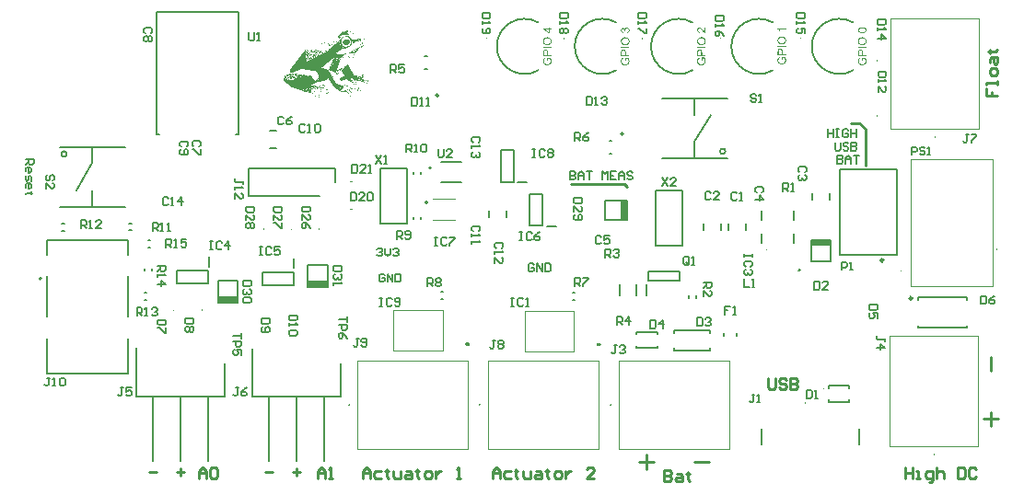
<source format=gto>
G04*
G04 #@! TF.GenerationSoftware,Altium Limited,Altium Designer,24.9.1 (31)*
G04*
G04 Layer_Color=65535*
%FSLAX44Y44*%
%MOMM*%
G71*
G04*
G04 #@! TF.SameCoordinates,97D2A4A5-BD74-41C0-937B-CE03BE3D36C6*
G04*
G04*
G04 #@! TF.FilePolarity,Positive*
G04*
G01*
G75*
%ADD10C,0.2500*%
%ADD11C,0.1000*%
%ADD12C,0.2000*%
%ADD13C,0.3000*%
%ADD14C,0.2540*%
%ADD15C,0.1524*%
%ADD16R,0.6000X1.8000*%
%ADD17R,1.8000X0.6000*%
G36*
X188486Y974473D02*
X188564D01*
Y974395D01*
X188721D01*
Y974317D01*
X188878D01*
Y974395D01*
X189034D01*
Y974238D01*
X188956D01*
Y974160D01*
X188878D01*
Y974082D01*
X188799D01*
Y974160D01*
X188721D01*
Y974238D01*
X188564D01*
Y974317D01*
X188408D01*
Y974395D01*
X188251D01*
Y974317D01*
X188173D01*
Y974160D01*
X188095D01*
Y974003D01*
X188016D01*
Y973925D01*
X187938D01*
Y973847D01*
X187860D01*
Y973768D01*
X187781D01*
Y973612D01*
X187703D01*
Y973377D01*
X187625D01*
Y973142D01*
X187547D01*
Y973064D01*
X187468D01*
Y972985D01*
X187390D01*
Y972829D01*
X187311D01*
Y972750D01*
X187233D01*
Y972672D01*
X187155D01*
Y972515D01*
X187077D01*
Y972437D01*
X186998D01*
Y972281D01*
X186920D01*
Y972202D01*
X186842D01*
Y972046D01*
X186763D01*
Y971967D01*
X186842D01*
Y971811D01*
X186763D01*
Y971654D01*
X186685D01*
Y971497D01*
X186607D01*
Y971341D01*
X186528D01*
Y971028D01*
X186685D01*
Y971106D01*
X186763D01*
Y971263D01*
X186920D01*
Y971419D01*
X186842D01*
Y971576D01*
X186920D01*
Y971811D01*
X186998D01*
Y971967D01*
X187233D01*
Y971889D01*
X187311D01*
Y971811D01*
X187547D01*
Y971732D01*
X187781D01*
Y971654D01*
X187860D01*
Y971576D01*
X187938D01*
Y971497D01*
X188016D01*
Y971576D01*
X188095D01*
Y971419D01*
X188173D01*
Y971341D01*
X188408D01*
Y971184D01*
X188564D01*
Y971106D01*
X188643D01*
Y971028D01*
X188721D01*
Y970949D01*
X188878D01*
Y970871D01*
X189034D01*
Y970714D01*
X189113D01*
Y970636D01*
X189269D01*
Y970558D01*
X189348D01*
Y970479D01*
X189426D01*
Y970401D01*
X189583D01*
Y970323D01*
X189661D01*
Y970245D01*
X189739D01*
Y970088D01*
X189661D01*
Y970166D01*
X188486D01*
Y970245D01*
X188173D01*
Y970323D01*
X188016D01*
Y970401D01*
X187860D01*
Y970479D01*
X187547D01*
Y970558D01*
X187311D01*
Y970636D01*
X187077D01*
Y970714D01*
X186998D01*
Y970793D01*
X186763D01*
Y970871D01*
X186372D01*
Y970949D01*
X186215D01*
Y970871D01*
X186059D01*
Y970949D01*
X185980D01*
Y970871D01*
X184884D01*
Y970793D01*
X184258D01*
Y970714D01*
X183474D01*
Y970636D01*
X182456D01*
Y970558D01*
X182378D01*
Y970479D01*
X182222D01*
Y970401D01*
X182143D01*
Y970166D01*
X182065D01*
Y970088D01*
X181987D01*
Y970010D01*
X181908D01*
Y969931D01*
X181830D01*
Y969853D01*
X181752D01*
Y969696D01*
X181673D01*
Y969540D01*
X181595D01*
Y969461D01*
X181517D01*
Y969383D01*
X181438D01*
Y969227D01*
X181360D01*
Y969148D01*
X181282D01*
Y969070D01*
X181203D01*
Y968992D01*
X181125D01*
Y968835D01*
X181047D01*
Y968678D01*
X180968D01*
Y968522D01*
X180890D01*
Y968443D01*
X180812D01*
Y968365D01*
X180734D01*
Y968208D01*
X180655D01*
Y968130D01*
X180577D01*
Y967974D01*
X180499D01*
Y967817D01*
X180420D01*
Y967739D01*
X180342D01*
Y967582D01*
X180264D01*
Y967504D01*
X180185D01*
Y967269D01*
X180107D01*
Y967190D01*
X180029D01*
Y967034D01*
X179951D01*
Y966877D01*
X179872D01*
Y966721D01*
X179794D01*
Y966642D01*
X179716D01*
Y966329D01*
X179637D01*
Y966094D01*
X179559D01*
Y966016D01*
X179481D01*
Y965859D01*
X179402D01*
Y965781D01*
X179324D01*
Y965938D01*
X179402D01*
Y966172D01*
X179481D01*
Y966486D01*
X179559D01*
Y966564D01*
X179637D01*
Y966877D01*
X179559D01*
Y966955D01*
X179481D01*
Y966877D01*
X179559D01*
Y966799D01*
X179481D01*
Y966721D01*
X179402D01*
Y966486D01*
X179324D01*
Y966564D01*
X179246D01*
Y966642D01*
X179167D01*
Y967112D01*
X179246D01*
Y966799D01*
X179402D01*
Y967112D01*
X179481D01*
Y967190D01*
X179559D01*
Y967269D01*
X179637D01*
Y967347D01*
X179481D01*
Y967269D01*
X179246D01*
Y967347D01*
X179324D01*
Y967425D01*
X179402D01*
Y967504D01*
X179637D01*
Y967582D01*
X179716D01*
Y967660D01*
X179246D01*
Y967739D01*
X179481D01*
Y968130D01*
X179716D01*
Y968052D01*
X179637D01*
Y967817D01*
X179716D01*
Y967895D01*
X179872D01*
Y967974D01*
X180107D01*
Y968052D01*
X180185D01*
Y968130D01*
X180264D01*
Y968208D01*
X180107D01*
Y968365D01*
X180029D01*
Y968443D01*
X180264D01*
Y968287D01*
X180342D01*
Y968130D01*
X180420D01*
Y968208D01*
X180499D01*
Y968287D01*
X180577D01*
Y968443D01*
X180655D01*
Y968522D01*
X180734D01*
Y968600D01*
X180655D01*
Y968678D01*
X180577D01*
Y968600D01*
X180499D01*
Y968522D01*
X180264D01*
Y968600D01*
X180107D01*
Y968757D01*
X179951D01*
Y968913D01*
X180029D01*
Y969070D01*
X180185D01*
Y969148D01*
X180264D01*
Y969227D01*
X180342D01*
Y969070D01*
X180420D01*
Y968913D01*
X180342D01*
Y968835D01*
X180264D01*
Y968913D01*
X180185D01*
Y968757D01*
X180264D01*
Y968600D01*
X180342D01*
Y968678D01*
X180420D01*
Y968757D01*
X180499D01*
Y968835D01*
X180734D01*
Y968678D01*
X180812D01*
Y968757D01*
X180890D01*
Y968835D01*
X180968D01*
Y968992D01*
X181047D01*
Y969148D01*
X181125D01*
Y969227D01*
X181203D01*
Y969305D01*
X181282D01*
Y969383D01*
X181360D01*
Y969540D01*
X181438D01*
Y969696D01*
X181595D01*
Y969853D01*
X181673D01*
Y970010D01*
X181595D01*
Y969931D01*
X181517D01*
Y969853D01*
X181360D01*
Y969931D01*
X181438D01*
Y970010D01*
X181517D01*
Y970088D01*
X181830D01*
Y970166D01*
X181908D01*
Y970245D01*
X181987D01*
Y970323D01*
X181752D01*
Y970245D01*
X181517D01*
Y970166D01*
X181438D01*
Y970088D01*
X181125D01*
Y970010D01*
X180968D01*
Y969931D01*
X180734D01*
Y969853D01*
X180499D01*
Y969775D01*
X180420D01*
Y969696D01*
X180185D01*
Y969618D01*
X180029D01*
Y969540D01*
X179794D01*
Y969461D01*
X179716D01*
Y969383D01*
X179402D01*
Y969305D01*
X179167D01*
Y969227D01*
X179246D01*
Y969148D01*
X179402D01*
Y968992D01*
X179246D01*
Y968913D01*
X179167D01*
Y968992D01*
X179089D01*
Y968913D01*
X179011D01*
Y968835D01*
X178776D01*
Y968992D01*
X178932D01*
Y969070D01*
X178776D01*
Y969227D01*
X178854D01*
Y969383D01*
X178932D01*
Y969461D01*
X179011D01*
Y969540D01*
X179089D01*
Y969618D01*
X179167D01*
Y969696D01*
X179246D01*
Y969775D01*
X179324D01*
Y969853D01*
X179402D01*
Y970010D01*
X179324D01*
Y970088D01*
X179481D01*
Y970245D01*
X179716D01*
Y970323D01*
X179794D01*
Y970401D01*
X179872D01*
Y970479D01*
X179951D01*
Y970558D01*
X180029D01*
Y970636D01*
X180107D01*
Y970714D01*
X180185D01*
Y970793D01*
X180264D01*
Y970871D01*
X180342D01*
Y971028D01*
X180420D01*
Y971106D01*
X180499D01*
Y971184D01*
X180577D01*
Y971263D01*
X180655D01*
Y971419D01*
X180577D01*
Y971497D01*
X180734D01*
Y971654D01*
X180890D01*
Y971732D01*
X181125D01*
Y971889D01*
X181203D01*
Y971967D01*
X181282D01*
Y972046D01*
X181360D01*
Y972124D01*
X181438D01*
Y972202D01*
X181517D01*
Y972281D01*
X181595D01*
Y972359D01*
X181673D01*
Y972515D01*
X181752D01*
Y972594D01*
X181830D01*
Y972672D01*
X181908D01*
Y972750D01*
X181987D01*
Y972829D01*
X182065D01*
Y972907D01*
X182143D01*
Y972985D01*
X182222D01*
Y973064D01*
X182300D01*
Y973142D01*
X182378D01*
Y973220D01*
X182456D01*
Y973299D01*
X182535D01*
Y973377D01*
X182613D01*
Y973455D01*
X182691D01*
Y973533D01*
X182770D01*
Y973612D01*
X182926D01*
Y973533D01*
X183161D01*
Y973612D01*
X183631D01*
Y973690D01*
X183788D01*
Y973768D01*
X183866D01*
Y973925D01*
X184023D01*
Y973768D01*
X184258D01*
Y973847D01*
X184727D01*
Y973925D01*
X184962D01*
Y974003D01*
X185510D01*
Y974082D01*
X185902D01*
Y974160D01*
X186372D01*
Y974238D01*
X186528D01*
Y974473D01*
X186607D01*
Y974395D01*
X186685D01*
Y974238D01*
X186842D01*
Y974317D01*
X187155D01*
Y974395D01*
X187625D01*
Y974473D01*
X188095D01*
Y974551D01*
X188486D01*
Y974473D01*
D02*
G37*
G36*
X189269Y974082D02*
X189191D01*
Y974003D01*
X189348D01*
Y973925D01*
X189504D01*
Y974003D01*
X189661D01*
Y973847D01*
X189583D01*
Y973768D01*
X189739D01*
Y973690D01*
X189817D01*
Y973612D01*
X189896D01*
Y973455D01*
X189974D01*
Y973690D01*
X190052D01*
Y973612D01*
X190131D01*
Y973533D01*
Y973455D01*
X190052D01*
Y973377D01*
X189896D01*
Y973455D01*
X189739D01*
Y973612D01*
X189583D01*
Y973768D01*
X189426D01*
Y973847D01*
X189191D01*
Y974003D01*
X188956D01*
Y974082D01*
X189034D01*
Y974160D01*
X189113D01*
Y974238D01*
X189191D01*
Y974317D01*
X189269D01*
Y974082D01*
D02*
G37*
G36*
X190522Y973220D02*
X190444D01*
Y973142D01*
X190600D01*
Y972985D01*
X190679D01*
Y973064D01*
X190757D01*
Y973142D01*
X190914D01*
Y972985D01*
X190835D01*
Y972907D01*
X190992D01*
Y972750D01*
X191070D01*
Y972829D01*
X191149D01*
Y972907D01*
X191305D01*
Y972750D01*
X191227D01*
Y972672D01*
X191149D01*
Y972594D01*
X191070D01*
Y972672D01*
X190992D01*
Y972750D01*
X190835D01*
Y972829D01*
Y972907D01*
X190600D01*
Y972985D01*
X190444D01*
Y973142D01*
X190287D01*
Y973220D01*
X190131D01*
Y973377D01*
X190209D01*
Y973299D01*
X190366D01*
Y973377D01*
X190522D01*
Y973220D01*
D02*
G37*
G36*
X188408Y972359D02*
X188330D01*
Y972437D01*
X188408D01*
Y972359D01*
D02*
G37*
G36*
X190366Y972046D02*
X190287D01*
Y972124D01*
X190366D01*
Y972046D01*
D02*
G37*
G36*
X193655Y971263D02*
X193576D01*
Y971341D01*
X193655D01*
Y971263D01*
D02*
G37*
G36*
X189504Y971028D02*
X189426D01*
Y971106D01*
X189504D01*
Y971028D01*
D02*
G37*
G36*
X191384Y972515D02*
X191540D01*
Y972437D01*
X191618D01*
Y972359D01*
X191775D01*
Y972281D01*
X191854D01*
Y972202D01*
X192010D01*
Y972124D01*
X192088D01*
Y972046D01*
X192167D01*
Y971967D01*
X192323D01*
Y971889D01*
X192402D01*
Y971811D01*
X192558D01*
Y971732D01*
X192637D01*
Y971654D01*
X192793D01*
Y971576D01*
X192871D01*
Y971497D01*
X193028D01*
Y971419D01*
X193106D01*
Y971341D01*
X193263D01*
Y971263D01*
X193341D01*
Y971184D01*
X193420D01*
Y971106D01*
X193576D01*
Y971028D01*
X193733D01*
Y970949D01*
X193811D01*
Y970871D01*
X193890D01*
Y970714D01*
X193811D01*
Y970793D01*
X193733D01*
Y970871D01*
X193576D01*
Y970949D01*
X193498D01*
Y971028D01*
X193341D01*
Y971106D01*
X193263D01*
Y971184D01*
X193106D01*
Y971263D01*
X193028D01*
Y971341D01*
X192871D01*
Y971419D01*
X192793D01*
Y971497D01*
X192637D01*
Y971576D01*
X192480D01*
Y971732D01*
X192323D01*
Y971811D01*
X192167D01*
Y971889D01*
X192088D01*
Y971967D01*
X191932D01*
Y972046D01*
X191854D01*
Y972124D01*
X191775D01*
Y972202D01*
X191618D01*
Y972281D01*
X191540D01*
Y972359D01*
X191384D01*
Y972437D01*
X191305D01*
Y972515D01*
X191227D01*
Y972594D01*
X191384D01*
Y972515D01*
D02*
G37*
G36*
X194203Y970714D02*
X194124D01*
Y970636D01*
X193968D01*
Y970871D01*
X194203D01*
Y970714D01*
D02*
G37*
G36*
X195769Y970401D02*
X196004D01*
Y970323D01*
X196082D01*
Y970401D01*
X196160D01*
Y970558D01*
X196239D01*
Y970479D01*
X196317D01*
Y970323D01*
X196395D01*
Y970245D01*
X196787D01*
Y970166D01*
X197022D01*
Y970088D01*
X197492D01*
Y970010D01*
X197727D01*
Y969931D01*
X197883D01*
Y969853D01*
X197570D01*
Y969931D01*
X197100D01*
Y970010D01*
X197022D01*
Y970088D01*
X196395D01*
Y970166D01*
X196239D01*
Y970245D01*
X195691D01*
Y970401D01*
X195534D01*
Y970323D01*
X195299D01*
Y970401D01*
X195064D01*
Y970479D01*
X194359D01*
Y970558D01*
X194203D01*
Y970636D01*
X194907D01*
Y970558D01*
X195221D01*
Y970479D01*
X195534D01*
Y970636D01*
X195691D01*
Y970714D01*
X195769D01*
Y970401D01*
D02*
G37*
G36*
X194751Y970245D02*
X194673D01*
Y970323D01*
X194751D01*
Y970245D01*
D02*
G37*
G36*
X195142Y970088D02*
X195064D01*
Y970166D01*
X195142D01*
Y970088D01*
D02*
G37*
G36*
X195769Y970010D02*
X195691D01*
Y970088D01*
X195769D01*
Y970010D01*
D02*
G37*
G36*
X194203D02*
X194281D01*
Y969931D01*
X194124D01*
Y970010D01*
Y970088D01*
X194203D01*
Y970010D01*
D02*
G37*
G36*
X199763Y969775D02*
X199684D01*
Y969853D01*
X199763D01*
Y969775D01*
D02*
G37*
G36*
X181360Y969696D02*
X181203D01*
Y969853D01*
X181360D01*
Y969696D01*
D02*
G37*
G36*
X199998Y969618D02*
X199919D01*
Y969696D01*
X199998D01*
Y969618D01*
D02*
G37*
G36*
X197022D02*
X196943D01*
Y969696D01*
Y969775D01*
X197022D01*
Y969618D01*
D02*
G37*
G36*
X181203Y969383D02*
X181125D01*
Y969461D01*
X180890D01*
Y969618D01*
X180577D01*
Y969696D01*
X180968D01*
Y969618D01*
X181125D01*
Y969696D01*
X181203D01*
Y969383D01*
D02*
G37*
G36*
X195142Y969540D02*
X195064D01*
Y969618D01*
X195142D01*
Y969540D01*
D02*
G37*
G36*
X194203D02*
X194124D01*
Y969618D01*
X194203D01*
Y969540D01*
D02*
G37*
G36*
X178854D02*
X178776D01*
Y969618D01*
X178854D01*
Y969540D01*
D02*
G37*
G36*
X180420Y969461D02*
X180264D01*
Y969540D01*
X180420D01*
Y969461D01*
D02*
G37*
G36*
X198040Y969931D02*
X198197D01*
Y969853D01*
X198510D01*
Y970010D01*
X198666D01*
Y969775D01*
X198823D01*
Y969696D01*
X199058D01*
Y969775D01*
X199136D01*
Y969696D01*
X199371D01*
Y969618D01*
X199684D01*
Y969540D01*
X199919D01*
Y969461D01*
X199998D01*
Y969383D01*
X199919D01*
Y969461D01*
X199371D01*
Y969540D01*
X199214D01*
Y969618D01*
X198666D01*
Y969775D01*
X198510D01*
Y969696D01*
X198275D01*
Y969775D01*
X198040D01*
Y969931D01*
X197883D01*
Y970166D01*
X198040D01*
Y969931D01*
D02*
G37*
G36*
X180264Y969383D02*
X180107D01*
Y969461D01*
X180264D01*
Y969383D01*
D02*
G37*
G36*
X200467D02*
Y969305D01*
X200389D01*
Y969383D01*
X200076D01*
Y969461D01*
X200467D01*
Y969383D01*
D02*
G37*
G36*
X188251Y969305D02*
X188330D01*
Y969227D01*
X188408D01*
Y969148D01*
X188486D01*
Y969070D01*
X188564D01*
Y968992D01*
X188643D01*
Y968913D01*
X188721D01*
Y968835D01*
X188799D01*
Y968757D01*
X188878D01*
Y968678D01*
X188956D01*
Y968600D01*
X189034D01*
Y968522D01*
X189113D01*
Y968443D01*
X189269D01*
Y968365D01*
X189348D01*
Y968287D01*
X189426D01*
Y968208D01*
X189504D01*
Y968130D01*
X189583D01*
Y968052D01*
X189661D01*
Y967974D01*
X189739D01*
Y967895D01*
X189817D01*
Y967817D01*
X189896D01*
Y967739D01*
X190052D01*
Y967660D01*
X190131D01*
Y967582D01*
X190209D01*
Y967504D01*
X190287D01*
Y967425D01*
X190366D01*
Y967347D01*
X190444D01*
Y967269D01*
X190522D01*
Y967190D01*
X190600D01*
Y967112D01*
X190679D01*
Y967034D01*
X190757D01*
Y966955D01*
X190835D01*
Y966877D01*
X190992D01*
Y966721D01*
X191070D01*
Y966642D01*
X191149D01*
Y966407D01*
X191227D01*
Y966016D01*
X191305D01*
Y965703D01*
X191384D01*
Y965781D01*
X191462D01*
Y966172D01*
X191384D01*
Y966251D01*
X191305D01*
Y966407D01*
X191384D01*
Y966486D01*
X193106D01*
Y966564D01*
X193655D01*
Y966642D01*
X193733D01*
Y966564D01*
X193968D01*
Y966642D01*
X194281D01*
Y966564D01*
X194359D01*
Y966642D01*
X196630D01*
Y966721D01*
X197100D01*
Y966799D01*
X197413D01*
Y966877D01*
X197805D01*
Y966955D01*
X198040D01*
Y967034D01*
X198588D01*
Y967112D01*
X198901D01*
Y967190D01*
X199214D01*
Y967112D01*
X199293D01*
Y966877D01*
X199371D01*
Y966799D01*
X199449D01*
Y966642D01*
X199528D01*
Y966407D01*
X199606D01*
Y966329D01*
X199684D01*
Y966172D01*
X199763D01*
Y966016D01*
X199841D01*
Y965938D01*
X199919D01*
Y965781D01*
X199998D01*
Y965546D01*
X199606D01*
Y965468D01*
X199293D01*
Y965389D01*
X198980D01*
Y965311D01*
X198745D01*
Y965233D01*
X198588D01*
Y965154D01*
X198275D01*
Y965076D01*
X198118D01*
Y965154D01*
X198040D01*
Y965311D01*
X197962D01*
Y965389D01*
X197883D01*
Y965546D01*
X197805D01*
Y965703D01*
X197727D01*
Y965781D01*
X197648D01*
Y965938D01*
X197570D01*
Y966016D01*
X197492D01*
Y966094D01*
X197413D01*
Y966172D01*
X197335D01*
Y966329D01*
X197257D01*
Y966564D01*
X196943D01*
Y966486D01*
X197100D01*
Y966407D01*
X197178D01*
Y966329D01*
X197257D01*
Y966094D01*
X197335D01*
Y965938D01*
X197492D01*
Y965781D01*
X197570D01*
Y965624D01*
X197648D01*
Y965546D01*
X197727D01*
Y965389D01*
X197805D01*
Y965311D01*
X197883D01*
Y965233D01*
X197962D01*
Y965154D01*
X198040D01*
Y964998D01*
X197962D01*
Y964920D01*
X197883D01*
Y964841D01*
X197805D01*
Y964920D01*
X197648D01*
Y964763D01*
X197335D01*
Y964685D01*
X197178D01*
Y964606D01*
X196865D01*
Y964528D01*
X196709D01*
Y964450D01*
X196474D01*
Y964371D01*
X196239D01*
Y964215D01*
X196160D01*
Y964293D01*
X196082D01*
Y964215D01*
X195847D01*
Y964136D01*
X195769D01*
Y963980D01*
X195691D01*
Y964058D01*
X195534D01*
Y963980D01*
X195221D01*
Y963902D01*
X194986D01*
Y963745D01*
X194594D01*
Y963667D01*
X194438D01*
Y963588D01*
X194281D01*
Y963510D01*
X193968D01*
Y963432D01*
X193733D01*
Y963353D01*
X193576D01*
Y963275D01*
X193263D01*
Y963197D01*
X193106D01*
Y963118D01*
X192950D01*
Y963040D01*
X192637D01*
Y962962D01*
X192480D01*
Y962884D01*
X192167D01*
Y962805D01*
X192010D01*
Y962884D01*
X191932D01*
Y962805D01*
X191854D01*
Y962648D01*
X191697D01*
Y962727D01*
X191618D01*
Y962884D01*
X191697D01*
Y963745D01*
X191854D01*
Y963823D01*
X191775D01*
Y963902D01*
X191697D01*
Y963980D01*
X191775D01*
Y964136D01*
X191697D01*
Y964450D01*
X191618D01*
Y964606D01*
X191697D01*
Y964685D01*
X191618D01*
Y964763D01*
X191540D01*
Y965233D01*
X191462D01*
Y965546D01*
X191384D01*
Y965154D01*
X191462D01*
Y964606D01*
X191540D01*
Y964136D01*
X191618D01*
Y963588D01*
X191540D01*
Y962962D01*
X191462D01*
Y962727D01*
X191384D01*
Y962570D01*
X191305D01*
Y962335D01*
X191227D01*
Y962100D01*
X191149D01*
Y961787D01*
X191070D01*
Y961630D01*
X190992D01*
Y961396D01*
X190914D01*
Y961082D01*
X190835D01*
Y961004D01*
Y960926D01*
Y960847D01*
X190757D01*
Y960612D01*
X190679D01*
Y960378D01*
X190600D01*
Y960299D01*
X190522D01*
Y960221D01*
X190366D01*
Y960143D01*
X190209D01*
Y960064D01*
X190052D01*
Y959986D01*
X189896D01*
Y959908D01*
X189739D01*
Y959829D01*
X189583D01*
Y959751D01*
X189426D01*
Y959673D01*
X189269D01*
Y959594D01*
X189113D01*
Y959516D01*
X188956D01*
Y959438D01*
X188799D01*
Y959360D01*
X188643D01*
Y959281D01*
X188564D01*
Y959203D01*
X188330D01*
Y959125D01*
X188173D01*
Y959046D01*
X188095D01*
Y958968D01*
X187860D01*
Y958890D01*
X187703D01*
Y958811D01*
X187547D01*
Y958733D01*
X187390D01*
Y958655D01*
X187233D01*
Y958577D01*
X186998D01*
Y958498D01*
X186842D01*
Y958420D01*
X186685D01*
Y958342D01*
X186450D01*
Y958263D01*
X186294D01*
Y958185D01*
X186137D01*
Y958107D01*
X185824D01*
Y958185D01*
X185589D01*
Y958263D01*
X185354D01*
Y958342D01*
X185119D01*
Y958420D01*
X184962D01*
Y958498D01*
X184649D01*
Y958577D01*
X184414D01*
Y958655D01*
X184179D01*
Y958733D01*
X184023D01*
Y958811D01*
X183631D01*
Y958890D01*
X183553D01*
Y958968D01*
X183474D01*
Y959046D01*
X183239D01*
Y959125D01*
X183083D01*
Y959203D01*
X182926D01*
Y959281D01*
X182770D01*
Y959360D01*
X182613D01*
Y959438D01*
X182378D01*
Y959516D01*
X182222D01*
Y959673D01*
X182143D01*
Y959751D01*
X182065D01*
Y959908D01*
X181987D01*
Y960064D01*
X181908D01*
Y960221D01*
X181830D01*
Y960378D01*
X181752D01*
Y960534D01*
X181673D01*
Y960612D01*
X181595D01*
Y960769D01*
X181517D01*
Y960926D01*
X181438D01*
Y961082D01*
X181360D01*
Y961161D01*
X181282D01*
Y961317D01*
X181203D01*
Y961474D01*
X181125D01*
Y961552D01*
X181047D01*
Y961709D01*
X180968D01*
Y961865D01*
X180890D01*
Y961944D01*
X180812D01*
Y962100D01*
X180734D01*
Y962257D01*
X180655D01*
Y962335D01*
X180577D01*
Y962492D01*
X180499D01*
Y962570D01*
X180420D01*
Y962727D01*
X180342D01*
Y962805D01*
X180264D01*
Y963040D01*
X180185D01*
Y963118D01*
X180264D01*
Y963745D01*
X180342D01*
Y964450D01*
X180420D01*
Y964998D01*
X180499D01*
Y965154D01*
X180420D01*
Y965233D01*
X180499D01*
Y965624D01*
X180577D01*
Y965703D01*
X180499D01*
Y965781D01*
X180577D01*
Y966251D01*
X180655D01*
Y966329D01*
X180734D01*
Y966486D01*
X180812D01*
Y966564D01*
X180890D01*
Y966642D01*
X180968D01*
Y966721D01*
X181047D01*
Y966799D01*
X181125D01*
Y966877D01*
X181203D01*
Y966955D01*
X181282D01*
Y967034D01*
X181360D01*
Y967112D01*
X181517D01*
Y967190D01*
X181595D01*
Y967347D01*
X181673D01*
Y967425D01*
X181752D01*
Y967504D01*
X181830D01*
Y967582D01*
X181908D01*
Y967660D01*
X181987D01*
Y967739D01*
X182065D01*
Y967817D01*
X182143D01*
Y967895D01*
X182222D01*
Y967974D01*
X182300D01*
Y968052D01*
X182378D01*
Y968130D01*
X182456D01*
Y968208D01*
X182535D01*
Y968287D01*
X182613D01*
Y968365D01*
X182691D01*
Y968443D01*
X182770D01*
Y968522D01*
X182848D01*
Y968678D01*
X182926D01*
Y968757D01*
X183004D01*
Y968835D01*
X183083D01*
Y968913D01*
X183161D01*
Y968992D01*
X183239D01*
Y969070D01*
X183631D01*
Y969148D01*
X184336D01*
Y969227D01*
X185119D01*
Y969305D01*
X185275D01*
Y969227D01*
X185432D01*
Y969305D01*
X186372D01*
Y969383D01*
X188251D01*
Y969305D01*
D02*
G37*
G36*
X181047Y969227D02*
X180968D01*
Y969148D01*
X180890D01*
Y969305D01*
X180968D01*
Y969383D01*
X181047D01*
Y969227D01*
D02*
G37*
G36*
X196943Y968913D02*
X196865D01*
Y968992D01*
X196943D01*
Y968913D01*
D02*
G37*
G36*
X195299D02*
X195142D01*
Y968992D01*
X195299D01*
Y968913D01*
D02*
G37*
G36*
X180734Y969383D02*
X180655D01*
Y969305D01*
X180577D01*
Y969227D01*
X180655D01*
Y969148D01*
X180890D01*
Y968992D01*
X180812D01*
Y968913D01*
X180734D01*
Y968992D01*
X180499D01*
Y969148D01*
X180577D01*
Y969227D01*
X180499D01*
Y969305D01*
Y969383D01*
X180577D01*
Y969461D01*
X180655D01*
Y969540D01*
X180734D01*
Y969383D01*
D02*
G37*
G36*
X178384Y968913D02*
X178228D01*
Y968992D01*
X178384D01*
Y968913D01*
D02*
G37*
G36*
X197178Y968835D02*
X197100D01*
Y968913D01*
X197178D01*
Y968835D01*
D02*
G37*
G36*
X196630D02*
X196552D01*
Y968913D01*
X196630D01*
Y968835D01*
D02*
G37*
G36*
X194281Y968757D02*
X194124D01*
Y968835D01*
X194281D01*
Y968757D01*
D02*
G37*
G36*
X178071D02*
X177836D01*
Y968835D01*
X178071D01*
Y968757D01*
D02*
G37*
G36*
X200781Y968992D02*
X200859D01*
Y968913D01*
X200937D01*
Y968835D01*
X201016D01*
Y968678D01*
X200937D01*
Y968757D01*
Y968835D01*
X200859D01*
Y968913D01*
X200781D01*
Y968992D01*
X200702D01*
Y969070D01*
X200781D01*
Y968992D01*
D02*
G37*
G36*
X196004Y968678D02*
X195926D01*
Y968757D01*
X196004D01*
Y968678D01*
D02*
G37*
G36*
X195456Y968600D02*
X195377D01*
Y968678D01*
X195456D01*
Y968600D01*
D02*
G37*
G36*
X193968D02*
X193890D01*
Y968678D01*
X193968D01*
Y968600D01*
D02*
G37*
G36*
X177758D02*
X177523D01*
Y968678D01*
X177758D01*
Y968600D01*
D02*
G37*
G36*
X201329D02*
X201485D01*
Y968522D01*
X201250D01*
Y968600D01*
X201094D01*
Y968757D01*
X201329D01*
Y968600D01*
D02*
G37*
G36*
X195142Y968522D02*
X194986D01*
Y968600D01*
X195142D01*
Y968522D01*
D02*
G37*
G36*
X179951Y969227D02*
X179872D01*
Y969148D01*
X179794D01*
Y968913D01*
X179716D01*
Y968835D01*
X179637D01*
Y968757D01*
X179951D01*
Y968678D01*
X179872D01*
Y968600D01*
X179951D01*
Y968522D01*
X179872D01*
Y968600D01*
X179716D01*
Y968522D01*
X179794D01*
Y968443D01*
X179951D01*
Y968130D01*
X179794D01*
Y968208D01*
X179716D01*
Y968443D01*
X179637D01*
Y968522D01*
X179559D01*
Y968600D01*
X179637D01*
Y968757D01*
X179481D01*
Y968835D01*
X179559D01*
Y968992D01*
X179637D01*
Y969070D01*
X179559D01*
Y969148D01*
X179402D01*
Y969227D01*
X179716D01*
Y969305D01*
X179951D01*
Y969227D01*
D02*
G37*
G36*
X177366Y968678D02*
Y968600D01*
X177523D01*
Y968522D01*
X177288D01*
Y968600D01*
X177210D01*
Y968757D01*
X177366D01*
Y968678D01*
D02*
G37*
G36*
X193420Y968443D02*
X193263D01*
Y968522D01*
Y968600D01*
X193420D01*
Y968443D01*
D02*
G37*
G36*
X176975D02*
X176896D01*
Y968522D01*
Y968600D01*
X176975D01*
Y968443D01*
D02*
G37*
G36*
X177210Y968365D02*
X177053D01*
Y968443D01*
X177210D01*
Y968365D01*
D02*
G37*
G36*
X176348D02*
X176270D01*
Y968443D01*
X176348D01*
Y968365D01*
D02*
G37*
G36*
X193655Y968287D02*
X193498D01*
Y968365D01*
X193655D01*
Y968287D01*
D02*
G37*
G36*
X176896D02*
X176740D01*
Y968365D01*
X176896D01*
Y968287D01*
D02*
G37*
G36*
X190914D02*
Y968208D01*
X190835D01*
Y968365D01*
X190914D01*
Y968287D01*
D02*
G37*
G36*
X179246Y968757D02*
X179402D01*
Y968600D01*
X179324D01*
Y968522D01*
X179481D01*
Y968443D01*
X179559D01*
Y968208D01*
X179481D01*
Y968287D01*
X179402D01*
Y968365D01*
X179324D01*
Y968443D01*
X179246D01*
Y968678D01*
X179167D01*
Y968835D01*
X179246D01*
Y968757D01*
D02*
G37*
G36*
X192793Y968130D02*
X192715D01*
Y968208D01*
X192793D01*
Y968130D01*
D02*
G37*
G36*
X179011Y968678D02*
X179089D01*
Y968365D01*
X179167D01*
Y968130D01*
X179011D01*
Y968287D01*
X178932D01*
Y968600D01*
X178854D01*
Y968757D01*
X179011D01*
Y968678D01*
D02*
G37*
G36*
X191932Y968052D02*
X191775D01*
Y968130D01*
X191932D01*
Y968052D01*
D02*
G37*
G36*
X201329Y968365D02*
X201407D01*
Y968287D01*
X201485D01*
Y968130D01*
X201564D01*
Y968052D01*
X201642D01*
Y967974D01*
X201485D01*
Y968052D01*
X201407D01*
Y968130D01*
Y968208D01*
X201329D01*
Y968287D01*
X201250D01*
Y968365D01*
X201172D01*
Y968443D01*
X201329D01*
Y968365D01*
D02*
G37*
G36*
X191070Y967974D02*
X190992D01*
Y968130D01*
X191070D01*
Y967974D01*
D02*
G37*
G36*
X179402D02*
X179246D01*
Y968130D01*
X179402D01*
Y967974D01*
D02*
G37*
G36*
X176661Y968130D02*
X176583D01*
Y968052D01*
X176427D01*
Y967974D01*
X176192D01*
Y968052D01*
X176348D01*
Y968130D01*
X176505D01*
Y968208D01*
X176661D01*
Y968130D01*
D02*
G37*
G36*
X201877Y967817D02*
X201720D01*
Y967895D01*
Y967974D01*
X201877D01*
Y967817D01*
D02*
G37*
G36*
X179246Y967895D02*
X179167D01*
Y967817D01*
X179089D01*
Y967895D01*
X179011D01*
Y967974D01*
X179246D01*
Y967895D01*
D02*
G37*
G36*
X176192D02*
X176113D01*
Y967817D01*
X175957D01*
Y967739D01*
X175722D01*
Y967817D01*
X175878D01*
Y967895D01*
X175957D01*
Y967974D01*
X176192D01*
Y967895D01*
D02*
G37*
G36*
X175722Y967660D02*
X175644D01*
Y967582D01*
X175487D01*
Y967660D01*
X175565D01*
Y967739D01*
X175722D01*
Y967660D01*
D02*
G37*
G36*
X175487Y967504D02*
X175252D01*
Y967582D01*
X175487D01*
Y967504D01*
D02*
G37*
G36*
X179246D02*
X179167D01*
Y967347D01*
X179089D01*
Y967660D01*
X179246D01*
Y967504D01*
D02*
G37*
G36*
X175252Y967425D02*
X175174D01*
Y967347D01*
X175017D01*
Y967425D01*
X175095D01*
Y967504D01*
X175252D01*
Y967425D01*
D02*
G37*
G36*
X174860Y967347D02*
X175017D01*
Y967269D01*
X174860D01*
Y967347D01*
X174782D01*
Y967425D01*
X174860D01*
Y967347D01*
D02*
G37*
G36*
X201877Y967660D02*
X201955D01*
Y967582D01*
X202034D01*
Y967504D01*
X202112D01*
Y967347D01*
X202190D01*
Y967269D01*
X202269D01*
Y967190D01*
X202190D01*
Y967269D01*
X202112D01*
Y967347D01*
X202034D01*
Y967425D01*
Y967504D01*
X201955D01*
Y967582D01*
X201877D01*
Y967660D01*
X201799D01*
Y967739D01*
X201877D01*
Y967660D01*
D02*
G37*
G36*
X174704Y967112D02*
X174547D01*
Y967190D01*
X174704D01*
Y967112D01*
D02*
G37*
G36*
X202425Y967034D02*
X202347D01*
Y967112D01*
X202425D01*
Y967034D01*
D02*
G37*
G36*
X174547D02*
X174469D01*
Y966955D01*
X174312D01*
Y967034D01*
X174391D01*
Y967112D01*
X174547D01*
Y967034D01*
D02*
G37*
G36*
X174077Y966955D02*
X174312D01*
Y966877D01*
X174077D01*
Y966955D01*
X173999D01*
Y967034D01*
Y967112D01*
X174077D01*
Y966955D01*
D02*
G37*
G36*
X173999Y966721D02*
X173842D01*
Y966799D01*
X173999D01*
Y966721D01*
D02*
G37*
G36*
X173842Y966642D02*
X173686D01*
Y966721D01*
X173842D01*
Y966642D01*
D02*
G37*
G36*
X202504Y966877D02*
X202582D01*
Y966799D01*
X202660D01*
Y966721D01*
X202738D01*
Y966642D01*
X202817D01*
Y966564D01*
X202895D01*
Y966486D01*
X202738D01*
Y966642D01*
X202660D01*
Y966721D01*
X202582D01*
Y966799D01*
X202504D01*
Y966877D01*
X202425D01*
Y966955D01*
X202504D01*
Y966877D01*
D02*
G37*
G36*
X173451Y966721D02*
X173529D01*
Y966486D01*
X173451D01*
Y966564D01*
X173373D01*
Y966799D01*
X173451D01*
Y966721D01*
D02*
G37*
G36*
X173216Y966564D02*
X173294D01*
Y966486D01*
Y966407D01*
X173138D01*
Y966642D01*
X173216D01*
Y966564D01*
D02*
G37*
G36*
X172981Y966407D02*
X173059D01*
Y966329D01*
X173138D01*
Y966251D01*
X172981D01*
Y966329D01*
X172824D01*
Y966486D01*
X172981D01*
Y966407D01*
D02*
G37*
G36*
X202973Y966329D02*
X203052D01*
Y966251D01*
X203130D01*
Y966172D01*
X203052D01*
Y966251D01*
X202973D01*
Y966329D01*
X202895D01*
Y966407D01*
X202973D01*
Y966329D01*
D02*
G37*
G36*
X172824Y966094D02*
X172668D01*
Y966016D01*
X172511D01*
Y965938D01*
X172355D01*
Y966016D01*
X172433D01*
Y966094D01*
X172589D01*
Y966172D01*
X172824D01*
Y966094D01*
D02*
G37*
G36*
X203365Y965859D02*
X203287D01*
Y965938D01*
X203365D01*
Y965859D01*
D02*
G37*
G36*
X172355D02*
X172198D01*
Y965938D01*
X172355D01*
Y965859D01*
D02*
G37*
G36*
X203521Y965703D02*
X203443D01*
Y965781D01*
X203521D01*
Y965703D01*
D02*
G37*
G36*
X172198Y965781D02*
X172041D01*
Y965703D01*
X171885D01*
Y965781D01*
X171963D01*
Y965859D01*
X172198D01*
Y965781D01*
D02*
G37*
G36*
X171885Y965624D02*
X171728D01*
Y965703D01*
X171885D01*
Y965624D01*
D02*
G37*
G36*
X203756Y965703D02*
X203835D01*
Y965624D01*
X203756D01*
Y965546D01*
X203600D01*
Y965703D01*
X203678D01*
Y965781D01*
X203756D01*
Y965703D01*
D02*
G37*
G36*
X171571Y965468D02*
X171415D01*
Y965546D01*
X171571D01*
Y965468D01*
D02*
G37*
G36*
X171415Y965389D02*
X171336D01*
Y965311D01*
X171180D01*
Y965389D01*
X171258D01*
Y965468D01*
X171415D01*
Y965389D01*
D02*
G37*
G36*
X199763Y965233D02*
X199606D01*
Y965311D01*
X199763D01*
Y965233D01*
D02*
G37*
G36*
X171180D02*
X171023D01*
Y965311D01*
X171180D01*
Y965233D01*
D02*
G37*
G36*
X203756Y965389D02*
X203835D01*
Y965311D01*
X203913D01*
Y965233D01*
X203991D01*
Y965154D01*
Y965076D01*
X203913D01*
Y965233D01*
X203835D01*
Y965311D01*
X203756D01*
Y965389D01*
X203678D01*
Y965468D01*
X203756D01*
Y965389D01*
D02*
G37*
G36*
X199058Y965076D02*
X198901D01*
Y965154D01*
Y965233D01*
X199058D01*
Y965076D01*
D02*
G37*
G36*
X170867Y965233D02*
X170945D01*
Y965076D01*
X170867D01*
Y965154D01*
X170788D01*
Y965233D01*
X170710D01*
Y965311D01*
X170867D01*
Y965233D01*
D02*
G37*
G36*
X199528Y965154D02*
X199449D01*
Y965076D01*
X199371D01*
Y964998D01*
X199293D01*
Y965311D01*
X199528D01*
Y965154D01*
D02*
G37*
G36*
X170710Y964998D02*
X170553D01*
Y965076D01*
X170710D01*
Y964998D01*
D02*
G37*
G36*
X204305Y965076D02*
X204383D01*
Y964998D01*
X204305D01*
Y964920D01*
X204070D01*
Y965076D01*
X204226D01*
Y965154D01*
X204305D01*
Y965076D01*
D02*
G37*
G36*
X200233Y965311D02*
X200389D01*
Y965233D01*
X200546D01*
Y965076D01*
X200781D01*
Y964920D01*
X200546D01*
Y965076D01*
X200389D01*
Y965154D01*
X200311D01*
Y965233D01*
X200233D01*
Y965311D01*
X200076D01*
Y965233D01*
X199998D01*
Y965311D01*
X199919D01*
Y965389D01*
X200233D01*
Y965311D01*
D02*
G37*
G36*
X200311Y964920D02*
X200389D01*
Y964841D01*
X200154D01*
Y964685D01*
X199998D01*
Y964920D01*
X199919D01*
Y964998D01*
X199998D01*
Y964920D01*
X200154D01*
Y964998D01*
X200311D01*
Y964920D01*
D02*
G37*
G36*
X198745Y964998D02*
Y964920D01*
X198666D01*
Y964998D01*
X198588D01*
Y965076D01*
X198745D01*
Y964998D01*
D02*
G37*
G36*
X169692Y964920D02*
X169614D01*
Y964998D01*
X169692D01*
Y964920D01*
D02*
G37*
G36*
X170553D02*
X170475D01*
Y964841D01*
X170240D01*
Y964920D01*
X170397D01*
Y964998D01*
X170553D01*
Y964920D01*
D02*
G37*
G36*
X199371Y964763D02*
X199293D01*
Y964841D01*
X199371D01*
Y964763D01*
D02*
G37*
G36*
X198510D02*
X198431D01*
Y964841D01*
X198353D01*
Y964920D01*
X198510D01*
Y964763D01*
D02*
G37*
G36*
X170240D02*
X170162D01*
Y964841D01*
X170240D01*
Y964763D01*
D02*
G37*
G36*
X204383Y964685D02*
X204305D01*
Y964763D01*
X204383D01*
Y964685D01*
D02*
G37*
G36*
X201172Y964841D02*
X201250D01*
Y964685D01*
X201016D01*
Y964763D01*
X200781D01*
Y964841D01*
X200859D01*
Y964920D01*
X201172D01*
Y964841D01*
D02*
G37*
G36*
X200624Y964763D02*
X200781D01*
Y964685D01*
X200624D01*
Y964763D01*
X200546D01*
Y964841D01*
X200624D01*
Y964763D01*
D02*
G37*
G36*
X199763Y964685D02*
X199606D01*
Y964841D01*
X199763D01*
Y964685D01*
D02*
G37*
G36*
X199058D02*
X198901D01*
Y964763D01*
X199058D01*
Y964685D01*
D02*
G37*
G36*
X180420Y965938D02*
X180342D01*
Y965389D01*
X180264D01*
Y965311D01*
X180107D01*
Y965233D01*
X180342D01*
Y965154D01*
X180264D01*
Y964763D01*
X180185D01*
Y964685D01*
X180107D01*
Y964606D01*
X180185D01*
Y964136D01*
X180107D01*
Y964058D01*
X180029D01*
Y963902D01*
X179872D01*
Y963980D01*
X179794D01*
Y963745D01*
X180029D01*
Y963823D01*
X180107D01*
Y963275D01*
X180029D01*
Y963118D01*
X180107D01*
Y962962D01*
X179794D01*
Y963118D01*
X179951D01*
Y963197D01*
X179872D01*
Y963275D01*
X179716D01*
Y963353D01*
X179637D01*
Y963432D01*
X179559D01*
Y963510D01*
X179246D01*
Y963588D01*
X179167D01*
Y963667D01*
X179089D01*
Y963745D01*
X179011D01*
Y963823D01*
X178932D01*
Y963902D01*
X179011D01*
Y963980D01*
X179324D01*
Y964058D01*
X179402D01*
Y964136D01*
X179481D01*
Y963745D01*
X179324D01*
Y963902D01*
X179246D01*
Y963823D01*
X179167D01*
Y963745D01*
X179324D01*
Y963667D01*
X179402D01*
Y963588D01*
X179637D01*
Y963510D01*
X179716D01*
Y963745D01*
X179637D01*
Y964136D01*
X179716D01*
Y964058D01*
X179872D01*
Y964215D01*
X179794D01*
Y964293D01*
X179716D01*
Y964371D01*
X179872D01*
Y964293D01*
Y964215D01*
X180107D01*
Y964371D01*
X180029D01*
Y964450D01*
X179951D01*
Y964528D01*
X179872D01*
Y964450D01*
X179637D01*
Y964606D01*
X179481D01*
Y964450D01*
X179559D01*
Y964293D01*
X179402D01*
Y964215D01*
X179167D01*
Y964371D01*
X179011D01*
Y964293D01*
X179089D01*
Y964215D01*
X179167D01*
Y964136D01*
X179089D01*
Y964058D01*
X178854D01*
Y964293D01*
X178776D01*
Y964606D01*
X178854D01*
Y964763D01*
X178932D01*
Y964841D01*
X179011D01*
Y964685D01*
X178932D01*
Y964606D01*
X179011D01*
Y964528D01*
X179089D01*
Y964763D01*
X179246D01*
Y964685D01*
X179402D01*
Y964841D01*
X179246D01*
Y964920D01*
X179167D01*
Y964998D01*
X179089D01*
Y964920D01*
X179011D01*
Y965076D01*
X179089D01*
Y965233D01*
X179167D01*
Y965311D01*
X179246D01*
Y965389D01*
X179324D01*
Y965468D01*
X179402D01*
Y965546D01*
X179481D01*
Y965624D01*
X179637D01*
Y965703D01*
X179794D01*
Y965781D01*
X179872D01*
Y965859D01*
X180107D01*
Y965938D01*
X180185D01*
Y966016D01*
X180342D01*
Y966094D01*
X180420D01*
Y965938D01*
D02*
G37*
G36*
X198275Y964606D02*
X198197D01*
Y964685D01*
X198275D01*
Y964606D01*
D02*
G37*
G36*
X170084Y964685D02*
X170005D01*
Y964606D01*
X169849D01*
Y964763D01*
X170084D01*
Y964685D01*
D02*
G37*
G36*
X204461Y964528D02*
X204383D01*
Y964606D01*
X204461D01*
Y964528D01*
D02*
G37*
G36*
X198666D02*
X198510D01*
Y964606D01*
X198666D01*
Y964528D01*
D02*
G37*
G36*
X169770Y964450D02*
X169535D01*
Y964606D01*
X169770D01*
Y964450D01*
D02*
G37*
G36*
X201016D02*
X201094D01*
Y964371D01*
X200937D01*
Y964528D01*
X201016D01*
Y964450D01*
D02*
G37*
G36*
X200546Y964528D02*
X200233D01*
Y964450D01*
X200154D01*
Y964371D01*
X200076D01*
Y964528D01*
X200154D01*
Y964606D01*
X200546D01*
Y964528D01*
D02*
G37*
G36*
X199919Y964371D02*
X199763D01*
Y964450D01*
X199919D01*
Y964371D01*
D02*
G37*
G36*
X174704Y964293D02*
X174469D01*
Y964371D01*
X174391D01*
Y964215D01*
X174234D01*
Y964450D01*
X174469D01*
Y964371D01*
X174547D01*
Y964450D01*
X174704D01*
Y964293D01*
D02*
G37*
G36*
X173059Y964371D02*
X172981D01*
Y964293D01*
X172903D01*
Y964215D01*
X172824D01*
Y963980D01*
X172589D01*
Y964058D01*
X172668D01*
Y964136D01*
X172746D01*
Y964293D01*
X172589D01*
Y964371D01*
X172433D01*
Y964450D01*
X172668D01*
Y964371D01*
X172824D01*
Y964450D01*
X173059D01*
Y964371D01*
D02*
G37*
G36*
X172198D02*
X172120D01*
Y964450D01*
X172198D01*
Y964371D01*
D02*
G37*
G36*
X202034D02*
X201877D01*
Y964293D01*
X201799D01*
Y964450D01*
X202034D01*
Y964371D01*
D02*
G37*
G36*
X201564Y964528D02*
X201485D01*
Y964293D01*
X201407D01*
Y964528D01*
X201329D01*
Y964685D01*
X201564D01*
Y964528D01*
D02*
G37*
G36*
X200702Y964371D02*
X200781D01*
Y964293D01*
X200702D01*
Y964371D01*
X200624D01*
Y964450D01*
X200702D01*
Y964371D01*
D02*
G37*
G36*
X199528Y964293D02*
X199449D01*
Y964371D01*
X199528D01*
Y964293D01*
D02*
G37*
G36*
X175330Y964371D02*
X175095D01*
Y964293D01*
X174939D01*
Y964371D01*
X174860D01*
Y964450D01*
X175174D01*
Y964528D01*
X175330D01*
Y964371D01*
D02*
G37*
G36*
X174077Y964450D02*
Y964371D01*
X173921D01*
Y964293D01*
X173686D01*
Y964371D01*
X173373D01*
Y964293D01*
X173294D01*
Y964450D01*
X173764D01*
Y964528D01*
X174077D01*
Y964450D01*
D02*
G37*
G36*
X171336D02*
X171571D01*
Y964371D01*
X171180D01*
Y964293D01*
X170788D01*
Y964450D01*
X171258D01*
Y964528D01*
X171336D01*
Y964450D01*
D02*
G37*
G36*
X169379D02*
X169535D01*
Y964371D01*
X169614D01*
Y964293D01*
X169379D01*
Y964371D01*
X169300D01*
Y964450D01*
X169222D01*
Y964606D01*
X169379D01*
Y964450D01*
D02*
G37*
G36*
X200467Y964215D02*
X200389D01*
Y964293D01*
Y964371D01*
X200467D01*
Y964215D01*
D02*
G37*
G36*
X176192Y964371D02*
X176270D01*
Y964293D01*
X176427D01*
Y964215D01*
X176113D01*
Y964293D01*
X176035D01*
Y964371D01*
X175644D01*
Y964293D01*
X175487D01*
Y964371D01*
X175409D01*
Y964450D01*
X176192D01*
Y964371D01*
D02*
G37*
G36*
X171963D02*
X172120D01*
Y964215D01*
X171963D01*
Y964293D01*
X171728D01*
Y964371D01*
X171806D01*
Y964450D01*
X171963D01*
Y964371D01*
D02*
G37*
G36*
X169065Y964215D02*
X168909D01*
Y964293D01*
X169065D01*
Y964215D01*
D02*
G37*
G36*
X201799Y964136D02*
X201564D01*
Y964215D01*
X201799D01*
Y964136D01*
D02*
G37*
G36*
X200076D02*
X199919D01*
Y964215D01*
X200076D01*
Y964136D01*
D02*
G37*
G36*
X175565D02*
X175487D01*
Y964058D01*
X175330D01*
Y964136D01*
X175252D01*
Y964058D01*
X175174D01*
Y963980D01*
X175252D01*
Y963902D01*
X175095D01*
Y964136D01*
X175017D01*
Y964215D01*
X175095D01*
Y964136D01*
X175174D01*
Y964215D01*
X175565D01*
Y964136D01*
D02*
G37*
G36*
X172589D02*
X172355D01*
Y964215D01*
X172589D01*
Y964136D01*
D02*
G37*
G36*
X170553Y964215D02*
X170710D01*
Y964136D01*
X170553D01*
Y964215D01*
X170005D01*
Y964136D01*
X169770D01*
Y964215D01*
X169692D01*
Y964293D01*
X169927D01*
Y964371D01*
X170319D01*
Y964450D01*
X170553D01*
Y964215D01*
D02*
G37*
G36*
X204305Y964058D02*
X204226D01*
Y964136D01*
X204305D01*
Y964058D01*
D02*
G37*
G36*
X202112Y964136D02*
X202034D01*
Y964058D01*
X201955D01*
Y964215D01*
X202112D01*
Y964136D01*
D02*
G37*
G36*
X199684Y964058D02*
X199606D01*
Y964136D01*
X199684D01*
Y964058D01*
D02*
G37*
G36*
X198275D02*
X198197D01*
Y964136D01*
X198275D01*
Y964058D01*
D02*
G37*
G36*
X177366Y964136D02*
Y964058D01*
X177288D01*
Y964215D01*
X177366D01*
Y964136D01*
D02*
G37*
G36*
X176740Y964058D02*
X176661D01*
Y964136D01*
X176740D01*
Y964058D01*
D02*
G37*
G36*
X175957D02*
X175722D01*
Y964136D01*
X175800D01*
Y964215D01*
X175957D01*
Y964058D01*
D02*
G37*
G36*
X173294Y964136D02*
X173216D01*
Y964058D01*
X172981D01*
Y964136D01*
X173059D01*
Y964215D01*
X173294D01*
Y964136D01*
D02*
G37*
G36*
X172198Y964058D02*
X172120D01*
Y964136D01*
X172198D01*
Y964058D01*
D02*
G37*
G36*
X168674D02*
X168517D01*
Y964215D01*
X168674D01*
Y964058D01*
D02*
G37*
G36*
X168361D02*
X168204D01*
Y964136D01*
Y964215D01*
X168283D01*
Y964293D01*
X168361D01*
Y964058D01*
D02*
G37*
G36*
X200702Y963980D02*
X200624D01*
Y964058D01*
X200702D01*
Y963980D01*
D02*
G37*
G36*
X200233D02*
X200154D01*
Y964058D01*
X200233D01*
Y963980D01*
D02*
G37*
G36*
X196082D02*
X196004D01*
Y964058D01*
X196082D01*
Y963980D01*
D02*
G37*
G36*
X178071Y964136D02*
Y963980D01*
X177915D01*
Y964136D01*
X177993D01*
Y964215D01*
X178071D01*
Y964136D01*
D02*
G37*
G36*
X176975Y963980D02*
X176818D01*
Y964058D01*
X176975D01*
Y963980D01*
D02*
G37*
G36*
X174860Y964136D02*
X174704D01*
Y963980D01*
X174625D01*
Y964215D01*
X174860D01*
Y964136D01*
D02*
G37*
G36*
X173921Y963980D02*
X173842D01*
Y963745D01*
X173921D01*
Y963667D01*
X173999D01*
Y963353D01*
X173921D01*
Y963432D01*
X173842D01*
Y963667D01*
X173764D01*
Y963745D01*
X173686D01*
Y963902D01*
X173608D01*
Y963980D01*
X173373D01*
Y964136D01*
X173529D01*
Y964058D01*
X173608D01*
Y963980D01*
X173686D01*
Y964058D01*
X173764D01*
Y964136D01*
X173921D01*
Y963980D01*
D02*
G37*
G36*
X169614D02*
X169535D01*
Y964058D01*
X169614D01*
Y963980D01*
D02*
G37*
G36*
X201094Y964058D02*
X201172D01*
Y963980D01*
Y963902D01*
X201016D01*
Y964136D01*
X201094D01*
Y964058D01*
D02*
G37*
G36*
X200624Y963902D02*
X200546D01*
Y963980D01*
X200624D01*
Y963902D01*
D02*
G37*
G36*
X199919D02*
X199763D01*
Y963980D01*
X199919D01*
Y963902D01*
D02*
G37*
G36*
X171023Y964058D02*
X171102D01*
Y963980D01*
X171258D01*
Y963902D01*
X171102D01*
Y963980D01*
X170945D01*
Y963902D01*
X170710D01*
Y963980D01*
X170788D01*
Y964136D01*
X171023D01*
Y964058D01*
D02*
G37*
G36*
X167969D02*
Y963980D01*
X168048D01*
Y963902D01*
X167813D01*
Y964136D01*
X167969D01*
Y964058D01*
D02*
G37*
G36*
X202895Y963980D02*
X202973D01*
Y963902D01*
X202895D01*
Y963823D01*
X202738D01*
Y963980D01*
X202660D01*
Y964058D01*
X202895D01*
Y963980D01*
D02*
G37*
G36*
X175644Y963902D02*
X175565D01*
Y963823D01*
X175487D01*
Y963980D01*
X175644D01*
Y963902D01*
D02*
G37*
G36*
X171728Y964058D02*
X171806D01*
Y963980D01*
X171885D01*
Y963902D01*
X171963D01*
Y963823D01*
X171885D01*
Y963902D01*
X171728D01*
Y963980D01*
X171650D01*
Y964058D01*
X171571D01*
Y964136D01*
X171493D01*
Y964215D01*
X171728D01*
Y964058D01*
D02*
G37*
G36*
X167813Y963823D02*
X167734D01*
Y963902D01*
X167813D01*
Y963823D01*
D02*
G37*
G36*
X204305D02*
X204383D01*
Y963745D01*
X204148D01*
Y963823D01*
X204070D01*
Y963902D01*
X204305D01*
Y963823D01*
D02*
G37*
G36*
X202425Y964136D02*
X202504D01*
Y963745D01*
X202425D01*
Y963980D01*
X202347D01*
Y964215D01*
X202425D01*
Y964136D01*
D02*
G37*
G36*
X201877Y963902D02*
X201799D01*
Y963823D01*
X201720D01*
Y963745D01*
X201485D01*
Y963823D01*
X201642D01*
Y963902D01*
X201720D01*
Y963980D01*
X201799D01*
Y964058D01*
X201877D01*
Y963902D01*
D02*
G37*
G36*
X200546Y963745D02*
X200467D01*
Y963902D01*
X200546D01*
Y963745D01*
D02*
G37*
G36*
X177758D02*
X177680D01*
Y963823D01*
X177758D01*
Y963745D01*
D02*
G37*
G36*
X177210Y963823D02*
X177288D01*
Y963745D01*
X177131D01*
Y963902D01*
X177210D01*
Y963823D01*
D02*
G37*
G36*
X176427D02*
Y963745D01*
X176348D01*
Y963902D01*
X176427D01*
Y963823D01*
D02*
G37*
G36*
X174077Y963980D02*
X174156D01*
Y963823D01*
X174077D01*
Y963745D01*
X173999D01*
Y963823D01*
Y963902D01*
Y964058D01*
X174077D01*
Y963980D01*
D02*
G37*
G36*
X172589Y963823D02*
X172824D01*
Y963745D01*
X172511D01*
Y963823D01*
X172433D01*
Y963902D01*
X172589D01*
Y963823D01*
D02*
G37*
G36*
X171023Y963745D02*
X170945D01*
Y963823D01*
X171023D01*
Y963745D01*
D02*
G37*
G36*
X170475Y963902D02*
X170553D01*
Y963823D01*
X170632D01*
Y963745D01*
X170475D01*
Y963823D01*
X170397D01*
Y963902D01*
X170240D01*
Y963980D01*
X170475D01*
Y963902D01*
D02*
G37*
G36*
X170084D02*
X170162D01*
Y963745D01*
X170005D01*
Y963823D01*
X169927D01*
Y963902D01*
X169770D01*
Y963980D01*
X170005D01*
Y964058D01*
X170084D01*
Y963902D01*
D02*
G37*
G36*
X167578D02*
X167656D01*
Y963745D01*
X167578D01*
Y963823D01*
X167421D01*
Y963902D01*
X167499D01*
Y963980D01*
Y964058D01*
X167578D01*
Y963902D01*
D02*
G37*
G36*
X200859Y963667D02*
X200781D01*
Y963745D01*
X200859D01*
Y963667D01*
D02*
G37*
G36*
X177680D02*
X177601D01*
Y963745D01*
X177680D01*
Y963667D01*
D02*
G37*
G36*
X173294Y963823D02*
Y963745D01*
X173216D01*
Y963667D01*
X173138D01*
Y963823D01*
X173216D01*
Y963902D01*
X173294D01*
Y963823D01*
D02*
G37*
G36*
X202190D02*
X202269D01*
Y963667D01*
Y963588D01*
X202190D01*
Y963745D01*
X202112D01*
Y963902D01*
X202190D01*
Y963823D01*
D02*
G37*
G36*
X200076Y963588D02*
X199919D01*
Y963667D01*
X199998D01*
Y963745D01*
X200076D01*
Y963588D01*
D02*
G37*
G36*
X175722D02*
X175565D01*
Y963745D01*
X175722D01*
Y963588D01*
D02*
G37*
G36*
X174860D02*
X174704D01*
Y963745D01*
X174782D01*
Y963902D01*
X174860D01*
Y963588D01*
D02*
G37*
G36*
X174391Y963902D02*
X174469D01*
Y963823D01*
X174547D01*
Y963745D01*
X174391D01*
Y963667D01*
X174312D01*
Y963588D01*
X174234D01*
Y963745D01*
X174312D01*
Y963823D01*
X174234D01*
Y963980D01*
X174391D01*
Y963902D01*
D02*
G37*
G36*
X171650Y963745D02*
X171806D01*
Y963588D01*
X171728D01*
Y963667D01*
X171650D01*
Y963745D01*
X171493D01*
Y963823D01*
X171650D01*
Y963745D01*
D02*
G37*
G36*
X170945Y963588D02*
X170788D01*
Y963667D01*
X170867D01*
Y963745D01*
X170945D01*
Y963588D01*
D02*
G37*
G36*
X167264D02*
X167029D01*
Y963667D01*
X167264D01*
Y963588D01*
D02*
G37*
G36*
X204148D02*
X204226D01*
Y963510D01*
X203991D01*
Y963667D01*
X204148D01*
Y963588D01*
D02*
G37*
G36*
X201407Y963510D02*
X201329D01*
Y963588D01*
X201407D01*
Y963510D01*
D02*
G37*
G36*
X201250Y963588D02*
X201172D01*
Y963510D01*
X201016D01*
Y963588D01*
X201094D01*
Y963667D01*
X201250D01*
Y963588D01*
D02*
G37*
G36*
X200546Y963510D02*
X200389D01*
Y963588D01*
X200546D01*
Y963510D01*
D02*
G37*
G36*
X199136D02*
X199058D01*
Y963588D01*
X199136D01*
Y963510D01*
D02*
G37*
G36*
X177523D02*
X177445D01*
Y963588D01*
X177523D01*
Y963510D01*
D02*
G37*
G36*
X177210D02*
X177131D01*
Y963588D01*
X177210D01*
Y963510D01*
D02*
G37*
G36*
X176975Y963588D02*
Y963510D01*
X176896D01*
Y963667D01*
X176975D01*
Y963588D01*
D02*
G37*
G36*
X176035Y963667D02*
X176192D01*
Y963510D01*
X176035D01*
Y963667D01*
X175957D01*
Y963745D01*
X176035D01*
Y963667D01*
D02*
G37*
G36*
X175095Y963510D02*
X175017D01*
Y963588D01*
X175095D01*
Y963510D01*
D02*
G37*
G36*
X174625D02*
X174547D01*
Y963588D01*
X174625D01*
Y963510D01*
D02*
G37*
G36*
X173686D02*
X173608D01*
Y963588D01*
X173686D01*
Y963510D01*
D02*
G37*
G36*
X172355D02*
X172198D01*
Y963588D01*
Y963667D01*
X172355D01*
Y963510D01*
D02*
G37*
G36*
X170240Y963588D02*
X170319D01*
Y963510D01*
X170162D01*
Y963667D01*
X170240D01*
Y963588D01*
D02*
G37*
G36*
X169692Y963510D02*
X169535D01*
Y963588D01*
X169692D01*
Y963510D01*
D02*
G37*
G36*
X169379D02*
X169222D01*
Y964136D01*
X169300D01*
Y964215D01*
X169379D01*
Y963510D01*
D02*
G37*
G36*
X167029D02*
X166795D01*
Y963588D01*
X167029D01*
Y963510D01*
D02*
G37*
G36*
X202269Y963432D02*
X202190D01*
Y963510D01*
X202269D01*
Y963432D01*
D02*
G37*
G36*
X201955Y963588D02*
X201877D01*
Y963510D01*
X201642D01*
Y963432D01*
X201485D01*
Y963510D01*
X201564D01*
Y963588D01*
X201720D01*
Y963667D01*
X201955D01*
Y963588D01*
D02*
G37*
G36*
X174234Y963432D02*
X174156D01*
Y963510D01*
X174077D01*
Y963588D01*
X174234D01*
Y963432D01*
D02*
G37*
G36*
X173529Y963588D02*
X173451D01*
Y963432D01*
X173373D01*
Y963510D01*
Y963588D01*
Y963667D01*
X173529D01*
Y963588D01*
D02*
G37*
G36*
X173138Y963432D02*
X172981D01*
Y963588D01*
X173138D01*
Y963432D01*
D02*
G37*
G36*
X171493D02*
X171258D01*
Y963588D01*
X171493D01*
Y963432D01*
D02*
G37*
G36*
X170632Y963510D02*
X170553D01*
Y963432D01*
X170475D01*
Y963510D01*
X170397D01*
Y963588D01*
X170632D01*
Y963510D01*
D02*
G37*
G36*
X169849Y963588D02*
X169927D01*
Y963432D01*
X169849D01*
Y963510D01*
Y963588D01*
X169770D01*
Y963667D01*
X169849D01*
Y963588D01*
D02*
G37*
G36*
X200233Y963353D02*
X200154D01*
Y963432D01*
X200233D01*
Y963353D01*
D02*
G37*
G36*
X177445Y963432D02*
X177366D01*
Y963353D01*
X177288D01*
Y963510D01*
X177445D01*
Y963432D01*
D02*
G37*
G36*
X176505Y963353D02*
X176348D01*
Y963510D01*
X176505D01*
Y963353D01*
D02*
G37*
G36*
X175878Y963432D02*
X175957D01*
Y963353D01*
X175800D01*
Y963510D01*
X175878D01*
Y963432D01*
D02*
G37*
G36*
X174547Y963353D02*
X174469D01*
Y963432D01*
X174547D01*
Y963353D01*
D02*
G37*
G36*
X171885Y963432D02*
X172120D01*
Y963353D01*
X171728D01*
Y963510D01*
X171885D01*
Y963432D01*
D02*
G37*
G36*
X171102Y963353D02*
X170945D01*
Y963510D01*
X171102D01*
Y963353D01*
D02*
G37*
G36*
X166560D02*
X166325D01*
Y963432D01*
X166560D01*
Y963353D01*
D02*
G37*
G36*
X201329Y963275D02*
X201172D01*
Y963353D01*
X201329D01*
Y963275D01*
D02*
G37*
G36*
X200781D02*
X200702D01*
Y963353D01*
X200781D01*
Y963275D01*
D02*
G37*
G36*
X199136D02*
X199058D01*
Y963353D01*
X199136D01*
Y963275D01*
D02*
G37*
G36*
X175487Y963432D02*
Y963353D01*
X175565D01*
Y963275D01*
X175409D01*
Y963353D01*
X175330D01*
Y963510D01*
X175487D01*
Y963432D01*
D02*
G37*
G36*
X166325Y963275D02*
X166090D01*
Y963353D01*
X166325D01*
Y963275D01*
D02*
G37*
G36*
X203208Y963667D02*
X203130D01*
Y963588D01*
X202973D01*
Y963510D01*
X202817D01*
Y963432D01*
X202660D01*
Y963353D01*
X202504D01*
Y963275D01*
X202425D01*
Y963197D01*
X202347D01*
Y963118D01*
X202190D01*
Y963040D01*
X202034D01*
Y962962D01*
X201955D01*
Y962884D01*
X201720D01*
Y962805D01*
X201564D01*
Y962727D01*
X201485D01*
Y962648D01*
X201329D01*
Y962570D01*
X201172D01*
Y962492D01*
X201094D01*
Y962414D01*
X200859D01*
Y962492D01*
X200937D01*
Y962570D01*
X201016D01*
Y962648D01*
X201250D01*
Y962727D01*
X201329D01*
Y962805D01*
X201485D01*
Y962884D01*
X201642D01*
Y962962D01*
X201720D01*
Y963040D01*
X201877D01*
Y963197D01*
X201955D01*
Y963275D01*
X202034D01*
Y963353D01*
X202112D01*
Y963197D01*
X202269D01*
Y963275D01*
X202347D01*
Y963353D01*
X202425D01*
Y963588D01*
X202817D01*
Y963667D01*
X202973D01*
Y963823D01*
X203208D01*
Y963667D01*
D02*
G37*
G36*
X175174Y963197D02*
X175095D01*
Y963275D01*
X175174D01*
Y963197D01*
D02*
G37*
G36*
X173451Y963275D02*
X173373D01*
Y963197D01*
X173294D01*
Y963353D01*
X173451D01*
Y963275D01*
D02*
G37*
G36*
X166090Y963197D02*
X165933D01*
Y963275D01*
X166090D01*
Y963197D01*
D02*
G37*
G36*
X201016D02*
X201094D01*
Y963118D01*
X200937D01*
Y963275D01*
X200859D01*
Y963353D01*
X201016D01*
Y963197D01*
D02*
G37*
G36*
X200154Y963118D02*
X200076D01*
Y963197D01*
X200154D01*
Y963118D01*
D02*
G37*
G36*
X198901D02*
X198823D01*
Y963197D01*
X198901D01*
Y963118D01*
D02*
G37*
G36*
X176192Y963197D02*
X176270D01*
Y963118D01*
X176113D01*
Y963197D01*
Y963275D01*
X176192D01*
Y963197D01*
D02*
G37*
G36*
X172824Y963353D02*
X172903D01*
Y963275D01*
X172981D01*
Y963197D01*
X172903D01*
Y963118D01*
X172746D01*
Y963510D01*
X172824D01*
Y963353D01*
D02*
G37*
G36*
X171493Y963118D02*
X171336D01*
Y963275D01*
X171493D01*
Y963118D01*
D02*
G37*
G36*
X171023D02*
X170867D01*
Y963197D01*
X170945D01*
Y963275D01*
X171023D01*
Y963118D01*
D02*
G37*
G36*
X169849D02*
X169692D01*
Y963197D01*
Y963275D01*
X169849D01*
Y963118D01*
D02*
G37*
G36*
X165933D02*
X165698D01*
Y963197D01*
X165933D01*
Y963118D01*
D02*
G37*
G36*
X201485Y963040D02*
X201407D01*
Y963118D01*
Y963197D01*
X201485D01*
Y963040D01*
D02*
G37*
G36*
X177053Y963118D02*
X176975D01*
Y963040D01*
X176818D01*
Y963118D01*
X176896D01*
Y963275D01*
X177053D01*
Y963118D01*
D02*
G37*
G36*
X175878D02*
Y963040D01*
X175722D01*
Y963197D01*
X175878D01*
Y963118D01*
D02*
G37*
G36*
X175330Y963040D02*
X175252D01*
Y963118D01*
X175330D01*
Y963040D01*
D02*
G37*
G36*
X174077D02*
X173999D01*
Y963197D01*
X174077D01*
Y963040D01*
D02*
G37*
G36*
X173451D02*
X173373D01*
Y963118D01*
X173451D01*
Y963040D01*
D02*
G37*
G36*
X200702Y963118D02*
Y963040D01*
X200781D01*
Y962962D01*
X200702D01*
Y963040D01*
X200624D01*
Y963118D01*
X200546D01*
Y963197D01*
X200702D01*
Y963118D01*
D02*
G37*
G36*
X198040Y962962D02*
X197962D01*
Y963040D01*
X198040D01*
Y962962D01*
D02*
G37*
G36*
X176661Y963118D02*
X176740D01*
Y963040D01*
X176818D01*
Y962962D01*
X176740D01*
Y963040D01*
X176505D01*
Y963197D01*
X176661D01*
Y963118D01*
D02*
G37*
G36*
X172433Y962962D02*
X172120D01*
Y963040D01*
X172198D01*
Y963118D01*
X172433D01*
Y962962D01*
D02*
G37*
G36*
X170553Y963118D02*
X170710D01*
Y963040D01*
X170632D01*
Y962962D01*
X170553D01*
Y963118D01*
X170475D01*
Y963197D01*
X170553D01*
Y963118D01*
D02*
G37*
G36*
X170162Y963197D02*
X170319D01*
Y962962D01*
X170162D01*
Y963118D01*
X170084D01*
Y963275D01*
X170162D01*
Y963197D01*
D02*
G37*
G36*
X165463Y962962D02*
X165307D01*
Y963040D01*
X165463D01*
Y962962D01*
D02*
G37*
G36*
X203913D02*
X203991D01*
Y962884D01*
X203756D01*
Y963040D01*
X203913D01*
Y962962D01*
D02*
G37*
G36*
X201407Y962884D02*
X201329D01*
Y962962D01*
X201407D01*
Y962884D01*
D02*
G37*
G36*
X199998Y962962D02*
X200076D01*
Y962884D01*
X199919D01*
Y963040D01*
X199998D01*
Y962962D01*
D02*
G37*
G36*
X174391Y963118D02*
X174625D01*
Y963040D01*
X174704D01*
Y962884D01*
X174625D01*
Y962962D01*
X174469D01*
Y963040D01*
X174391D01*
Y963118D01*
X174234D01*
Y963197D01*
X174391D01*
Y963118D01*
D02*
G37*
G36*
X171963Y963040D02*
X172041D01*
Y962962D01*
X172120D01*
Y962884D01*
X172041D01*
Y962962D01*
X171806D01*
Y963118D01*
X171963D01*
Y963040D01*
D02*
G37*
G36*
X171650D02*
X171728D01*
Y962884D01*
X171571D01*
Y962962D01*
Y963040D01*
Y963118D01*
X171650D01*
Y963040D01*
D02*
G37*
G36*
X165072D02*
X165150D01*
Y962962D01*
X165228D01*
Y962884D01*
X164993D01*
Y962962D01*
Y963040D01*
Y963118D01*
X165072D01*
Y963040D01*
D02*
G37*
G36*
X199371Y962884D02*
Y962805D01*
X199293D01*
Y962962D01*
X199371D01*
Y962884D01*
D02*
G37*
G36*
X175017Y963040D02*
X175095D01*
Y962962D01*
X175174D01*
Y962805D01*
X175017D01*
Y962962D01*
X174939D01*
Y963040D01*
X174860D01*
Y963118D01*
X175017D01*
Y963040D01*
D02*
G37*
G36*
X172746Y962805D02*
X172589D01*
Y963040D01*
X172746D01*
Y962805D01*
D02*
G37*
G36*
X196709Y962727D02*
X196630D01*
Y962805D01*
X196709D01*
Y962727D01*
D02*
G37*
G36*
X178619Y964371D02*
X178698D01*
Y964136D01*
X178619D01*
Y963980D01*
X178698D01*
Y963902D01*
X178776D01*
Y963745D01*
X178854D01*
Y963667D01*
X178932D01*
Y963588D01*
X179011D01*
Y963510D01*
X179089D01*
Y963432D01*
X179167D01*
Y963275D01*
X179246D01*
Y963118D01*
X179324D01*
Y963040D01*
X179402D01*
Y962962D01*
X179481D01*
Y963197D01*
X179402D01*
Y963353D01*
X179559D01*
Y963275D01*
X179716D01*
Y963118D01*
X179637D01*
Y962962D01*
X179794D01*
Y962805D01*
X179716D01*
Y962727D01*
X179637D01*
Y962805D01*
Y962962D01*
X179559D01*
Y962884D01*
X179481D01*
Y962805D01*
X179559D01*
Y962727D01*
X179637D01*
Y962648D01*
X179716D01*
Y962570D01*
X179794D01*
Y962492D01*
X179872D01*
Y962335D01*
X179951D01*
Y962257D01*
X180029D01*
Y962179D01*
X180107D01*
Y962100D01*
X180185D01*
Y962022D01*
X180264D01*
Y961865D01*
X180342D01*
Y961787D01*
X180420D01*
Y961630D01*
X180655D01*
Y961396D01*
X180734D01*
Y961239D01*
X180812D01*
Y961161D01*
X180890D01*
Y961396D01*
X180812D01*
Y961552D01*
X180968D01*
Y961396D01*
X181047D01*
Y961239D01*
X181125D01*
Y961161D01*
X181203D01*
Y961082D01*
X181282D01*
Y960926D01*
X181203D01*
Y961004D01*
X181125D01*
Y961082D01*
X180968D01*
Y961004D01*
X181047D01*
Y960847D01*
X181125D01*
Y960769D01*
X181203D01*
Y960847D01*
X181360D01*
Y960691D01*
X181438D01*
Y960534D01*
X181517D01*
Y960378D01*
X181595D01*
Y960299D01*
X181673D01*
Y960143D01*
X181752D01*
Y960064D01*
X181830D01*
Y959908D01*
X181908D01*
Y959751D01*
X181987D01*
Y959673D01*
X181908D01*
Y959516D01*
X182143D01*
Y959438D01*
X182222D01*
Y959281D01*
X182143D01*
Y959203D01*
X182222D01*
Y959125D01*
X182300D01*
Y959281D01*
X182613D01*
Y959203D01*
X182691D01*
Y959125D01*
X182926D01*
Y959046D01*
X183004D01*
Y958968D01*
X183318D01*
Y958890D01*
X183474D01*
Y958811D01*
X183553D01*
Y958655D01*
X184023D01*
Y958577D01*
X183709D01*
Y958342D01*
X184023D01*
Y958498D01*
X184101D01*
Y958420D01*
X184727D01*
Y958263D01*
X184806D01*
Y958342D01*
X184962D01*
Y958263D01*
X185041D01*
Y958185D01*
X185354D01*
Y958107D01*
X184884D01*
Y958028D01*
X184336D01*
Y957950D01*
X184101D01*
Y957872D01*
X183318D01*
Y957793D01*
X182926D01*
Y957715D01*
X182848D01*
Y957637D01*
X182691D01*
Y957559D01*
X182535D01*
Y957480D01*
X182378D01*
Y957402D01*
X182300D01*
Y957324D01*
X182143D01*
Y957245D01*
X182065D01*
Y957167D01*
X181987D01*
Y957089D01*
X181830D01*
Y957010D01*
X181673D01*
Y956932D01*
X181595D01*
Y956854D01*
X181438D01*
Y956775D01*
X181360D01*
Y956697D01*
X181203D01*
Y956619D01*
X181125D01*
Y956541D01*
X181047D01*
Y956462D01*
X180890D01*
Y956384D01*
X180812D01*
Y956305D01*
X180655D01*
Y956227D01*
X180499D01*
Y956149D01*
X180420D01*
Y956071D01*
X180264D01*
Y955992D01*
X180185D01*
Y955914D01*
X180029D01*
Y955836D01*
X179951D01*
Y955757D01*
X179794D01*
Y955679D01*
X179716D01*
Y955601D01*
X179559D01*
Y955522D01*
X179481D01*
Y955444D01*
X179324D01*
Y955366D01*
X179167D01*
Y955287D01*
X179011D01*
Y955209D01*
X178932D01*
Y955131D01*
X178854D01*
Y955053D01*
X178698D01*
Y954974D01*
X178541D01*
Y954896D01*
X178463D01*
Y954818D01*
X178384D01*
Y954739D01*
X178149D01*
Y954661D01*
X178071D01*
Y954583D01*
X177915D01*
Y954504D01*
X177836D01*
Y954426D01*
X177680D01*
Y954348D01*
X177601D01*
Y954269D01*
X177445D01*
Y954191D01*
X177288D01*
Y954113D01*
X177131D01*
Y953956D01*
X176975D01*
Y953878D01*
X176818D01*
Y953800D01*
X176661D01*
Y953721D01*
X176583D01*
Y953643D01*
X176505D01*
Y953565D01*
X176348D01*
Y953486D01*
X176113D01*
Y953330D01*
X176583D01*
Y953251D01*
X177131D01*
Y953173D01*
X177680D01*
Y953095D01*
X178306D01*
Y953017D01*
X178698D01*
Y952938D01*
X178854D01*
Y953017D01*
X178932D01*
Y952938D01*
X179324D01*
Y952860D01*
X179951D01*
Y952782D01*
X180499D01*
Y952703D01*
X181752D01*
Y952782D01*
X182222D01*
Y952860D01*
X182926D01*
Y952938D01*
X183553D01*
Y953017D01*
X183944D01*
Y953095D01*
X184884D01*
Y953173D01*
X185745D01*
Y953251D01*
X186059D01*
Y953330D01*
X186215D01*
Y953408D01*
X186372D01*
Y953486D01*
X186528D01*
Y953565D01*
X186685D01*
Y953643D01*
X186842D01*
Y953721D01*
X187077D01*
Y953800D01*
X187233D01*
Y953878D01*
X187390D01*
Y953956D01*
X187547D01*
Y954035D01*
X187703D01*
Y954113D01*
X187860D01*
Y954191D01*
X188016D01*
Y954269D01*
X188251D01*
Y954348D01*
X188408D01*
Y954426D01*
X188564D01*
Y954504D01*
X188721D01*
Y954583D01*
X188878D01*
Y954661D01*
X189034D01*
Y954739D01*
X189269D01*
Y954818D01*
X189426D01*
Y954896D01*
X189583D01*
Y954974D01*
X189739D01*
Y955053D01*
X189896D01*
Y955131D01*
X190052D01*
Y955209D01*
X190209D01*
Y955287D01*
X190366D01*
Y955366D01*
X190600D01*
Y955444D01*
X190757D01*
Y955522D01*
X190992D01*
Y955601D01*
X191149D01*
Y955679D01*
X191305D01*
Y955757D01*
X191540D01*
Y955836D01*
X191618D01*
Y955914D01*
X191854D01*
Y955992D01*
X192010D01*
Y956071D01*
X192245D01*
Y956149D01*
X192402D01*
Y956227D01*
X192558D01*
Y956305D01*
X192715D01*
Y956384D01*
X192871D01*
Y956462D01*
X193106D01*
Y956541D01*
X193263D01*
Y956619D01*
X193420D01*
Y956697D01*
X193576D01*
Y956775D01*
X193733D01*
Y956854D01*
X193890D01*
Y956932D01*
X194046D01*
Y957010D01*
X194281D01*
Y957089D01*
X194438D01*
Y957167D01*
X194594D01*
Y957245D01*
X194751D01*
Y957324D01*
X194907D01*
Y957402D01*
X195064D01*
Y957480D01*
X195221D01*
Y957559D01*
X195377D01*
Y957637D01*
X195534D01*
Y957715D01*
X195691D01*
Y957793D01*
X195847D01*
Y957872D01*
X196004D01*
Y957950D01*
X196160D01*
Y958028D01*
X196317D01*
Y958107D01*
X196474D01*
Y958185D01*
X196552D01*
Y958263D01*
X196787D01*
Y958342D01*
X196865D01*
Y958420D01*
X197100D01*
Y958498D01*
X197178D01*
Y958577D01*
X197335D01*
Y958655D01*
X197492D01*
Y958733D01*
X197648D01*
Y958811D01*
X197883D01*
Y958890D01*
X197962D01*
Y958968D01*
X198118D01*
Y959046D01*
X198275D01*
Y959125D01*
X198431D01*
Y959203D01*
X198588D01*
Y959281D01*
X198745D01*
Y959360D01*
X198901D01*
Y959438D01*
X199058D01*
Y959516D01*
X199214D01*
Y959594D01*
X199449D01*
Y959673D01*
X199528D01*
Y959751D01*
X199763D01*
Y959829D01*
X199919D01*
Y959908D01*
X199998D01*
Y959986D01*
X200233D01*
Y960064D01*
X200389D01*
Y960143D01*
X200467D01*
Y960221D01*
X200702D01*
Y960299D01*
X200781D01*
Y960378D01*
X201016D01*
Y960456D01*
X201172D01*
Y960534D01*
X201250D01*
Y960612D01*
X201485D01*
Y960691D01*
X201564D01*
Y960769D01*
X201720D01*
Y960847D01*
X201877D01*
Y960926D01*
X202034D01*
Y961004D01*
X202190D01*
Y961082D01*
X202347D01*
Y961161D01*
X202504D01*
Y961239D01*
X202582D01*
Y961317D01*
X202738D01*
Y961396D01*
X202817D01*
Y961474D01*
X202973D01*
Y961396D01*
X202895D01*
Y961317D01*
X202817D01*
Y961239D01*
X202738D01*
Y961161D01*
X202660D01*
Y961082D01*
X202582D01*
Y961004D01*
X202425D01*
Y960691D01*
X202269D01*
Y960769D01*
X202112D01*
Y960612D01*
X201955D01*
Y960534D01*
X201877D01*
Y960456D01*
X201799D01*
Y960378D01*
X201720D01*
Y960299D01*
X201642D01*
Y960221D01*
X201485D01*
Y960143D01*
X201407D01*
Y959829D01*
X201329D01*
Y959908D01*
X201172D01*
Y959829D01*
X201094D01*
Y959751D01*
X200937D01*
Y959673D01*
X200859D01*
Y959594D01*
X200781D01*
Y959516D01*
X200702D01*
Y959438D01*
X200624D01*
Y959360D01*
X200467D01*
Y959281D01*
X200546D01*
Y959046D01*
X200389D01*
Y959203D01*
X200311D01*
Y959125D01*
X200233D01*
Y959046D01*
X200154D01*
Y958968D01*
X200076D01*
Y958890D01*
X199998D01*
Y958811D01*
X199919D01*
Y958733D01*
X199763D01*
Y958655D01*
X199684D01*
Y958577D01*
X199606D01*
Y958498D01*
X199528D01*
Y958420D01*
X199449D01*
Y958342D01*
X199371D01*
Y958263D01*
X199214D01*
Y958185D01*
X199136D01*
Y958107D01*
X199058D01*
Y958028D01*
X198980D01*
Y957950D01*
X198901D01*
Y957872D01*
X198745D01*
Y957715D01*
X198666D01*
Y957637D01*
X198510D01*
Y957559D01*
X198431D01*
Y957480D01*
X198353D01*
Y957402D01*
X198275D01*
Y957324D01*
X198118D01*
Y957245D01*
X197962D01*
Y957167D01*
X198040D01*
Y957010D01*
X197962D01*
Y956932D01*
X197883D01*
Y956854D01*
X197727D01*
Y956932D01*
X197648D01*
Y956775D01*
X197492D01*
Y956697D01*
X197413D01*
Y956619D01*
X197335D01*
Y956541D01*
X197257D01*
Y956462D01*
X197178D01*
Y956384D01*
X197022D01*
Y956227D01*
X196865D01*
Y956149D01*
X196787D01*
Y956071D01*
X196709D01*
Y955992D01*
X196630D01*
Y955914D01*
X196552D01*
Y955836D01*
X196395D01*
Y955757D01*
X196317D01*
Y955679D01*
X196239D01*
Y955601D01*
X196160D01*
Y955522D01*
X196082D01*
Y955444D01*
X196004D01*
Y955209D01*
X195926D01*
Y955053D01*
X195769D01*
Y955131D01*
X195612D01*
Y955053D01*
X195534D01*
Y954974D01*
X195456D01*
Y954896D01*
X195377D01*
Y954818D01*
X195221D01*
Y954739D01*
X195142D01*
Y954661D01*
X195064D01*
Y954583D01*
X194986D01*
Y954504D01*
X194907D01*
Y954426D01*
X194829D01*
Y954348D01*
X194751D01*
Y954269D01*
X194594D01*
Y954191D01*
X194516D01*
Y954113D01*
X194438D01*
Y954035D01*
X194359D01*
Y953956D01*
X194281D01*
Y953878D01*
X194203D01*
Y953800D01*
X194124D01*
Y953721D01*
X193968D01*
Y953643D01*
X193890D01*
Y953800D01*
X193733D01*
Y953878D01*
X193576D01*
Y953800D01*
X193263D01*
Y953878D01*
X193185D01*
Y953956D01*
X193263D01*
Y954035D01*
X193341D01*
Y954113D01*
X193420D01*
Y954035D01*
X193498D01*
Y953956D01*
X193655D01*
Y954113D01*
X193576D01*
Y954269D01*
X193733D01*
Y954348D01*
X193811D01*
Y954504D01*
X193655D01*
Y954426D01*
X193420D01*
Y954583D01*
X193263D01*
Y954426D01*
X193341D01*
Y954348D01*
X193263D01*
Y954269D01*
X193106D01*
Y954504D01*
X193028D01*
Y954426D01*
X192950D01*
Y953956D01*
X193028D01*
Y953878D01*
X193106D01*
Y953800D01*
X193028D01*
Y953721D01*
X192950D01*
Y953800D01*
X192871D01*
Y953878D01*
X192793D01*
Y953800D01*
X192402D01*
Y953721D01*
X192323D01*
Y953800D01*
X192167D01*
Y953721D01*
X191305D01*
Y953643D01*
X190679D01*
Y953565D01*
X190522D01*
Y953643D01*
X190209D01*
Y953565D01*
X189348D01*
Y953486D01*
X189113D01*
Y953565D01*
X189034D01*
Y953486D01*
X188643D01*
Y953408D01*
X188564D01*
Y953486D01*
X188016D01*
Y953408D01*
X187390D01*
Y953330D01*
X186842D01*
Y953408D01*
X186607D01*
Y953330D01*
X186528D01*
Y953251D01*
X186294D01*
Y953173D01*
X186137D01*
Y953095D01*
X185980D01*
Y953017D01*
X185745D01*
Y952938D01*
X185667D01*
Y952860D01*
X185589D01*
Y952782D01*
X185510D01*
Y952703D01*
X185354D01*
Y952625D01*
X185275D01*
Y952547D01*
X185197D01*
Y952468D01*
X185119D01*
Y952390D01*
X184962D01*
Y952312D01*
X184884D01*
Y952234D01*
X184806D01*
Y952155D01*
X184649D01*
Y952077D01*
X184571D01*
Y951999D01*
X184492D01*
Y951920D01*
X184414D01*
Y951842D01*
X184258D01*
Y951764D01*
X184179D01*
Y951685D01*
X184101D01*
Y951607D01*
X184023D01*
Y951529D01*
X183944D01*
Y951450D01*
X183788D01*
Y951372D01*
X183709D01*
Y951294D01*
X183631D01*
Y951215D01*
X183553D01*
Y951137D01*
X183474D01*
Y951059D01*
X183396D01*
Y950981D01*
X183239D01*
Y950902D01*
X183161D01*
Y950824D01*
X183083D01*
Y950746D01*
X182926D01*
Y950667D01*
X182848D01*
Y950589D01*
X182770D01*
Y950511D01*
X182691D01*
Y950354D01*
X182535D01*
Y950276D01*
X182456D01*
Y950197D01*
X182300D01*
Y950041D01*
X182222D01*
Y949962D01*
X182065D01*
Y949806D01*
X181908D01*
Y949728D01*
X181830D01*
Y949649D01*
X181752D01*
Y949571D01*
X181595D01*
Y949493D01*
X181517D01*
Y949414D01*
X181360D01*
Y949336D01*
X181282D01*
Y949258D01*
X181203D01*
Y949101D01*
X181047D01*
Y949023D01*
X180968D01*
Y948710D01*
X180890D01*
Y948475D01*
X180812D01*
Y948083D01*
X180734D01*
Y948005D01*
X180655D01*
Y947692D01*
X180577D01*
Y947457D01*
X180499D01*
Y947222D01*
X180420D01*
Y947065D01*
X180342D01*
Y946752D01*
X180264D01*
Y946439D01*
X180185D01*
Y946204D01*
X180107D01*
Y946047D01*
X180029D01*
Y945734D01*
X179951D01*
Y945421D01*
X179872D01*
Y945342D01*
X179794D01*
Y945029D01*
X179716D01*
Y944716D01*
X179637D01*
Y944559D01*
X179559D01*
Y944324D01*
X179481D01*
Y944089D01*
X179402D01*
Y943776D01*
X179324D01*
Y943541D01*
X179246D01*
Y943228D01*
X179167D01*
Y943071D01*
X179089D01*
Y942758D01*
X179011D01*
Y942523D01*
X178932D01*
Y942288D01*
X178854D01*
Y942053D01*
X178776D01*
Y941818D01*
X178698D01*
Y941583D01*
X178619D01*
Y941192D01*
X178541D01*
Y941114D01*
X178463D01*
Y940879D01*
X178384D01*
Y940644D01*
X178306D01*
Y940409D01*
X178228D01*
Y940174D01*
X178149D01*
Y939861D01*
X178071D01*
Y939626D01*
X177993D01*
Y939391D01*
X177915D01*
Y939078D01*
X177836D01*
Y938921D01*
X177758D01*
Y938764D01*
X177680D01*
Y938608D01*
X177601D01*
Y938295D01*
X177523D01*
Y938138D01*
X177445D01*
Y938059D01*
X177523D01*
Y937903D01*
X177445D01*
Y937825D01*
X177366D01*
Y937590D01*
X177288D01*
Y937277D01*
X177210D01*
Y937041D01*
X177366D01*
Y936885D01*
X177131D01*
Y936807D01*
X177053D01*
Y936572D01*
X176975D01*
Y936258D01*
X176896D01*
Y936180D01*
X176818D01*
Y935867D01*
X176740D01*
Y935789D01*
X176896D01*
Y936023D01*
X176975D01*
Y936102D01*
X177288D01*
Y936180D01*
X177131D01*
Y936258D01*
X177053D01*
Y936337D01*
X177131D01*
Y936415D01*
X177210D01*
Y936572D01*
X177131D01*
Y936650D01*
X177288D01*
Y936728D01*
X177366D01*
Y936807D01*
X177523D01*
Y936963D01*
X177601D01*
Y937120D01*
X177366D01*
Y937277D01*
X177445D01*
Y937355D01*
X177523D01*
Y937433D01*
X177445D01*
Y937668D01*
X177523D01*
Y937746D01*
X177601D01*
Y937825D01*
X177680D01*
Y937903D01*
X177758D01*
Y937668D01*
X177915D01*
Y937511D01*
X178071D01*
Y937668D01*
X177915D01*
Y937825D01*
X177993D01*
Y937903D01*
X177836D01*
Y937981D01*
X177680D01*
Y938216D01*
X177836D01*
Y938138D01*
X177915D01*
Y938059D01*
X177993D01*
Y937981D01*
X178149D01*
Y937903D01*
X178306D01*
Y937981D01*
X178384D01*
Y938059D01*
X178463D01*
Y938138D01*
X178306D01*
Y938059D01*
X178071D01*
Y938138D01*
X177993D01*
Y938295D01*
X178149D01*
Y938216D01*
X178306D01*
Y938295D01*
X178541D01*
Y938216D01*
X178619D01*
Y938373D01*
X178541D01*
Y938451D01*
X178619D01*
Y938529D01*
X178698D01*
Y938608D01*
X178854D01*
Y938686D01*
X179011D01*
Y938764D01*
X179246D01*
Y938843D01*
X179324D01*
Y938921D01*
X179559D01*
Y938764D01*
X179402D01*
Y938686D01*
X179637D01*
Y938764D01*
X179716D01*
Y938921D01*
X179637D01*
Y938999D01*
X179794D01*
Y939078D01*
X179872D01*
Y939234D01*
X180185D01*
Y939313D01*
X180342D01*
Y939469D01*
X180499D01*
Y939391D01*
X180577D01*
Y939313D01*
X180499D01*
Y939234D01*
X180655D01*
Y939469D01*
X180734D01*
Y939547D01*
X180812D01*
Y939626D01*
X180890D01*
Y939547D01*
X180968D01*
Y939469D01*
X181047D01*
Y939391D01*
X181125D01*
Y939234D01*
X181282D01*
Y939313D01*
X181203D01*
Y939391D01*
X181438D01*
Y939313D01*
X181517D01*
Y939234D01*
X181595D01*
Y939547D01*
X181203D01*
Y939469D01*
X181125D01*
Y939547D01*
X180968D01*
Y939704D01*
X181047D01*
Y939782D01*
X181360D01*
Y939861D01*
X181517D01*
Y939939D01*
X181595D01*
Y940017D01*
X181830D01*
Y940174D01*
X182143D01*
Y940252D01*
X182222D01*
Y940331D01*
X182378D01*
Y940409D01*
X182535D01*
Y940487D01*
X182613D01*
Y940565D01*
X182770D01*
Y940487D01*
X182926D01*
Y940565D01*
X183083D01*
Y940644D01*
X183161D01*
Y940722D01*
X183396D01*
Y940565D01*
X183318D01*
Y940487D01*
X183161D01*
Y940331D01*
X183239D01*
Y940252D01*
X183318D01*
Y940174D01*
X183474D01*
Y940096D01*
X183396D01*
Y940017D01*
X183239D01*
Y940096D01*
X183161D01*
Y939939D01*
X183239D01*
Y939861D01*
X183396D01*
Y939939D01*
X183553D01*
Y939861D01*
X183474D01*
Y939782D01*
X183396D01*
Y939704D01*
X183318D01*
Y939626D01*
X183161D01*
Y939861D01*
X183083D01*
Y939782D01*
X182926D01*
Y939626D01*
X183083D01*
Y939391D01*
X182926D01*
Y939547D01*
X182770D01*
Y939469D01*
X182691D01*
Y939391D01*
X182770D01*
Y939313D01*
X182848D01*
Y939156D01*
X182691D01*
Y939078D01*
X182535D01*
Y938921D01*
X182456D01*
Y938843D01*
X182300D01*
Y938764D01*
X182222D01*
Y938608D01*
X182143D01*
Y938529D01*
X181987D01*
Y938451D01*
X181752D01*
Y938373D01*
X181673D01*
Y938529D01*
X181595D01*
Y938608D01*
X181517D01*
Y938529D01*
X181203D01*
Y938451D01*
X181282D01*
Y938373D01*
X181203D01*
Y938295D01*
X181047D01*
Y938451D01*
X181125D01*
Y938529D01*
X180968D01*
Y938608D01*
X180890D01*
Y938686D01*
X180655D01*
Y938529D01*
X180812D01*
Y938451D01*
X180890D01*
Y938295D01*
X180812D01*
Y938216D01*
X180655D01*
Y938138D01*
X180577D01*
Y938059D01*
X180420D01*
Y938138D01*
X180499D01*
Y938373D01*
X180655D01*
Y938295D01*
X180734D01*
Y938373D01*
X180655D01*
Y938451D01*
X180577D01*
Y938529D01*
X180499D01*
Y938608D01*
X180420D01*
Y938686D01*
X180264D01*
Y938608D01*
X180420D01*
Y938373D01*
X180342D01*
Y938216D01*
X180264D01*
Y938138D01*
X180185D01*
Y938059D01*
X180342D01*
Y937903D01*
X180264D01*
Y937825D01*
X180499D01*
Y937981D01*
X180734D01*
Y938138D01*
X180890D01*
Y938059D01*
X181047D01*
Y938138D01*
X181125D01*
Y938216D01*
X181360D01*
Y938138D01*
X181282D01*
Y938059D01*
X181203D01*
Y937981D01*
X181125D01*
Y937903D01*
X181203D01*
Y937825D01*
X181282D01*
Y937746D01*
X181125D01*
Y937825D01*
Y937903D01*
X180968D01*
Y937981D01*
X180890D01*
Y937903D01*
X180734D01*
Y937825D01*
X180890D01*
Y937746D01*
X180968D01*
Y937511D01*
X180890D01*
Y937355D01*
X180812D01*
Y937198D01*
X180890D01*
Y937277D01*
X180968D01*
Y937355D01*
X181047D01*
Y937433D01*
X181125D01*
Y937511D01*
X181203D01*
Y937590D01*
X181282D01*
Y937668D01*
X181360D01*
Y937746D01*
X181517D01*
Y937590D01*
X181438D01*
Y937433D01*
X181517D01*
Y937277D01*
X181360D01*
Y937355D01*
X181203D01*
Y937198D01*
X181125D01*
Y937120D01*
X180968D01*
Y937041D01*
X180890D01*
Y936963D01*
X180812D01*
Y936807D01*
X180655D01*
Y936728D01*
X180577D01*
Y936572D01*
X180420D01*
Y936493D01*
X180342D01*
Y936415D01*
X180264D01*
Y936337D01*
X180185D01*
Y936258D01*
X180107D01*
Y936180D01*
X180029D01*
Y936102D01*
X179951D01*
Y936023D01*
X179872D01*
Y935945D01*
X179794D01*
Y935867D01*
X179716D01*
Y935789D01*
X179637D01*
Y935710D01*
X179559D01*
Y935632D01*
X179481D01*
Y935554D01*
X179402D01*
Y935475D01*
X179324D01*
Y935397D01*
X179246D01*
Y935319D01*
X179167D01*
Y935240D01*
X179089D01*
Y935162D01*
X179011D01*
Y935084D01*
X178932D01*
Y935005D01*
X178854D01*
Y934927D01*
X178698D01*
Y934771D01*
X178619D01*
Y934536D01*
X178541D01*
Y934457D01*
X178228D01*
Y934379D01*
X178149D01*
Y934301D01*
X178071D01*
Y934222D01*
X177993D01*
Y934144D01*
X177915D01*
Y934066D01*
X177836D01*
Y933988D01*
X177758D01*
Y933909D01*
X177680D01*
Y933596D01*
X177836D01*
Y933674D01*
X178071D01*
Y933518D01*
X177836D01*
Y933439D01*
X177680D01*
Y933596D01*
X177601D01*
Y934066D01*
X177758D01*
Y934222D01*
D01*
D01*
X177601D01*
Y934144D01*
X177445D01*
Y934222D01*
X177366D01*
Y934457D01*
X177210D01*
Y934692D01*
X177131D01*
Y934927D01*
X177053D01*
Y935005D01*
X176975D01*
Y935162D01*
X176896D01*
Y935397D01*
X176818D01*
Y935554D01*
X176740D01*
Y935632D01*
X176661D01*
Y935710D01*
X176583D01*
Y935789D01*
X176505D01*
Y935867D01*
X176270D01*
Y935945D01*
X176035D01*
Y936023D01*
X175800D01*
Y936102D01*
X175722D01*
Y936180D01*
X175409D01*
Y936258D01*
X175095D01*
Y936337D01*
X174939D01*
Y936415D01*
X174704D01*
Y936493D01*
X174469D01*
Y936572D01*
X174312D01*
Y936650D01*
X174156D01*
Y936728D01*
X173921D01*
Y936807D01*
X173686D01*
Y936885D01*
X173451D01*
Y936963D01*
X173294D01*
Y937041D01*
X173059D01*
Y937120D01*
X172746D01*
Y937198D01*
X172589D01*
Y937277D01*
X172433D01*
Y937355D01*
X172198D01*
Y937433D01*
X172120D01*
Y937511D01*
X171806D01*
Y937590D01*
X171571D01*
Y937668D01*
X171415D01*
Y937746D01*
X171180D01*
Y937825D01*
X171023D01*
Y937903D01*
X170788D01*
Y937981D01*
X170632D01*
Y938059D01*
X170240D01*
Y938138D01*
X170084D01*
Y938373D01*
X170162D01*
Y938451D01*
X170240D01*
Y938686D01*
X170319D01*
Y938999D01*
X170397D01*
Y939234D01*
X170475D01*
Y939313D01*
X170553D01*
Y939626D01*
X170632D01*
Y939861D01*
X170710D01*
Y940096D01*
X170788D01*
Y940174D01*
X170867D01*
Y940331D01*
X170945D01*
Y940565D01*
X171023D01*
Y940722D01*
X171102D01*
Y940957D01*
X171180D01*
Y941114D01*
X171258D01*
Y941348D01*
X171336D01*
Y941427D01*
X171415D01*
Y941662D01*
X171493D01*
Y941897D01*
X171571D01*
Y941975D01*
X171650D01*
Y942210D01*
X171728D01*
Y942366D01*
X171806D01*
Y942601D01*
X171885D01*
Y942758D01*
X171963D01*
Y942993D01*
X172041D01*
Y943071D01*
X172120D01*
Y943306D01*
X172198D01*
Y943541D01*
X172276D01*
Y943620D01*
X172355D01*
Y943854D01*
X172433D01*
Y944089D01*
X172511D01*
Y944246D01*
X172589D01*
Y944324D01*
X172668D01*
Y944559D01*
X172746D01*
Y944638D01*
X172824D01*
Y944872D01*
X172903D01*
Y945029D01*
X172981D01*
Y945264D01*
X173059D01*
Y945421D01*
X173138D01*
Y945577D01*
X173216D01*
Y945734D01*
X173294D01*
Y946047D01*
X173373D01*
Y946204D01*
X173529D01*
Y946047D01*
X173764D01*
Y945890D01*
X173842D01*
Y946047D01*
X173764D01*
Y946125D01*
X173686D01*
Y946204D01*
X173529D01*
Y946360D01*
X173451D01*
Y946439D01*
X173529D01*
Y946595D01*
X173608D01*
Y946830D01*
X173686D01*
Y946987D01*
X173764D01*
Y947222D01*
X173842D01*
Y947378D01*
X173921D01*
Y947535D01*
X173999D01*
Y947770D01*
X174077D01*
Y947848D01*
X174156D01*
Y948083D01*
X174234D01*
Y948318D01*
X174312D01*
Y948475D01*
X174391D01*
Y948710D01*
X174469D01*
Y948944D01*
X174547D01*
Y949101D01*
X174625D01*
Y949258D01*
X174704D01*
Y949336D01*
X174782D01*
Y949414D01*
X174939D01*
Y949571D01*
X175017D01*
Y949728D01*
D01*
D01*
X174860D01*
Y949649D01*
X174782D01*
Y949571D01*
X174704D01*
Y949493D01*
X174547D01*
Y949414D01*
X174469D01*
Y949336D01*
X174391D01*
Y949258D01*
X174312D01*
Y949179D01*
X174156D01*
Y949101D01*
X174077D01*
Y949023D01*
X173999D01*
Y948944D01*
X173921D01*
Y948866D01*
X173764D01*
Y948788D01*
X173686D01*
Y948710D01*
X173608D01*
Y948631D01*
X173529D01*
Y948553D01*
X173451D01*
Y948475D01*
X173294D01*
Y948396D01*
X173216D01*
Y948318D01*
X173138D01*
Y948240D01*
X173059D01*
Y948161D01*
X172981D01*
Y948083D01*
X172824D01*
Y947926D01*
X172668D01*
Y947848D01*
X172589D01*
Y947770D01*
X172511D01*
Y947692D01*
X172433D01*
Y947613D01*
X172355D01*
Y947535D01*
X172276D01*
Y947457D01*
X172120D01*
Y947378D01*
X172041D01*
Y947300D01*
X171885D01*
Y947222D01*
X171806D01*
Y947143D01*
X171728D01*
Y947065D01*
X171571D01*
Y946987D01*
X171493D01*
Y946908D01*
X171415D01*
Y946830D01*
X171258D01*
Y946674D01*
X171102D01*
Y946595D01*
X171023D01*
Y946517D01*
X170945D01*
Y946439D01*
X170867D01*
Y946360D01*
X170710D01*
Y946282D01*
X170632D01*
Y946204D01*
X170553D01*
Y946125D01*
X170475D01*
Y946047D01*
X170397D01*
Y945969D01*
X170319D01*
Y945890D01*
X170162D01*
Y945812D01*
X170084D01*
Y945734D01*
X170005D01*
Y945656D01*
X169927D01*
Y945577D01*
X169770D01*
Y945499D01*
X169692D01*
Y945421D01*
X169614D01*
Y945342D01*
X169535D01*
Y945264D01*
X169457D01*
Y945186D01*
X169379D01*
Y945107D01*
X169222D01*
Y945029D01*
X169144D01*
Y944951D01*
X169065D01*
Y944872D01*
X168987D01*
Y944794D01*
X168831D01*
Y944716D01*
X168752D01*
Y944638D01*
X168674D01*
Y944559D01*
X168517D01*
Y944481D01*
X168439D01*
Y944403D01*
X168361D01*
Y944324D01*
X168283D01*
Y944246D01*
X168204D01*
Y944168D01*
X168048D01*
Y944089D01*
X167969D01*
Y944011D01*
X167891D01*
Y943933D01*
X167813D01*
Y943854D01*
X167656D01*
Y943776D01*
X167578D01*
Y943698D01*
X167499D01*
Y943620D01*
X167421D01*
Y943541D01*
X167343D01*
Y943463D01*
X167186D01*
Y943384D01*
X167108D01*
Y943306D01*
X167029D01*
Y943228D01*
X166951D01*
Y943150D01*
X166873D01*
Y943071D01*
X166716D01*
Y942993D01*
X166638D01*
Y942915D01*
X166560D01*
Y942836D01*
X166481D01*
Y942758D01*
X166325D01*
Y942680D01*
X166246D01*
Y942601D01*
X166168D01*
Y942523D01*
X166090D01*
Y942445D01*
X166012D01*
Y942366D01*
X165933D01*
Y942288D01*
X165777D01*
Y942210D01*
X165698D01*
Y942132D01*
X165620D01*
Y942053D01*
X165542D01*
Y941975D01*
X165463D01*
Y941897D01*
X165385D01*
Y941818D01*
X165228D01*
Y941740D01*
X165150D01*
Y941662D01*
X165072D01*
Y941583D01*
X164915D01*
Y941505D01*
X164837D01*
Y941427D01*
X164759D01*
Y941348D01*
X164680D01*
Y941270D01*
X164602D01*
Y941192D01*
X164524D01*
Y941114D01*
X164367D01*
Y941035D01*
X164289D01*
Y940957D01*
X164210D01*
Y940879D01*
X164132D01*
Y940800D01*
X164054D01*
Y940722D01*
X163897D01*
Y940644D01*
X163819D01*
Y940565D01*
X163741D01*
Y940409D01*
X164132D01*
Y940331D01*
X164289D01*
Y940252D01*
X164524D01*
Y940174D01*
X164680D01*
Y940096D01*
X164837D01*
Y940017D01*
X165150D01*
Y939939D01*
X165463D01*
Y939861D01*
X165620D01*
Y939782D01*
X165777D01*
Y939704D01*
X166012D01*
Y939626D01*
X166090D01*
Y939547D01*
X166403D01*
Y939469D01*
X166638D01*
Y939391D01*
X166873D01*
Y939313D01*
X167108D01*
Y939234D01*
X167264D01*
Y939156D01*
X167499D01*
Y939078D01*
X167656D01*
Y938999D01*
X167813D01*
Y938921D01*
X168204D01*
Y938843D01*
X168361D01*
Y938764D01*
X168517D01*
Y938686D01*
X168752D01*
Y938608D01*
X168909D01*
Y938529D01*
X169065D01*
Y938451D01*
X169300D01*
Y938373D01*
X169457D01*
Y938295D01*
X169692D01*
Y938216D01*
X169849D01*
Y938138D01*
X170005D01*
Y937903D01*
X170084D01*
Y937746D01*
X170162D01*
Y937590D01*
X170240D01*
Y937433D01*
X170319D01*
Y937277D01*
X170397D01*
Y937198D01*
X170475D01*
Y936963D01*
X170553D01*
Y936885D01*
X170632D01*
Y936728D01*
X170710D01*
Y936650D01*
X170788D01*
Y936493D01*
X170867D01*
Y936258D01*
X170945D01*
Y936102D01*
X171023D01*
Y936023D01*
X171102D01*
Y935867D01*
X171180D01*
Y935710D01*
X171258D01*
Y935554D01*
X171336D01*
Y935397D01*
X171415D01*
Y935240D01*
X171493D01*
Y935084D01*
X171571D01*
Y935005D01*
X171650D01*
Y934927D01*
X171728D01*
Y934692D01*
X171806D01*
Y934614D01*
X171885D01*
Y934457D01*
X171963D01*
Y934222D01*
X172041D01*
Y934066D01*
X172120D01*
Y933988D01*
X172198D01*
Y933831D01*
X172276D01*
Y933753D01*
X172355D01*
Y933596D01*
X172433D01*
Y933439D01*
X172511D01*
Y933283D01*
X172589D01*
Y933204D01*
X172668D01*
Y933048D01*
X172746D01*
Y932891D01*
X172824D01*
Y932735D01*
X172903D01*
Y932656D01*
X172981D01*
Y932500D01*
X173059D01*
Y932265D01*
X173138D01*
Y932186D01*
X173216D01*
Y931952D01*
X173294D01*
Y931873D01*
X173373D01*
Y931717D01*
X173451D01*
Y931638D01*
X173529D01*
Y931403D01*
X173608D01*
Y931247D01*
X173686D01*
Y931090D01*
X173764D01*
Y930933D01*
X173842D01*
Y930855D01*
X173921D01*
Y930620D01*
X173999D01*
Y930542D01*
X174077D01*
Y930385D01*
X174156D01*
Y930307D01*
X174234D01*
Y930150D01*
X174312D01*
Y930072D01*
X174391D01*
Y929994D01*
X174469D01*
Y929759D01*
X174547D01*
Y929602D01*
X174625D01*
Y929524D01*
X174704D01*
Y929367D01*
X174782D01*
Y929289D01*
X174860D01*
Y929054D01*
X174939D01*
Y928976D01*
X175017D01*
Y928819D01*
X175095D01*
Y928662D01*
X175174D01*
Y928506D01*
X175252D01*
Y928349D01*
X175330D01*
Y928193D01*
X175409D01*
Y928114D01*
X175487D01*
Y927879D01*
X175565D01*
Y927801D01*
X175644D01*
Y927645D01*
X175722D01*
Y927488D01*
X175800D01*
Y927410D01*
X175878D01*
Y927331D01*
X175957D01*
Y927175D01*
X176035D01*
Y927096D01*
X176113D01*
Y926861D01*
X176192D01*
Y926783D01*
X176270D01*
Y926626D01*
X176348D01*
Y926470D01*
X176427D01*
Y926313D01*
X176505D01*
Y926235D01*
X176583D01*
Y926078D01*
X176661D01*
Y925922D01*
X176818D01*
Y925843D01*
X176896D01*
Y925765D01*
X177210D01*
Y925687D01*
X177366D01*
Y925608D01*
X177601D01*
Y925530D01*
X177836D01*
Y925452D01*
X177993D01*
Y925374D01*
X178228D01*
Y925295D01*
X178541D01*
Y925217D01*
X178619D01*
Y925139D01*
X179011D01*
Y925060D01*
X179167D01*
Y924982D01*
X179324D01*
Y924904D01*
X179637D01*
Y924825D01*
X179951D01*
Y924747D01*
X180029D01*
Y924669D01*
X180420D01*
Y924590D01*
X180734D01*
Y924512D01*
X180968D01*
Y924434D01*
X181047D01*
Y924355D01*
X181673D01*
Y924277D01*
X181752D01*
Y924199D01*
X182065D01*
Y924121D01*
X182378D01*
Y924042D01*
X182770D01*
Y923886D01*
X183004D01*
Y923807D01*
X183083D01*
Y923886D01*
X183239D01*
Y923807D01*
X183396D01*
Y923729D01*
X183631D01*
Y923651D01*
X183788D01*
Y923572D01*
X184023D01*
Y923494D01*
X184101D01*
Y923572D01*
X184179D01*
Y923494D01*
X184258D01*
Y923416D01*
X184336D01*
Y923572D01*
X184414D01*
Y923651D01*
X184492D01*
Y923494D01*
X184571D01*
Y923416D01*
X184492D01*
Y923337D01*
X184414D01*
Y923259D01*
X184336D01*
Y923181D01*
X184258D01*
Y923102D01*
X184336D01*
Y922946D01*
X184258D01*
Y922868D01*
X184179D01*
Y922789D01*
X184101D01*
Y922711D01*
X184023D01*
Y922633D01*
X183944D01*
Y922554D01*
X183866D01*
Y922398D01*
X183788D01*
Y922241D01*
X183709D01*
Y922085D01*
X183631D01*
Y922006D01*
X183553D01*
Y921928D01*
X183474D01*
Y921850D01*
X183396D01*
Y921771D01*
X183318D01*
Y921615D01*
X183239D01*
Y921536D01*
X183161D01*
Y921458D01*
X183083D01*
Y921380D01*
X183004D01*
Y921223D01*
X182926D01*
Y921145D01*
X182848D01*
Y921067D01*
X182770D01*
Y920910D01*
X182691D01*
Y920832D01*
X182613D01*
Y920753D01*
X182535D01*
Y920675D01*
X182456D01*
Y920518D01*
X182378D01*
Y920440D01*
X182300D01*
Y920283D01*
X182222D01*
Y920205D01*
X182143D01*
Y920127D01*
X182065D01*
Y920049D01*
X181987D01*
Y919970D01*
X181908D01*
Y919892D01*
X181830D01*
Y919735D01*
X181752D01*
Y919657D01*
X181673D01*
Y919579D01*
X181595D01*
Y919422D01*
X181517D01*
Y919344D01*
X181438D01*
Y919265D01*
X181360D01*
Y919187D01*
X181282D01*
Y919031D01*
X181203D01*
Y918952D01*
X181125D01*
Y918874D01*
X181047D01*
Y918717D01*
X180968D01*
Y918561D01*
X181282D01*
Y918639D01*
X181517D01*
Y918717D01*
X181752D01*
Y918795D01*
X181987D01*
Y918874D01*
X182222D01*
Y918952D01*
X182535D01*
Y919031D01*
X183004D01*
Y919109D01*
X183239D01*
Y919187D01*
X183474D01*
Y919265D01*
X184101D01*
Y919344D01*
X184492D01*
Y919422D01*
X184884D01*
Y919500D01*
X185354D01*
Y919579D01*
X185745D01*
Y919657D01*
X186372D01*
Y919735D01*
X186607D01*
Y919422D01*
X186528D01*
Y919500D01*
X186372D01*
Y919422D01*
X186450D01*
Y919344D01*
X186528D01*
Y919109D01*
X186607D01*
Y918952D01*
X186685D01*
Y918795D01*
X186763D01*
Y918639D01*
X186842D01*
Y918404D01*
X186920D01*
Y918247D01*
X186998D01*
Y917934D01*
X187077D01*
Y917856D01*
X187155D01*
Y917699D01*
X186998D01*
Y917621D01*
X186920D01*
Y917699D01*
X186763D01*
Y917777D01*
X186294D01*
Y917699D01*
X186215D01*
Y917621D01*
X186059D01*
Y917699D01*
X185980D01*
Y917777D01*
X185902D01*
Y917856D01*
X185197D01*
Y917777D01*
X185119D01*
Y917699D01*
X185041D01*
Y917777D01*
X184962D01*
Y917856D01*
X184806D01*
Y917777D01*
X184727D01*
Y917934D01*
X184806D01*
Y918012D01*
X184023D01*
Y917856D01*
X183866D01*
Y917934D01*
X183788D01*
Y918012D01*
X183709D01*
Y918091D01*
X183318D01*
Y918169D01*
X183004D01*
Y918012D01*
X182926D01*
Y917934D01*
X182770D01*
Y918169D01*
X182378D01*
Y918247D01*
X181908D01*
Y918169D01*
X181752D01*
Y918091D01*
X181673D01*
Y918169D01*
X181595D01*
Y918247D01*
X181517D01*
Y918326D01*
X181282D01*
Y918404D01*
X180890D01*
Y918482D01*
X180734D01*
Y918561D01*
X180655D01*
Y918639D01*
X180499D01*
Y918717D01*
X180342D01*
Y918795D01*
X180264D01*
Y918874D01*
X180185D01*
Y918952D01*
X180029D01*
Y919031D01*
X179951D01*
Y919109D01*
X179794D01*
Y919187D01*
X179716D01*
Y919265D01*
X179637D01*
Y919344D01*
X179559D01*
Y919265D01*
X179402D01*
Y919500D01*
X179246D01*
Y919579D01*
X179167D01*
Y919657D01*
X179011D01*
Y919735D01*
X178932D01*
Y919814D01*
X178854D01*
Y919892D01*
X178463D01*
Y920127D01*
X178306D01*
Y920205D01*
X178228D01*
Y920283D01*
X178149D01*
Y920362D01*
X178071D01*
Y920440D01*
X177758D01*
Y920597D01*
X177680D01*
Y920675D01*
X177601D01*
Y920753D01*
X177445D01*
Y920832D01*
X177366D01*
Y920910D01*
X177210D01*
Y920988D01*
X177131D01*
Y921067D01*
X176975D01*
Y920988D01*
X176896D01*
Y921067D01*
X176818D01*
Y921223D01*
X176740D01*
Y921301D01*
X176661D01*
Y921380D01*
X176583D01*
Y921458D01*
X176427D01*
Y921536D01*
X176348D01*
Y921615D01*
X176270D01*
Y921693D01*
X176113D01*
Y921615D01*
X176035D01*
Y921693D01*
X175957D01*
Y921928D01*
X175722D01*
Y921850D01*
X175644D01*
Y922085D01*
X175565D01*
Y922163D01*
X175487D01*
Y922241D01*
X175330D01*
Y922319D01*
X175252D01*
Y922398D01*
X175017D01*
Y922476D01*
X174939D01*
Y922711D01*
X174860D01*
Y922868D01*
X174782D01*
Y922946D01*
X174704D01*
Y923024D01*
X174625D01*
Y923181D01*
X174547D01*
Y923259D01*
X174469D01*
Y923416D01*
X174391D01*
Y923494D01*
X174312D01*
Y923651D01*
X174234D01*
Y923807D01*
X174156D01*
Y923886D01*
X174077D01*
Y923964D01*
X173999D01*
Y924121D01*
X173921D01*
Y924199D01*
X173842D01*
Y924355D01*
X173764D01*
Y924434D01*
X173686D01*
Y924512D01*
X173529D01*
Y924590D01*
X173451D01*
Y924669D01*
X173529D01*
Y924825D01*
X173451D01*
Y924904D01*
X173216D01*
Y925060D01*
X173294D01*
Y925139D01*
X173216D01*
Y925217D01*
X173138D01*
Y925374D01*
X173059D01*
Y925452D01*
X172981D01*
Y925608D01*
X172903D01*
Y925687D01*
X172668D01*
Y925765D01*
X172746D01*
Y926000D01*
X172668D01*
Y926078D01*
X172589D01*
Y926157D01*
X172511D01*
Y926313D01*
X172433D01*
Y926392D01*
X172355D01*
Y926548D01*
X172276D01*
Y926626D01*
X172198D01*
Y926783D01*
X171963D01*
Y926940D01*
X172041D01*
Y927018D01*
X171963D01*
Y927096D01*
X171885D01*
Y927253D01*
X171806D01*
Y927331D01*
X171728D01*
Y927488D01*
X171571D01*
Y927566D01*
X171493D01*
Y927723D01*
X171415D01*
Y927958D01*
X171336D01*
Y928036D01*
X171258D01*
Y928193D01*
X171180D01*
Y928271D01*
X171102D01*
Y928428D01*
X170788D01*
Y928506D01*
X170867D01*
Y928584D01*
X170945D01*
Y928662D01*
X170867D01*
Y928741D01*
X170788D01*
Y928819D01*
X170553D01*
Y928897D01*
X170632D01*
Y929054D01*
X170553D01*
Y929132D01*
X170397D01*
Y929211D01*
X170319D01*
Y929289D01*
X170397D01*
Y929446D01*
X170319D01*
Y929524D01*
X170084D01*
Y929680D01*
X170162D01*
Y929837D01*
X170084D01*
Y929915D01*
X170005D01*
Y929994D01*
X169927D01*
Y930072D01*
X169849D01*
Y930229D01*
X169770D01*
Y930307D01*
X169535D01*
Y930150D01*
X169379D01*
Y929915D01*
X169222D01*
Y929837D01*
X169065D01*
Y929915D01*
X168987D01*
Y929837D01*
X168909D01*
Y929759D01*
X168831D01*
Y929680D01*
X168674D01*
Y929602D01*
X168596D01*
Y929367D01*
X168517D01*
Y929446D01*
X168439D01*
Y929524D01*
X168361D01*
Y929211D01*
X168204D01*
Y929367D01*
X168126D01*
Y929211D01*
X168048D01*
Y929132D01*
X167969D01*
Y929211D01*
X167891D01*
Y929132D01*
X167813D01*
Y929054D01*
X167656D01*
Y929132D01*
X167578D01*
Y929054D01*
X167421D01*
Y928976D01*
X167343D01*
Y928897D01*
X167108D01*
Y928662D01*
X166951D01*
Y928741D01*
X166873D01*
Y928506D01*
X166716D01*
Y928584D01*
X166560D01*
Y928428D01*
X166481D01*
Y928506D01*
X166325D01*
Y928428D01*
X165855D01*
Y928349D01*
X165620D01*
Y928271D01*
X165150D01*
Y928193D01*
X164993D01*
Y928036D01*
X164837D01*
Y928114D01*
X164759D01*
Y928193D01*
X164680D01*
Y928114D01*
X164524D01*
Y927958D01*
X164445D01*
Y927879D01*
X164367D01*
Y927958D01*
X164289D01*
Y928036D01*
X164132D01*
Y927958D01*
X163976D01*
Y927723D01*
X163819D01*
Y927879D01*
X163662D01*
Y927801D01*
X163506D01*
Y927645D01*
X163349D01*
Y927723D01*
X163271D01*
Y927801D01*
X163192D01*
Y927723D01*
X163036D01*
Y927645D01*
X162957D01*
Y927566D01*
X162801D01*
Y927645D01*
X162566D01*
Y927566D01*
X162174D01*
Y927488D01*
X161861D01*
Y927410D01*
X161313D01*
Y927331D01*
X161156D01*
Y927253D01*
X161078D01*
Y927096D01*
X161000D01*
Y927175D01*
X160921D01*
Y927253D01*
X160765D01*
Y927175D01*
X160452D01*
Y927018D01*
X160295D01*
Y927175D01*
X160217D01*
Y927096D01*
X159982D01*
Y927018D01*
X159825D01*
Y926940D01*
X159669D01*
Y927018D01*
X159512D01*
Y926940D01*
X159199D01*
Y926783D01*
X159042D01*
Y926940D01*
X158964D01*
Y926861D01*
X158885D01*
Y926783D01*
X158729D01*
Y926548D01*
X158572D01*
Y926626D01*
X158494D01*
Y926548D01*
X158416D01*
Y926313D01*
X158337D01*
Y926470D01*
X158181D01*
Y926313D01*
X157946D01*
Y926157D01*
X157789D01*
Y926235D01*
X157711D01*
Y926000D01*
X157633D01*
Y926078D01*
X157476D01*
Y925922D01*
X157397D01*
Y925843D01*
X157319D01*
Y926000D01*
X157163D01*
Y925765D01*
X157084D01*
Y925843D01*
X156928D01*
Y925608D01*
X156849D01*
Y925687D01*
X156614D01*
Y925608D01*
X156458D01*
Y925530D01*
X156223D01*
Y925452D01*
X156145D01*
Y925374D01*
X155988D01*
Y925295D01*
X155910D01*
Y925217D01*
X155675D01*
Y925139D01*
X155440D01*
Y924982D01*
X155205D01*
Y924904D01*
X155127D01*
Y924825D01*
X155048D01*
Y924904D01*
X154970D01*
Y924825D01*
X154892D01*
Y924747D01*
X154657D01*
Y924669D01*
X154500D01*
Y924590D01*
X154422D01*
Y924512D01*
X154187D01*
Y924434D01*
X154109D01*
Y924355D01*
X153874D01*
Y924277D01*
X153717D01*
Y924199D01*
X153560D01*
Y924121D01*
X153404D01*
Y924042D01*
X153326D01*
Y923886D01*
X153560D01*
Y923964D01*
X153639D01*
Y923886D01*
X153717D01*
Y923807D01*
X153795D01*
Y923729D01*
X153952D01*
Y923807D01*
X154500D01*
Y923729D01*
X154813D01*
Y923807D01*
X154892D01*
Y923886D01*
X154970D01*
Y923807D01*
X155048D01*
Y923729D01*
X155988D01*
Y923651D01*
X157476D01*
Y923572D01*
X157554D01*
Y923651D01*
X157711D01*
Y923572D01*
X157946D01*
Y923494D01*
X158807D01*
Y923416D01*
X159199D01*
Y923572D01*
X159355D01*
Y923416D01*
X159434D01*
Y923337D01*
X159669D01*
Y923259D01*
X159903D01*
Y923337D01*
X159982D01*
Y923494D01*
X160060D01*
Y923259D01*
X160138D01*
Y923181D01*
X160530D01*
Y923259D01*
X160843D01*
Y923337D01*
X161156D01*
Y923416D01*
X161391D01*
Y923494D01*
X161470D01*
Y923651D01*
X161626D01*
Y923494D01*
X161705D01*
Y923572D01*
X161783D01*
Y923729D01*
X161861D01*
Y923807D01*
X161940D01*
Y923729D01*
X162018D01*
Y923651D01*
X162174D01*
Y923729D01*
X162253D01*
Y923807D01*
X162331D01*
Y923964D01*
X162488D01*
Y923807D01*
X162644D01*
Y923886D01*
X162722D01*
Y924042D01*
X162801D01*
Y923964D01*
X162879D01*
Y923886D01*
X162957D01*
Y923964D01*
X163036D01*
Y924121D01*
X163114D01*
Y924199D01*
X163192D01*
Y924121D01*
X163271D01*
Y924042D01*
X163349D01*
Y924121D01*
X163427D01*
Y924277D01*
X163584D01*
Y924199D01*
X163662D01*
Y924121D01*
X163741D01*
Y924199D01*
X163897D01*
Y924277D01*
X164210D01*
Y924355D01*
X164445D01*
Y924434D01*
X164602D01*
Y924512D01*
X165542D01*
Y924434D01*
X165855D01*
Y924355D01*
X166090D01*
Y924277D01*
X166168D01*
Y924199D01*
X166246D01*
Y924042D01*
X166325D01*
Y923886D01*
X166403D01*
Y923729D01*
X166481D01*
Y923651D01*
X166560D01*
Y923494D01*
X166638D01*
Y923416D01*
X166716D01*
Y923259D01*
X166795D01*
Y923102D01*
X166873D01*
Y922868D01*
X166795D01*
Y922789D01*
X166716D01*
Y922711D01*
X166638D01*
Y922633D01*
X166560D01*
Y922398D01*
X166403D01*
Y922476D01*
X166325D01*
Y922319D01*
X166246D01*
Y922241D01*
X166168D01*
Y922163D01*
X166090D01*
Y922085D01*
X166012D01*
Y922006D01*
X165933D01*
Y921928D01*
X165855D01*
Y921850D01*
X165777D01*
Y921771D01*
X165698D01*
Y921693D01*
X164837D01*
Y921771D01*
X164759D01*
Y921693D01*
X164602D01*
Y921771D01*
X163114D01*
Y921693D01*
X162566D01*
Y921615D01*
X162174D01*
Y921536D01*
X162096D01*
Y921380D01*
X161861D01*
Y921458D01*
X161783D01*
Y921536D01*
X161626D01*
Y921458D01*
X161313D01*
Y921380D01*
X161235D01*
Y921458D01*
X160921D01*
Y921380D01*
X160843D01*
Y921458D01*
X160686D01*
Y921380D01*
X159982D01*
Y921301D01*
X159277D01*
Y921223D01*
X159120D01*
Y921145D01*
X158807D01*
Y921067D01*
X158572D01*
Y920988D01*
X158494D01*
Y920910D01*
X158416D01*
Y921067D01*
X158181D01*
Y920988D01*
X158102D01*
Y920910D01*
X157789D01*
Y920832D01*
X157633D01*
Y920753D01*
X157241D01*
Y920675D01*
X156849D01*
Y920597D01*
X156771D01*
Y920518D01*
X156066D01*
Y920597D01*
X155988D01*
Y920518D01*
X155910D01*
Y920362D01*
X155675D01*
Y920440D01*
X155361D01*
Y920362D01*
X155127D01*
Y920283D01*
X154813D01*
Y920362D01*
X154735D01*
Y920283D01*
X154578D01*
Y920205D01*
X154187D01*
Y920127D01*
X154109D01*
Y920205D01*
X153952D01*
Y920127D01*
X153795D01*
Y920205D01*
X153717D01*
Y920127D01*
X153326D01*
Y920283D01*
X153169D01*
Y920205D01*
X153090D01*
Y920127D01*
X153247D01*
Y919892D01*
X153326D01*
Y919814D01*
X153404D01*
Y919657D01*
X153482D01*
Y919579D01*
X153560D01*
Y919422D01*
X153639D01*
Y919109D01*
X153717D01*
Y918952D01*
X153639D01*
Y918874D01*
X153717D01*
Y918795D01*
X153795D01*
Y918482D01*
X153874D01*
Y918326D01*
X153952D01*
Y918247D01*
X154030D01*
Y918169D01*
X153952D01*
Y918091D01*
X154030D01*
Y917856D01*
X154109D01*
Y917777D01*
X154187D01*
Y917621D01*
X154265D01*
Y917464D01*
X154344D01*
Y917386D01*
X154265D01*
Y917308D01*
X154344D01*
Y917229D01*
X154422D01*
Y917151D01*
X154500D01*
Y917073D01*
X154813D01*
Y916994D01*
X154892D01*
Y916916D01*
X154657D01*
Y916994D01*
X154500D01*
Y916916D01*
X154422D01*
Y916994D01*
X154344D01*
Y917073D01*
X154187D01*
Y917151D01*
X153952D01*
Y916994D01*
X153795D01*
Y917229D01*
X153482D01*
Y917308D01*
X153404D01*
Y917229D01*
X153326D01*
Y917073D01*
X153169D01*
Y917308D01*
X152934D01*
Y917386D01*
X152699D01*
Y917229D01*
X152542D01*
Y917386D01*
X152464D01*
Y917464D01*
X152307D01*
Y917543D01*
X152229D01*
Y917386D01*
X151994D01*
Y917543D01*
X151759D01*
Y917621D01*
X151446D01*
Y917543D01*
X151289D01*
Y917621D01*
X151211D01*
Y917699D01*
X150976D01*
Y917777D01*
X150506D01*
Y917856D01*
X149958D01*
Y917777D01*
X149802D01*
Y917934D01*
X149567D01*
Y918012D01*
X149175D01*
Y917777D01*
X149097D01*
Y918012D01*
X149018D01*
Y918091D01*
X148784D01*
Y918169D01*
X148705D01*
Y918091D01*
X148549D01*
Y918169D01*
X148392D01*
Y918247D01*
X148079D01*
Y918326D01*
X148000D01*
Y918404D01*
X147609D01*
Y918482D01*
X147452D01*
Y918561D01*
X147217D01*
Y918639D01*
X146982D01*
Y918717D01*
X146826D01*
Y918795D01*
X146591D01*
Y918874D01*
X146434D01*
Y918795D01*
X146278D01*
Y918952D01*
X146199D01*
Y919031D01*
X146121D01*
Y918952D01*
X146043D01*
Y918874D01*
X145886D01*
Y919109D01*
X145651D01*
Y918952D01*
X145573D01*
Y919187D01*
X145416D01*
Y919265D01*
X145181D01*
Y919344D01*
X145025D01*
Y919422D01*
X144712D01*
Y919500D01*
X144477D01*
Y919579D01*
X144320D01*
Y919657D01*
X144007D01*
Y919735D01*
X143694D01*
Y919814D01*
X143615D01*
Y919892D01*
X143380D01*
Y919970D01*
X143224D01*
Y919892D01*
X143067D01*
Y919970D01*
X142989D01*
Y920049D01*
X142910D01*
Y920127D01*
X142676D01*
Y920205D01*
X142519D01*
Y920283D01*
X142206D01*
Y920362D01*
X142049D01*
Y920440D01*
X141814D01*
Y920518D01*
X141501D01*
Y920597D01*
X141423D01*
Y920675D01*
X141109D01*
Y920753D01*
X140874D01*
Y920832D01*
X140639D01*
Y920753D01*
X140561D01*
Y920910D01*
X140405D01*
Y920988D01*
X140326D01*
Y920910D01*
X140170D01*
Y920988D01*
X140091D01*
Y921067D01*
X140013D01*
Y921145D01*
X139700D01*
Y921223D01*
X139543D01*
Y921145D01*
X139387D01*
Y921301D01*
X139308D01*
Y921380D01*
X138995D01*
Y921458D01*
X138917D01*
Y921536D01*
X138838D01*
Y921458D01*
X138760D01*
Y921380D01*
X138682D01*
Y921458D01*
X138603D01*
Y921615D01*
X138369D01*
Y921536D01*
X138290D01*
Y921693D01*
X138133D01*
Y921771D01*
X137977D01*
Y921850D01*
X137820D01*
Y921771D01*
X137664D01*
Y921928D01*
X137507D01*
Y922006D01*
X137272D01*
Y922085D01*
X137037D01*
Y922006D01*
X136881D01*
Y922163D01*
X136802D01*
Y922241D01*
X136646D01*
Y922163D01*
X136489D01*
Y922319D01*
X136411D01*
Y922398D01*
X136254D01*
Y922319D01*
X136176D01*
Y922398D01*
X136097D01*
Y922476D01*
X136019D01*
Y922554D01*
X135706D01*
Y922633D01*
X135471D01*
Y922711D01*
X135314D01*
Y922789D01*
X135079D01*
Y922868D01*
X134923D01*
Y922946D01*
X134845D01*
Y923024D01*
X134766D01*
Y923102D01*
X134688D01*
Y923181D01*
X134610D01*
Y923259D01*
X134531D01*
Y923337D01*
X134453D01*
Y923416D01*
X134375D01*
Y923494D01*
X134296D01*
Y923572D01*
X134218D01*
Y923651D01*
X134140D01*
Y923729D01*
X133983D01*
Y923807D01*
X133905D01*
Y923886D01*
X133827D01*
Y923964D01*
X133748D01*
Y924042D01*
X133670D01*
Y924121D01*
X133592D01*
Y924199D01*
X133513D01*
Y924277D01*
X133435D01*
Y924355D01*
X133357D01*
Y924434D01*
X133278D01*
Y924512D01*
X133200D01*
Y924590D01*
X133122D01*
Y924669D01*
X132965D01*
Y924747D01*
X132887D01*
Y924825D01*
X132809D01*
Y924904D01*
X132730D01*
Y924982D01*
X132652D01*
Y925060D01*
X132574D01*
Y925139D01*
X132495D01*
Y925217D01*
X132417D01*
Y925295D01*
X132339D01*
Y925374D01*
X132260D01*
Y925452D01*
X132182D01*
Y925374D01*
X132025D01*
Y925687D01*
X131869D01*
Y925765D01*
X131791D01*
Y925843D01*
X131712D01*
Y925922D01*
X131634D01*
Y926000D01*
X131556D01*
Y926078D01*
X131477D01*
Y926157D01*
X131399D01*
Y926235D01*
X131321D01*
Y926313D01*
X131242D01*
Y926392D01*
X131164D01*
Y926470D01*
X131086D01*
Y926548D01*
X131007D01*
Y926626D01*
X130929D01*
Y926705D01*
X130772D01*
Y926783D01*
X130694D01*
Y926861D01*
X130616D01*
Y926940D01*
X130538D01*
Y927018D01*
X130459D01*
Y927096D01*
X130381D01*
Y927175D01*
X130303D01*
Y927253D01*
X130224D01*
Y927331D01*
X130146D01*
Y927410D01*
X130068D01*
Y927488D01*
X129989D01*
Y927566D01*
X129911D01*
Y927645D01*
X129833D01*
Y927723D01*
X129754D01*
Y927801D01*
X129676D01*
Y927879D01*
X129598D01*
Y927958D01*
X129520D01*
Y928036D01*
X129363D01*
Y928114D01*
X129285D01*
Y928193D01*
X129206D01*
Y928271D01*
X129128D01*
Y928349D01*
X129050D01*
Y928428D01*
X128971D01*
Y928506D01*
X128893D01*
Y928584D01*
X128815D01*
Y928662D01*
X128736D01*
Y928741D01*
X128658D01*
Y928819D01*
X128580D01*
Y929132D01*
X128658D01*
Y929211D01*
X128580D01*
Y929289D01*
X128502D01*
Y929446D01*
X128736D01*
Y929680D01*
X128658D01*
Y929759D01*
X128580D01*
Y929915D01*
X128658D01*
Y929837D01*
X128815D01*
Y929994D01*
X128893D01*
Y930307D01*
X128971D01*
Y930464D01*
X129050D01*
Y930777D01*
X129128D01*
Y930855D01*
X129050D01*
Y930933D01*
X128971D01*
Y931012D01*
X129050D01*
Y931090D01*
X129206D01*
Y931247D01*
X129285D01*
Y931560D01*
X129363D01*
Y931717D01*
X129441D01*
Y932030D01*
X129520D01*
Y932265D01*
X129598D01*
Y932421D01*
X129676D01*
Y932578D01*
X129598D01*
Y932656D01*
X129676D01*
Y932735D01*
X129754D01*
Y932891D01*
X129833D01*
Y932970D01*
X129911D01*
Y933048D01*
X130146D01*
Y933361D01*
X130224D01*
Y933283D01*
X130303D01*
Y933204D01*
X130381D01*
Y933283D01*
X130459D01*
Y933361D01*
X130538D01*
Y933283D01*
X130616D01*
Y933361D01*
X130694D01*
Y933439D01*
X130929D01*
Y933518D01*
X131164D01*
Y933596D01*
X131242D01*
Y933753D01*
X131321D01*
Y933831D01*
X131399D01*
Y933674D01*
X131556D01*
Y933753D01*
X131712D01*
Y933831D01*
X131869D01*
Y934066D01*
X131947D01*
Y934144D01*
X132025D01*
Y933988D01*
X132104D01*
Y933909D01*
X132182D01*
Y934066D01*
X132417D01*
Y934144D01*
X132652D01*
Y934222D01*
X132730D01*
Y934379D01*
X132809D01*
Y934457D01*
X132887D01*
Y934379D01*
X132965D01*
Y934301D01*
X133043D01*
Y934379D01*
X133200D01*
Y934457D01*
X133357D01*
Y934536D01*
X133592D01*
Y934614D01*
X133670D01*
Y934849D01*
X133748D01*
Y934771D01*
X133827D01*
Y934692D01*
X133905D01*
Y934771D01*
X134140D01*
Y934849D01*
X134218D01*
Y934927D01*
X134453D01*
Y935005D01*
X134610D01*
Y935084D01*
X134766D01*
Y935162D01*
X135158D01*
Y935084D01*
X135314D01*
Y935162D01*
X135393D01*
Y935084D01*
X135628D01*
Y935005D01*
X135784D01*
Y935084D01*
X136176D01*
Y935005D01*
X136724D01*
Y934927D01*
X137272D01*
Y934849D01*
X137429D01*
Y934927D01*
X137507D01*
Y934849D01*
X137742D01*
Y934771D01*
X137899D01*
Y934849D01*
X137977D01*
Y934771D01*
X138133D01*
Y934849D01*
X138212D01*
Y934771D01*
X138682D01*
Y934692D01*
X139387D01*
Y934614D01*
X139543D01*
Y934692D01*
X139700D01*
Y934614D01*
X139856D01*
Y934536D01*
X140091D01*
Y934614D01*
X140170D01*
Y934536D01*
X140248D01*
Y934614D01*
X140405D01*
Y934536D01*
X140953D01*
Y934457D01*
X141423D01*
Y934379D01*
X141814D01*
Y934457D01*
X141892D01*
Y934379D01*
X142206D01*
Y934301D01*
X142832D01*
Y934144D01*
X142441D01*
Y934066D01*
X142284D01*
Y934222D01*
X142049D01*
Y934301D01*
X141971D01*
Y934222D01*
X141814D01*
Y934144D01*
X141736D01*
Y934066D01*
X141814D01*
Y933988D01*
X141892D01*
Y934066D01*
X141971D01*
Y934144D01*
X142049D01*
Y934066D01*
X142284D01*
Y933988D01*
X142362D01*
Y933909D01*
X142441D01*
Y933831D01*
X142597D01*
Y933988D01*
X142676D01*
Y934066D01*
X142910D01*
Y934222D01*
X143772D01*
Y934144D01*
X144477D01*
Y934066D01*
X144712D01*
Y934144D01*
X144790D01*
Y934066D01*
X144868D01*
Y933909D01*
X144790D01*
Y933831D01*
X144946D01*
Y933596D01*
X145025D01*
Y933439D01*
X145103D01*
Y933361D01*
X145260D01*
Y933518D01*
X145181D01*
Y933674D01*
X145025D01*
Y933831D01*
X144946D01*
Y933988D01*
X145338D01*
Y934066D01*
X145495D01*
Y933988D01*
X145886D01*
Y933909D01*
X146278D01*
Y933753D01*
X146199D01*
Y933674D01*
X146121D01*
Y933753D01*
X145964D01*
Y933674D01*
X146121D01*
Y933518D01*
X146199D01*
Y933596D01*
X146356D01*
Y933674D01*
X146434D01*
Y933753D01*
X146356D01*
Y933909D01*
X146591D01*
Y933831D01*
X146826D01*
Y933753D01*
X146904D01*
Y933831D01*
X147217D01*
Y933753D01*
X148079D01*
Y933674D01*
X148314D01*
Y933753D01*
X148392D01*
Y933596D01*
X148549D01*
Y933674D01*
X149018D01*
Y933596D01*
X149645D01*
Y933518D01*
X150193D01*
Y933439D01*
X150428D01*
Y933518D01*
X150506D01*
Y933439D01*
X150820D01*
Y933361D01*
X151054D01*
Y933439D01*
X151211D01*
Y933361D01*
X151289D01*
Y933283D01*
X151368D01*
Y933361D01*
X151603D01*
Y933283D01*
X152621D01*
Y933204D01*
X153169D01*
Y933048D01*
X153404D01*
Y933126D01*
X153560D01*
Y933048D01*
X153717D01*
Y932891D01*
X153795D01*
Y932813D01*
X153874D01*
Y932735D01*
X153952D01*
Y932578D01*
X154030D01*
Y932500D01*
X154109D01*
Y932421D01*
X154187D01*
Y932343D01*
X154265D01*
Y932265D01*
X154344D01*
Y932108D01*
X154422D01*
Y932030D01*
X154500D01*
Y931952D01*
X154578D01*
Y931795D01*
X154657D01*
Y931717D01*
X154735D01*
Y931638D01*
X154813D01*
Y931560D01*
X154892D01*
Y931403D01*
X154970D01*
Y931325D01*
X155048D01*
Y931247D01*
X155127D01*
Y931090D01*
X155205D01*
Y931012D01*
X155283D01*
Y930933D01*
X155361D01*
Y930855D01*
X155440D01*
Y930698D01*
X155518D01*
Y930620D01*
X155596D01*
Y930542D01*
X155675D01*
Y930464D01*
X155753D01*
Y930307D01*
X155831D01*
Y930229D01*
X155910D01*
Y930150D01*
X155988D01*
Y930072D01*
X156066D01*
Y929994D01*
X156145D01*
Y929837D01*
X156223D01*
Y929759D01*
X156301D01*
Y929680D01*
X156379D01*
Y929524D01*
X156458D01*
Y929446D01*
X156536D01*
Y929367D01*
X156614D01*
Y929289D01*
X156693D01*
Y929132D01*
X156771D01*
Y929054D01*
X156849D01*
Y928976D01*
X156928D01*
Y928897D01*
X157006D01*
Y928741D01*
X157084D01*
Y928662D01*
X157163D01*
Y928584D01*
X157241D01*
Y928428D01*
X157319D01*
Y928349D01*
X157397D01*
Y928271D01*
X157476D01*
Y928114D01*
X157554D01*
Y928036D01*
X157711D01*
Y927879D01*
X157946D01*
Y927958D01*
X158024D01*
Y928036D01*
X158102D01*
Y928114D01*
X158181D01*
Y928193D01*
X158259D01*
Y928349D01*
X158416D01*
Y928428D01*
X158494D01*
Y928584D01*
X158572D01*
Y928662D01*
X158651D01*
Y928741D01*
X158729D01*
Y928819D01*
X158807D01*
Y928897D01*
X158885D01*
Y928976D01*
X158964D01*
Y929132D01*
X159042D01*
Y929211D01*
X159199D01*
Y929289D01*
X159277D01*
Y929367D01*
X159355D01*
Y929446D01*
X159434D01*
Y929524D01*
X159512D01*
Y929602D01*
X159590D01*
Y929680D01*
X159669D01*
Y929759D01*
X159747D01*
Y929837D01*
X159825D01*
Y929915D01*
X159903D01*
Y929994D01*
X159982D01*
Y930072D01*
X160060D01*
Y930150D01*
X160138D01*
Y930229D01*
X160217D01*
Y930307D01*
X160295D01*
Y930385D01*
X160373D01*
Y930464D01*
X160452D01*
Y930542D01*
X160530D01*
Y930620D01*
X160608D01*
Y930698D01*
X160686D01*
Y930777D01*
X160765D01*
Y930855D01*
X160921D01*
Y931012D01*
X161000D01*
Y931560D01*
X161078D01*
Y932656D01*
X160921D01*
Y932813D01*
X160843D01*
Y932970D01*
X160765D01*
Y933126D01*
X160686D01*
Y933283D01*
X160608D01*
Y933439D01*
X160530D01*
Y933518D01*
X160452D01*
Y933674D01*
X160373D01*
Y933831D01*
X160295D01*
Y933988D01*
X160217D01*
Y934144D01*
X160138D01*
Y934301D01*
X160060D01*
Y934379D01*
X159982D01*
Y934536D01*
X159903D01*
Y934692D01*
X159825D01*
Y934849D01*
X159747D01*
Y934927D01*
X159669D01*
Y935084D01*
X159590D01*
Y935240D01*
X159512D01*
Y935397D01*
X159434D01*
Y935554D01*
X159355D01*
Y935710D01*
X159277D01*
Y935789D01*
X159199D01*
Y935945D01*
X159120D01*
Y936102D01*
X159042D01*
Y936258D01*
X158964D01*
Y936415D01*
X158885D01*
Y936572D01*
X158807D01*
Y936650D01*
X158729D01*
Y936807D01*
X158651D01*
Y937041D01*
X158024D01*
Y937120D01*
X157789D01*
Y937198D01*
X157319D01*
Y937277D01*
X156771D01*
Y937355D01*
X156301D01*
Y937433D01*
X155831D01*
Y937511D01*
X155518D01*
Y937590D01*
X154970D01*
Y937668D01*
X154578D01*
Y937746D01*
X154187D01*
Y937825D01*
X153795D01*
Y937903D01*
X153247D01*
Y937981D01*
X152856D01*
Y938059D01*
X152151D01*
Y938138D01*
X151681D01*
Y938216D01*
X151133D01*
Y938295D01*
X150663D01*
Y938373D01*
X150193D01*
Y938451D01*
X149723D01*
Y938529D01*
X149175D01*
Y938608D01*
X148705D01*
Y938686D01*
X148157D01*
Y938764D01*
X147687D01*
Y938843D01*
X147139D01*
Y938921D01*
X146669D01*
Y938999D01*
X146121D01*
Y939078D01*
X145651D01*
Y939156D01*
X145181D01*
Y939078D01*
X145025D01*
Y938999D01*
X144790D01*
Y938921D01*
X144555D01*
Y938843D01*
X144320D01*
Y938764D01*
X144163D01*
Y938686D01*
X143928D01*
Y938608D01*
X143772D01*
Y938529D01*
X143537D01*
Y938451D01*
X143302D01*
Y938373D01*
X143145D01*
Y938295D01*
X142910D01*
Y938216D01*
X142754D01*
Y938138D01*
X142519D01*
Y938059D01*
X142362D01*
Y937981D01*
X142127D01*
Y937903D01*
X141892D01*
Y937825D01*
X141657D01*
Y937746D01*
X141501D01*
Y937668D01*
X141266D01*
Y937590D01*
X141109D01*
Y937511D01*
X140874D01*
Y937433D01*
X140718D01*
Y937355D01*
X140483D01*
Y937277D01*
X140326D01*
Y937198D01*
X140091D01*
Y937120D01*
X139935D01*
Y937041D01*
X139778D01*
Y936963D01*
X139543D01*
Y936885D01*
X139387D01*
Y936807D01*
X139152D01*
Y936728D01*
X138995D01*
Y936650D01*
X138682D01*
Y936572D01*
X138525D01*
Y936493D01*
X138290D01*
Y936415D01*
X138133D01*
Y936337D01*
X137899D01*
Y936258D01*
X137664D01*
Y936180D01*
X137429D01*
Y936102D01*
X137350D01*
Y936023D01*
X137115D01*
Y935945D01*
X136802D01*
Y935867D01*
X136646D01*
Y935789D01*
X136411D01*
Y935710D01*
X136254D01*
Y935632D01*
X136097D01*
Y935554D01*
X135784D01*
Y935475D01*
X135628D01*
Y935397D01*
X135314D01*
Y935319D01*
X135079D01*
Y935397D01*
X134923D01*
Y935475D01*
X134845D01*
Y935554D01*
X135001D01*
Y935789D01*
X134923D01*
Y936180D01*
X134845D01*
Y936337D01*
X134766D01*
Y936572D01*
X134688D01*
Y936728D01*
X134766D01*
Y936807D01*
X134688D01*
Y937041D01*
X134531D01*
Y937198D01*
X134610D01*
Y937355D01*
X134531D01*
Y937903D01*
X134453D01*
Y938059D01*
X134296D01*
Y938138D01*
X134375D01*
Y938216D01*
X134453D01*
Y938373D01*
X134531D01*
Y938451D01*
X134610D01*
Y938529D01*
X134531D01*
Y938686D01*
X134766D01*
Y938764D01*
X134845D01*
Y938921D01*
X134923D01*
Y939156D01*
X135158D01*
Y939313D01*
X135236D01*
Y939391D01*
X135314D01*
Y939626D01*
X135471D01*
Y939704D01*
X135549D01*
Y939782D01*
X135628D01*
Y939939D01*
X135706D01*
Y940017D01*
X135784D01*
Y940174D01*
X135863D01*
Y940252D01*
X135941D01*
Y940331D01*
X136019D01*
Y940409D01*
X136097D01*
Y940565D01*
X136176D01*
Y940644D01*
X136254D01*
Y940722D01*
X136332D01*
Y940800D01*
X136411D01*
Y940957D01*
X136489D01*
Y941035D01*
X136567D01*
Y941192D01*
X136489D01*
Y941270D01*
X136567D01*
Y941348D01*
X136802D01*
Y941427D01*
X136881D01*
Y941583D01*
X136959D01*
Y941662D01*
X137037D01*
Y941975D01*
X137272D01*
Y942053D01*
X137350D01*
Y942132D01*
X137429D01*
Y942288D01*
X137507D01*
Y942366D01*
X137585D01*
Y942445D01*
X137664D01*
Y942601D01*
X137742D01*
Y942680D01*
X137820D01*
Y942836D01*
X137899D01*
Y942915D01*
X137977D01*
Y942993D01*
X138055D01*
Y943071D01*
X138133D01*
Y943228D01*
X138212D01*
Y943306D01*
X138290D01*
Y943463D01*
X138369D01*
Y943541D01*
X138447D01*
Y943620D01*
X138525D01*
Y943698D01*
X138603D01*
Y943854D01*
X138682D01*
Y943933D01*
X138760D01*
Y944011D01*
X138838D01*
Y944089D01*
X138917D01*
Y944168D01*
X138995D01*
Y944246D01*
X138917D01*
Y944481D01*
X138995D01*
Y944403D01*
X139152D01*
Y944559D01*
X139230D01*
Y944638D01*
X139308D01*
Y944716D01*
X139387D01*
Y944794D01*
X139465D01*
Y944951D01*
X139387D01*
Y945029D01*
X139465D01*
Y945107D01*
X139621D01*
Y945186D01*
X139700D01*
Y945264D01*
X139778D01*
Y945342D01*
X139856D01*
Y945499D01*
X139935D01*
Y945734D01*
X140170D01*
Y945890D01*
X140248D01*
Y945969D01*
X140326D01*
Y946047D01*
X140405D01*
Y946204D01*
X140483D01*
Y946282D01*
X140561D01*
Y946360D01*
X140639D01*
Y946517D01*
X140718D01*
Y946595D01*
X140796D01*
Y946674D01*
X140874D01*
Y946752D01*
X140953D01*
Y946908D01*
X141031D01*
Y947222D01*
X141266D01*
Y947300D01*
X141344D01*
Y947378D01*
X141423D01*
Y947457D01*
X141501D01*
Y947535D01*
X141423D01*
Y947692D01*
X141579D01*
Y947770D01*
X141657D01*
Y947848D01*
X141814D01*
Y948005D01*
X141892D01*
Y948083D01*
X141971D01*
Y948161D01*
X141892D01*
Y948318D01*
X142127D01*
Y948396D01*
X142206D01*
Y948553D01*
X142284D01*
Y948631D01*
X142362D01*
Y948710D01*
X142441D01*
Y948788D01*
X142519D01*
Y948944D01*
X142597D01*
Y949023D01*
X142676D01*
Y949101D01*
X142754D01*
Y949179D01*
X142832D01*
Y949336D01*
X142754D01*
Y949414D01*
X142832D01*
Y949493D01*
X143067D01*
Y949649D01*
X143145D01*
Y949728D01*
X143224D01*
Y949806D01*
X143145D01*
Y949962D01*
X143380D01*
Y950041D01*
X143458D01*
Y950119D01*
X143537D01*
Y950197D01*
X143615D01*
Y950276D01*
X143537D01*
Y950432D01*
X143772D01*
Y950589D01*
X143850D01*
Y950667D01*
X143928D01*
Y950746D01*
X144007D01*
Y950824D01*
X143928D01*
Y950902D01*
X144085D01*
Y950981D01*
X144163D01*
Y951059D01*
X144242D01*
Y951137D01*
X144320D01*
Y951294D01*
X144398D01*
Y951372D01*
X144477D01*
Y951450D01*
X144398D01*
Y951529D01*
X144477D01*
Y951607D01*
X144633D01*
Y951685D01*
X144712D01*
Y951764D01*
X144790D01*
Y951920D01*
X144868D01*
Y951999D01*
X144946D01*
Y952077D01*
X145025D01*
Y952155D01*
X145103D01*
Y952312D01*
X145181D01*
Y952390D01*
X145260D01*
Y952468D01*
X145338D01*
Y952547D01*
X145416D01*
Y952703D01*
X145495D01*
Y952782D01*
X145573D01*
Y952938D01*
X145730D01*
Y953095D01*
X145651D01*
Y953173D01*
X145730D01*
Y953251D01*
X145886D01*
Y953330D01*
X145964D01*
Y953408D01*
X146043D01*
Y953565D01*
X146199D01*
Y953721D01*
X146278D01*
Y953800D01*
X146356D01*
Y953878D01*
X146434D01*
Y953956D01*
X146513D01*
Y954035D01*
X146434D01*
Y954191D01*
X146669D01*
Y954348D01*
X146748D01*
Y954426D01*
X146826D01*
Y954504D01*
X146904D01*
Y954661D01*
X146982D01*
Y954739D01*
X147061D01*
Y954818D01*
X147139D01*
Y954896D01*
X147217D01*
Y955053D01*
X147296D01*
Y955209D01*
X147217D01*
Y955366D01*
X147531D01*
Y955444D01*
X147609D01*
Y955522D01*
X147687D01*
Y955601D01*
X147766D01*
Y955679D01*
X147844D01*
Y955836D01*
X147766D01*
Y955914D01*
X147844D01*
Y955992D01*
X148079D01*
Y956149D01*
X148157D01*
Y956227D01*
X148235D01*
Y956305D01*
X148314D01*
Y956462D01*
X148392D01*
Y956541D01*
X148470D01*
Y956697D01*
X148549D01*
Y956854D01*
X148470D01*
Y956932D01*
X148549D01*
Y957010D01*
X148705D01*
Y956932D01*
X148784D01*
Y957089D01*
X148862D01*
Y957167D01*
X148940D01*
Y957245D01*
X149097D01*
Y957402D01*
X149253D01*
Y957245D01*
X149332D01*
Y957167D01*
X149880D01*
Y957245D01*
X149958D01*
Y957167D01*
X150350D01*
Y957089D01*
X151211D01*
Y957010D01*
X151368D01*
Y957089D01*
X151603D01*
Y957010D01*
X151759D01*
Y957089D01*
X152072D01*
Y957010D01*
X152464D01*
Y956854D01*
X152699D01*
Y956775D01*
X152777D01*
Y956932D01*
X152699D01*
Y957010D01*
X152934D01*
Y956854D01*
X153090D01*
Y956932D01*
X153169D01*
Y957010D01*
X153326D01*
Y956932D01*
X153404D01*
Y956854D01*
X153326D01*
Y956775D01*
X153482D01*
Y956854D01*
X153560D01*
Y956932D01*
X153874D01*
Y956854D01*
X154187D01*
Y956932D01*
X154265D01*
Y956854D01*
X155440D01*
Y956775D01*
X156066D01*
Y956697D01*
X156145D01*
Y956619D01*
X156066D01*
Y956462D01*
X156301D01*
Y956305D01*
X156458D01*
Y956149D01*
X156301D01*
Y956305D01*
X156223D01*
Y956384D01*
X155988D01*
Y956305D01*
X155910D01*
Y956227D01*
X156223D01*
Y956071D01*
X156145D01*
Y955992D01*
X156066D01*
Y955679D01*
X156145D01*
Y955757D01*
X156223D01*
Y955992D01*
X156458D01*
Y956071D01*
X156614D01*
Y955992D01*
X156536D01*
Y955914D01*
X156771D01*
Y955992D01*
X156928D01*
Y956071D01*
X156849D01*
Y956149D01*
X156693D01*
Y956071D01*
X156614D01*
Y956227D01*
X156536D01*
Y956305D01*
X156458D01*
Y956462D01*
X156614D01*
Y956384D01*
X156693D01*
Y956227D01*
X156771D01*
Y956305D01*
X156849D01*
Y956462D01*
X157006D01*
Y956384D01*
X157163D01*
Y956541D01*
X156379D01*
Y956619D01*
X156301D01*
Y956775D01*
X156379D01*
Y956697D01*
X157319D01*
Y956619D01*
X157554D01*
Y956697D01*
X157711D01*
Y956619D01*
X158259D01*
Y956541D01*
X158416D01*
Y956619D01*
X158572D01*
Y956541D01*
X159355D01*
Y956462D01*
X159590D01*
Y956541D01*
X159747D01*
Y956462D01*
X160765D01*
Y956384D01*
X161626D01*
Y956305D01*
X161705D01*
Y956384D01*
X161861D01*
Y956305D01*
X162488D01*
Y956227D01*
X162644D01*
Y956305D01*
X162801D01*
Y956227D01*
X163114D01*
Y956305D01*
X163192D01*
Y956227D01*
X163819D01*
Y956149D01*
X164210D01*
Y956227D01*
X164289D01*
Y956149D01*
X164524D01*
Y956071D01*
X165855D01*
Y955992D01*
X166246D01*
Y955914D01*
X166325D01*
Y956071D01*
X166481D01*
Y955836D01*
X166560D01*
Y955914D01*
X166638D01*
Y955992D01*
X166951D01*
Y955914D01*
X167891D01*
Y955836D01*
X168361D01*
Y955757D01*
X168439D01*
Y955836D01*
X168596D01*
Y955679D01*
X168831D01*
Y955757D01*
X169065D01*
Y955836D01*
X169144D01*
Y955914D01*
X169222D01*
Y955992D01*
X169300D01*
Y956071D01*
X169457D01*
Y956149D01*
X169535D01*
Y956227D01*
X169614D01*
Y956305D01*
X169692D01*
Y956384D01*
X169770D01*
Y956462D01*
X169927D01*
Y956541D01*
X170005D01*
Y956619D01*
X170084D01*
Y956697D01*
X170162D01*
Y956775D01*
X170240D01*
Y956854D01*
X170319D01*
Y956932D01*
X170475D01*
Y957010D01*
X170553D01*
Y957089D01*
X170632D01*
Y957167D01*
X170710D01*
Y957245D01*
X170788D01*
Y957324D01*
X170867D01*
Y957402D01*
X170945D01*
Y957480D01*
X171102D01*
Y957559D01*
X171180D01*
Y957637D01*
X171258D01*
Y957715D01*
X171336D01*
Y957793D01*
X171415D01*
Y957872D01*
X171493D01*
Y957950D01*
X171650D01*
Y958028D01*
X171728D01*
Y958107D01*
X171806D01*
Y958185D01*
X171885D01*
Y958263D01*
X171963D01*
Y958342D01*
X172041D01*
Y958420D01*
X172120D01*
Y958498D01*
X172276D01*
Y958577D01*
X172355D01*
Y958655D01*
X172433D01*
Y958733D01*
X172511D01*
Y958811D01*
X172589D01*
Y958890D01*
X172668D01*
Y958968D01*
X172746D01*
Y959046D01*
X172824D01*
Y959125D01*
X172903D01*
Y959203D01*
X172981D01*
Y959281D01*
X173059D01*
Y959360D01*
X173216D01*
Y959438D01*
X173294D01*
Y959516D01*
X173373D01*
Y959594D01*
X173451D01*
Y959673D01*
X173529D01*
Y959751D01*
X173608D01*
Y959829D01*
X173764D01*
Y959908D01*
X173842D01*
Y960064D01*
X173921D01*
Y960143D01*
X174077D01*
Y960221D01*
X174156D01*
Y960299D01*
X174234D01*
Y960378D01*
X174312D01*
Y960456D01*
X174391D01*
Y960534D01*
X174469D01*
Y960612D01*
X174547D01*
Y960691D01*
X174625D01*
Y960769D01*
X174704D01*
Y960847D01*
X174860D01*
Y961004D01*
X175017D01*
Y961082D01*
X175095D01*
Y961161D01*
X175174D01*
Y961239D01*
X175252D01*
Y961317D01*
X175330D01*
Y961396D01*
X175409D01*
Y961474D01*
X175487D01*
Y961552D01*
X175565D01*
Y961630D01*
X175644D01*
Y961709D01*
X175722D01*
Y961787D01*
X175800D01*
Y961865D01*
X175957D01*
Y961944D01*
X176035D01*
Y962022D01*
X176113D01*
Y962100D01*
X176192D01*
Y962179D01*
X176270D01*
Y962257D01*
X176348D01*
Y962335D01*
X176427D01*
Y962414D01*
X176505D01*
Y962492D01*
X176583D01*
Y962570D01*
X176661D01*
Y962648D01*
X176818D01*
Y962727D01*
X176896D01*
Y962805D01*
X176975D01*
Y962884D01*
X177053D01*
Y962962D01*
X177131D01*
Y963040D01*
X177288D01*
Y963118D01*
X177366D01*
Y963197D01*
X177445D01*
Y963275D01*
X177523D01*
Y963353D01*
X177601D01*
Y963432D01*
X177680D01*
Y963510D01*
X177758D01*
Y963588D01*
X177836D01*
Y963667D01*
X177915D01*
Y963745D01*
X178071D01*
Y963823D01*
X178149D01*
Y963902D01*
X178228D01*
Y964058D01*
X178306D01*
Y964136D01*
X178463D01*
Y964371D01*
X178149D01*
Y964293D01*
X177993D01*
Y964371D01*
X177915D01*
Y964293D01*
X177836D01*
Y964215D01*
X177601D01*
Y964136D01*
X177523D01*
Y964293D01*
X177758D01*
Y964450D01*
X178619D01*
Y964371D01*
D02*
G37*
G36*
X175644Y962884D02*
X175565D01*
Y962805D01*
X175487D01*
Y962727D01*
X175330D01*
Y962805D01*
X175409D01*
Y962884D01*
X175487D01*
Y962962D01*
X175644D01*
Y962884D01*
D02*
G37*
G36*
X174469Y962727D02*
X174391D01*
Y962805D01*
X174469D01*
Y962727D01*
D02*
G37*
G36*
X173999Y962884D02*
X174077D01*
Y962805D01*
X174156D01*
Y962727D01*
X173999D01*
Y962884D01*
X173842D01*
Y962962D01*
X173999D01*
Y962884D01*
D02*
G37*
G36*
X173764Y962727D02*
X173608D01*
Y962884D01*
X173764D01*
Y962727D01*
D02*
G37*
G36*
X173216Y962962D02*
X173294D01*
Y962884D01*
X173373D01*
Y962805D01*
X173529D01*
Y962727D01*
X173294D01*
Y962884D01*
X172981D01*
Y963040D01*
X173216D01*
Y962962D01*
D02*
G37*
G36*
X171415Y962805D02*
X171336D01*
Y962727D01*
X171258D01*
Y962805D01*
X171180D01*
Y962727D01*
X170945D01*
Y962884D01*
X171415D01*
Y962805D01*
D02*
G37*
G36*
X170867D02*
X170788D01*
Y962727D01*
X170710D01*
Y962884D01*
X170867D01*
Y962805D01*
D02*
G37*
G36*
X169379Y962962D02*
X169300D01*
Y962884D01*
X169457D01*
Y962727D01*
X169300D01*
Y962805D01*
Y962884D01*
X169222D01*
Y963118D01*
Y963197D01*
Y963353D01*
X169379D01*
Y962962D01*
D02*
G37*
G36*
X164837Y962727D02*
X164602D01*
Y962805D01*
X164837D01*
Y962727D01*
D02*
G37*
G36*
X176583D02*
Y962648D01*
X176427D01*
Y962805D01*
X176583D01*
Y962727D01*
D02*
G37*
G36*
X172589Y962648D02*
X172511D01*
Y962727D01*
X172589D01*
Y962648D01*
D02*
G37*
G36*
X170553D02*
X170475D01*
Y962727D01*
Y962805D01*
X170553D01*
Y962648D01*
D02*
G37*
G36*
X169849Y962884D02*
X169927D01*
Y962805D01*
X170005D01*
Y962727D01*
X170084D01*
Y962884D01*
X170162D01*
Y962805D01*
Y962727D01*
Y962648D01*
X170005D01*
Y962727D01*
X169770D01*
Y962884D01*
X169692D01*
Y962962D01*
X169849D01*
Y962884D01*
D02*
G37*
G36*
X176427Y962570D02*
X176348D01*
Y962648D01*
X176427D01*
Y962570D01*
D02*
G37*
G36*
X171650D02*
X171571D01*
Y962648D01*
X171493D01*
Y962727D01*
X171650D01*
Y962570D01*
D02*
G37*
G36*
X170475D02*
X170397D01*
Y962648D01*
X170475D01*
Y962570D01*
D02*
G37*
G36*
X169300D02*
X169222D01*
Y962648D01*
X169300D01*
Y962570D01*
D02*
G37*
G36*
X164367Y962727D02*
X164445D01*
Y962570D01*
X164367D01*
Y962648D01*
X164210D01*
Y962727D01*
Y962884D01*
X164367D01*
Y962727D01*
D02*
G37*
G36*
X199919Y962492D02*
X199763D01*
Y962648D01*
X199919D01*
Y962492D01*
D02*
G37*
G36*
X199528D02*
X199371D01*
Y962570D01*
X199528D01*
Y962492D01*
D02*
G37*
G36*
X198040Y962570D02*
X198118D01*
Y962492D01*
X198040D01*
Y962570D01*
X197962D01*
Y962648D01*
X198040D01*
Y962570D01*
D02*
G37*
G36*
X196865Y962492D02*
X196787D01*
Y962570D01*
X196865D01*
Y962492D01*
D02*
G37*
G36*
X180107D02*
X180029D01*
Y962570D01*
X180107D01*
Y962492D01*
D02*
G37*
G36*
X174782Y962570D02*
X174860D01*
Y962492D01*
X174625D01*
Y962570D01*
X174547D01*
Y962648D01*
X174782D01*
Y962570D01*
D02*
G37*
G36*
X173999Y962492D02*
X173842D01*
Y962570D01*
X173921D01*
Y962648D01*
X173999D01*
Y962492D01*
D02*
G37*
G36*
X173686D02*
X173608D01*
Y962570D01*
X173686D01*
Y962492D01*
D02*
G37*
G36*
X173373Y962570D02*
Y962492D01*
X173216D01*
Y962648D01*
X173373D01*
Y962570D01*
D02*
G37*
G36*
X173059D02*
Y962492D01*
X172981D01*
Y962648D01*
X173059D01*
Y962570D01*
D02*
G37*
G36*
X171963Y962492D02*
X171885D01*
Y962648D01*
X171963D01*
Y962492D01*
D02*
G37*
G36*
X171102D02*
X170788D01*
Y962570D01*
X171102D01*
Y962492D01*
D02*
G37*
G36*
X164132D02*
X163897D01*
Y962570D01*
X164132D01*
Y962492D01*
D02*
G37*
G36*
X203521Y962414D02*
X203443D01*
Y962492D01*
X203521D01*
Y962414D01*
D02*
G37*
G36*
X176192Y962570D02*
X176348D01*
Y962492D01*
X176270D01*
Y962414D01*
X176192D01*
Y962570D01*
X176035D01*
Y962648D01*
X176113D01*
Y962727D01*
X176192D01*
Y962570D01*
D02*
G37*
G36*
X175878Y962414D02*
X175800D01*
Y962570D01*
X175878D01*
Y962414D01*
D02*
G37*
G36*
X169770Y962570D02*
X169849D01*
Y962492D01*
X169770D01*
Y962414D01*
X169614D01*
Y962492D01*
X169535D01*
Y962648D01*
X169770D01*
Y962570D01*
D02*
G37*
G36*
X198901Y962335D02*
X198823D01*
Y962414D01*
X198901D01*
Y962335D01*
D02*
G37*
G36*
X172511Y962414D02*
X172433D01*
Y962335D01*
X172198D01*
Y962414D01*
X172276D01*
Y962492D01*
X172355D01*
Y962570D01*
X172511D01*
Y962414D01*
D02*
G37*
G36*
X163819D02*
X163741D01*
Y962335D01*
X163506D01*
Y962414D01*
X163662D01*
Y962492D01*
X163819D01*
Y962414D01*
D02*
G37*
G36*
X200781Y962257D02*
X200546D01*
Y962414D01*
X200781D01*
Y962257D01*
D02*
G37*
G36*
X199136D02*
X199058D01*
Y962335D01*
Y962414D01*
X199136D01*
Y962257D01*
D02*
G37*
G36*
X176113D02*
X175957D01*
Y962335D01*
X176113D01*
Y962257D01*
D02*
G37*
G36*
X174939Y962335D02*
Y962257D01*
X174860D01*
Y962414D01*
X174939D01*
Y962335D01*
D02*
G37*
G36*
X171885Y962414D02*
Y962335D01*
Y962257D01*
X171728D01*
Y962492D01*
X171885D01*
Y962414D01*
D02*
G37*
G36*
X170867Y962257D02*
X170710D01*
Y962335D01*
X170788D01*
Y962414D01*
X170867D01*
Y962257D01*
D02*
G37*
G36*
X170553D02*
X170475D01*
Y962335D01*
X170553D01*
Y962257D01*
D02*
G37*
G36*
X169927D02*
X169849D01*
Y962335D01*
X169927D01*
Y962257D01*
D02*
G37*
G36*
X163427D02*
X163192D01*
Y962335D01*
X163427D01*
Y962257D01*
D02*
G37*
G36*
X175487Y962492D02*
X175565D01*
Y962414D01*
Y962335D01*
X175722D01*
Y962179D01*
X175644D01*
Y962257D01*
X175565D01*
Y962335D01*
X175487D01*
Y962414D01*
X175409D01*
Y962570D01*
X175487D01*
Y962492D01*
D02*
G37*
G36*
X175330Y962179D02*
X175252D01*
Y962257D01*
X175174D01*
Y962335D01*
X175330D01*
Y962179D01*
D02*
G37*
G36*
X174391Y962492D02*
X174312D01*
Y962414D01*
X174391D01*
Y962335D01*
X174625D01*
Y962179D01*
X174469D01*
Y962257D01*
X174312D01*
Y962414D01*
X174234D01*
Y962492D01*
Y962648D01*
X174391D01*
Y962492D01*
D02*
G37*
G36*
X172981Y962414D02*
X172903D01*
Y962335D01*
X172824D01*
Y962179D01*
X172746D01*
Y962335D01*
Y962414D01*
X172824D01*
Y962492D01*
X172981D01*
Y962414D01*
D02*
G37*
G36*
X170319Y962257D02*
Y962179D01*
X170162D01*
Y962335D01*
X170319D01*
Y962257D01*
D02*
G37*
G36*
X163192Y962179D02*
X163036D01*
Y962257D01*
X163192D01*
Y962179D01*
D02*
G37*
G36*
X200546D02*
X200467D01*
Y962100D01*
X200389D01*
Y962257D01*
X200546D01*
Y962179D01*
D02*
G37*
G36*
X173529Y962257D02*
X173608D01*
Y962100D01*
X173529D01*
Y962179D01*
X173451D01*
Y962257D01*
X173373D01*
Y962335D01*
X173529D01*
Y962257D01*
D02*
G37*
G36*
X169379Y962414D02*
X169457D01*
Y962335D01*
X169379D01*
Y962257D01*
X169300D01*
Y962100D01*
X169222D01*
Y962414D01*
X169300D01*
Y962492D01*
X169379D01*
Y962414D01*
D02*
G37*
G36*
X162957Y962100D02*
X162801D01*
Y962179D01*
X162957D01*
Y962100D01*
D02*
G37*
G36*
X200311Y962022D02*
X200154D01*
Y962100D01*
X200311D01*
Y962022D01*
D02*
G37*
G36*
X199136D02*
X199058D01*
Y962100D01*
X199136D01*
Y962022D01*
D02*
G37*
G36*
X175800D02*
X175722D01*
Y962100D01*
X175800D01*
Y962022D01*
D02*
G37*
G36*
X174860D02*
X174782D01*
Y962100D01*
X174860D01*
Y962022D01*
D02*
G37*
G36*
X174547D02*
X174469D01*
Y962100D01*
X174547D01*
Y962022D01*
D02*
G37*
G36*
X174156Y962179D02*
X174234D01*
Y962100D01*
X174077D01*
Y962022D01*
X173999D01*
Y962100D01*
Y962179D01*
X174077D01*
Y962257D01*
X174156D01*
Y962179D01*
D02*
G37*
G36*
X171336Y962414D02*
X171493D01*
Y962335D01*
X171571D01*
Y962257D01*
X171728D01*
Y962022D01*
X171571D01*
Y962100D01*
Y962179D01*
X171493D01*
Y962257D01*
X171415D01*
Y962335D01*
X171336D01*
Y962414D01*
X171258D01*
Y962492D01*
X171336D01*
Y962414D01*
D02*
G37*
G36*
X162566Y962179D02*
X162644D01*
Y962100D01*
Y962022D01*
X162409D01*
Y962179D01*
X162488D01*
Y962257D01*
X162566D01*
Y962179D01*
D02*
G37*
G36*
X175722Y961944D02*
X175565D01*
Y962022D01*
X175722D01*
Y961944D01*
D02*
G37*
G36*
X173921Y962022D02*
X173842D01*
Y961944D01*
X173764D01*
Y962022D01*
Y962100D01*
X173921D01*
Y962022D01*
D02*
G37*
G36*
X172198Y962179D02*
Y962100D01*
X172120D01*
Y961944D01*
X172041D01*
Y962100D01*
X171963D01*
Y962179D01*
X172041D01*
Y962257D01*
X172120D01*
Y962335D01*
X172198D01*
Y962179D01*
D02*
G37*
G36*
X174312Y961865D02*
X174234D01*
Y961944D01*
X174312D01*
Y961865D01*
D02*
G37*
G36*
X173138Y962179D02*
Y962100D01*
X173059D01*
Y962022D01*
X172981D01*
Y961865D01*
X172824D01*
Y962022D01*
X172903D01*
Y962100D01*
X172981D01*
Y962257D01*
X173138D01*
Y962179D01*
D02*
G37*
G36*
X172589Y961865D02*
X172433D01*
Y961944D01*
Y962022D01*
X172589D01*
Y961865D01*
D02*
G37*
G36*
X170319D02*
X170240D01*
Y961944D01*
X170319D01*
Y961865D01*
D02*
G37*
G36*
X169849Y962022D02*
X170005D01*
Y961944D01*
X170084D01*
Y961865D01*
X169770D01*
Y961944D01*
X169692D01*
Y962179D01*
X169770D01*
Y962257D01*
X169849D01*
Y962022D01*
D02*
G37*
G36*
X162253Y961944D02*
X162331D01*
Y961865D01*
X162018D01*
Y961944D01*
X162096D01*
Y962022D01*
X162253D01*
Y961944D01*
D02*
G37*
G36*
X175330Y962022D02*
X175409D01*
Y961944D01*
X175487D01*
Y961865D01*
X175565D01*
Y961787D01*
X175487D01*
Y961865D01*
X175330D01*
Y961944D01*
X175252D01*
Y962022D01*
X175174D01*
Y962100D01*
X175330D01*
Y962022D01*
D02*
G37*
G36*
X162018Y961787D02*
X161940D01*
Y961865D01*
X162018D01*
Y961787D01*
D02*
G37*
G36*
X173999Y961709D02*
X173842D01*
Y961787D01*
X173999D01*
Y961709D01*
D02*
G37*
G36*
X161940D02*
X161705D01*
Y961787D01*
X161940D01*
Y961709D01*
D02*
G37*
G36*
X200154Y961944D02*
X200076D01*
Y961865D01*
X199919D01*
Y961787D01*
X199763D01*
Y961709D01*
X199606D01*
Y961630D01*
X199449D01*
Y961709D01*
X199528D01*
Y961787D01*
X199684D01*
Y961865D01*
X199841D01*
Y962022D01*
X200154D01*
Y961944D01*
D02*
G37*
G36*
X198980Y961709D02*
Y961630D01*
X198901D01*
Y961787D01*
X198980D01*
Y961709D01*
D02*
G37*
G36*
X180107Y962805D02*
X180185D01*
Y962648D01*
X180264D01*
Y962570D01*
X180342D01*
Y962414D01*
X180420D01*
Y962335D01*
X180499D01*
Y962257D01*
X180577D01*
Y962100D01*
X180655D01*
Y962022D01*
Y961944D01*
X180734D01*
Y961865D01*
X180655D01*
Y961787D01*
X180812D01*
Y961630D01*
X180655D01*
Y961709D01*
X180577D01*
Y961865D01*
X180499D01*
Y962179D01*
X180342D01*
Y962335D01*
X180264D01*
Y962414D01*
X180185D01*
Y962570D01*
X180107D01*
Y962727D01*
X179951D01*
Y962570D01*
X179872D01*
Y962805D01*
X179951D01*
Y962884D01*
X180107D01*
Y962805D01*
D02*
G37*
G36*
X174939Y961709D02*
X175017D01*
Y961630D01*
X174860D01*
Y961787D01*
X174939D01*
Y961709D01*
D02*
G37*
G36*
X174234Y961630D02*
X174156D01*
Y961709D01*
X174234D01*
Y961630D01*
D02*
G37*
G36*
X173686D02*
X173608D01*
Y961709D01*
X173686D01*
Y961630D01*
D02*
G37*
G36*
X172355Y961709D02*
X172276D01*
Y961630D01*
X172198D01*
Y961787D01*
X172355D01*
Y961709D01*
D02*
G37*
G36*
X171963D02*
X171885D01*
Y961630D01*
X171728D01*
Y961709D01*
X171650D01*
Y961787D01*
X171806D01*
Y961865D01*
X171963D01*
Y961709D01*
D02*
G37*
G36*
X175252D02*
X175409D01*
Y961630D01*
X175330D01*
Y961552D01*
X175174D01*
Y961630D01*
X175095D01*
Y961787D01*
X175252D01*
Y961709D01*
D02*
G37*
G36*
X173373Y961787D02*
X173294D01*
Y961709D01*
X173216D01*
Y961630D01*
X173059D01*
Y961552D01*
X172981D01*
Y961709D01*
X173059D01*
Y961787D01*
X173216D01*
Y962100D01*
X173373D01*
Y961787D01*
D02*
G37*
G36*
X172198Y961552D02*
X172120D01*
Y961630D01*
X172198D01*
Y961552D01*
D02*
G37*
G36*
X171571D02*
X171493D01*
Y961630D01*
X171415D01*
Y961709D01*
X171571D01*
Y961552D01*
D02*
G37*
G36*
X170553Y961865D02*
X170710D01*
Y961709D01*
X170632D01*
Y961552D01*
X170475D01*
Y961630D01*
Y961709D01*
X170553D01*
Y961865D01*
X170475D01*
Y961944D01*
X170553D01*
Y961865D01*
D02*
G37*
G36*
X161626Y961630D02*
X161470D01*
Y961552D01*
X161313D01*
Y961630D01*
X161391D01*
Y961709D01*
X161626D01*
Y961630D01*
D02*
G37*
G36*
X172589D02*
X172824D01*
Y961474D01*
X172589D01*
Y961552D01*
X172511D01*
Y961709D01*
X172589D01*
Y961630D01*
D02*
G37*
G36*
X170945Y961787D02*
X171023D01*
Y961709D01*
X171180D01*
Y961552D01*
X171258D01*
Y961474D01*
X171102D01*
Y961552D01*
Y961630D01*
X171023D01*
Y961709D01*
X170867D01*
Y961865D01*
X170945D01*
Y961787D01*
D02*
G37*
G36*
X161235Y961474D02*
X161000D01*
Y961552D01*
X161235D01*
Y961474D01*
D02*
G37*
G36*
X196395Y961396D02*
X196317D01*
Y961474D01*
X196395D01*
Y961396D01*
D02*
G37*
G36*
X174077D02*
X173921D01*
Y961474D01*
X174077D01*
Y961396D01*
D02*
G37*
G36*
X171806D02*
X171728D01*
Y961474D01*
X171806D01*
Y961396D01*
D02*
G37*
G36*
X169927Y961474D02*
X169849D01*
Y961396D01*
X169770D01*
Y961474D01*
Y961552D01*
X169849D01*
Y961709D01*
X169927D01*
Y961474D01*
D02*
G37*
G36*
X169300Y961944D02*
Y961865D01*
X169379D01*
Y961787D01*
X169457D01*
Y961709D01*
X169535D01*
Y961552D01*
X169300D01*
Y961396D01*
X169144D01*
Y961474D01*
X169222D01*
Y961630D01*
X169300D01*
Y961709D01*
X169222D01*
Y961865D01*
X169144D01*
Y962022D01*
X169300D01*
Y961944D01*
D02*
G37*
G36*
X160843Y961474D02*
X160921D01*
Y961396D01*
X160686D01*
Y961630D01*
X160843D01*
Y961474D01*
D02*
G37*
G36*
X175017Y961317D02*
X174939D01*
Y961396D01*
X175017D01*
Y961317D01*
D02*
G37*
G36*
X173451Y961396D02*
X173373D01*
Y961317D01*
X173294D01*
Y961552D01*
X173451D01*
Y961396D01*
D02*
G37*
G36*
X171336Y961317D02*
X171258D01*
Y961396D01*
X171336D01*
Y961317D01*
D02*
G37*
G36*
X171102Y961396D02*
X171023D01*
Y961317D01*
X170945D01*
Y961474D01*
X171102D01*
Y961396D01*
D02*
G37*
G36*
X160686Y961317D02*
X160608D01*
Y961396D01*
X160686D01*
Y961317D01*
D02*
G37*
G36*
X203130Y961239D02*
X203052D01*
Y961317D01*
X203130D01*
Y961239D01*
D02*
G37*
G36*
X199449Y961552D02*
X199371D01*
Y961474D01*
X199214D01*
Y961396D01*
X198980D01*
Y961317D01*
X198901D01*
Y961239D01*
X198745D01*
Y961396D01*
X198901D01*
Y961474D01*
X199058D01*
Y961552D01*
X199214D01*
Y961630D01*
X199449D01*
Y961552D01*
D02*
G37*
G36*
X174939Y961239D02*
X174860D01*
Y961317D01*
X174939D01*
Y961239D01*
D02*
G37*
G36*
X174625D02*
X174547D01*
Y961317D01*
X174625D01*
Y961239D01*
D02*
G37*
G36*
X174312D02*
X174234D01*
Y961317D01*
X174312D01*
Y961239D01*
D02*
G37*
G36*
X172355Y961396D02*
Y961239D01*
X172276D01*
Y961474D01*
X172355D01*
Y961396D01*
D02*
G37*
G36*
X172041Y961239D02*
X171963D01*
Y961396D01*
X172041D01*
Y961239D01*
D02*
G37*
G36*
X170319Y961474D02*
X170397D01*
Y961396D01*
X170475D01*
Y961239D01*
X170397D01*
Y961317D01*
X170319D01*
Y961396D01*
X170240D01*
Y961474D01*
X170162D01*
Y961552D01*
Y961630D01*
X170319D01*
Y961474D01*
D02*
G37*
G36*
X170084Y961239D02*
X169849D01*
Y961317D01*
X169927D01*
Y961396D01*
X170084D01*
Y961239D01*
D02*
G37*
G36*
X160452Y961396D02*
X160530D01*
Y961317D01*
X160608D01*
Y961239D01*
X160452D01*
Y961317D01*
X160295D01*
Y961474D01*
X160452D01*
Y961396D01*
D02*
G37*
G36*
X173608Y961317D02*
X173686D01*
Y961239D01*
X173608D01*
Y961161D01*
X173529D01*
Y961396D01*
X173608D01*
Y961317D01*
D02*
G37*
G36*
X172746Y961239D02*
X172824D01*
Y961161D01*
X172746D01*
Y961239D01*
X172668D01*
Y961317D01*
X172746D01*
Y961239D01*
D02*
G37*
G36*
X160060Y961317D02*
X160138D01*
Y961161D01*
X159903D01*
Y961239D01*
Y961317D01*
X159982D01*
Y961396D01*
X160060D01*
Y961317D01*
D02*
G37*
G36*
X198666Y961239D02*
X198745D01*
Y961161D01*
X198588D01*
Y961082D01*
X198510D01*
Y961239D01*
X198588D01*
Y961317D01*
X198666D01*
Y961239D01*
D02*
G37*
G36*
X196865Y961082D02*
X196787D01*
Y961161D01*
Y961239D01*
X196865D01*
Y961082D01*
D02*
G37*
G36*
X174782D02*
X174704D01*
Y961161D01*
X174782D01*
Y961082D01*
D02*
G37*
G36*
X173842Y961161D02*
Y961082D01*
X173764D01*
Y961239D01*
X173842D01*
Y961161D01*
D02*
G37*
G36*
X173294D02*
Y961082D01*
X173216D01*
Y961161D01*
X173138D01*
Y961239D01*
X173216D01*
Y961317D01*
X173294D01*
Y961161D01*
D02*
G37*
G36*
X171258Y961082D02*
X171102D01*
Y961161D01*
X171258D01*
Y961082D01*
D02*
G37*
G36*
X170945D02*
X170788D01*
Y961161D01*
Y961239D01*
X170867D01*
Y961317D01*
X170945D01*
Y961082D01*
D02*
G37*
G36*
X170319D02*
X170162D01*
Y961161D01*
X170319D01*
Y961082D01*
D02*
G37*
G36*
X169614D02*
X169535D01*
Y961161D01*
X169457D01*
Y961317D01*
X169614D01*
Y961082D01*
D02*
G37*
G36*
X202895Y961004D02*
X202817D01*
Y961082D01*
X202895D01*
Y961004D01*
D02*
G37*
G36*
X198431D02*
X198275D01*
Y961082D01*
X198431D01*
Y961004D01*
D02*
G37*
G36*
X174391D02*
X174234D01*
Y961082D01*
X174391D01*
Y961004D01*
D02*
G37*
G36*
X171571Y961161D02*
X171650D01*
Y961082D01*
X171885D01*
Y961004D01*
X171571D01*
Y961082D01*
X171493D01*
Y961239D01*
X171571D01*
Y961161D01*
D02*
G37*
G36*
X159825Y961004D02*
X159669D01*
Y961082D01*
X159825D01*
Y961004D01*
D02*
G37*
G36*
X174704D02*
X174625D01*
Y960926D01*
X174469D01*
Y961004D01*
X174547D01*
Y961082D01*
X174704D01*
Y961004D01*
D02*
G37*
G36*
X174077Y960926D02*
X173999D01*
Y961082D01*
X174077D01*
Y960926D01*
D02*
G37*
G36*
X172668D02*
X172589D01*
Y961004D01*
Y961082D01*
X172668D01*
Y960926D01*
D02*
G37*
G36*
X159669D02*
X159512D01*
Y961004D01*
X159669D01*
Y960926D01*
D02*
G37*
G36*
X198275D02*
X198118D01*
Y960847D01*
X197962D01*
Y960926D01*
X198040D01*
Y961004D01*
X198275D01*
Y960926D01*
D02*
G37*
G36*
X173059Y961004D02*
X172981D01*
Y960847D01*
X172824D01*
Y961004D01*
X172903D01*
Y961082D01*
X173059D01*
Y961004D01*
D02*
G37*
G36*
X169222Y961161D02*
X169300D01*
Y961082D01*
X169222D01*
Y961004D01*
X169457D01*
Y960847D01*
X169144D01*
Y961239D01*
X169222D01*
Y961161D01*
D02*
G37*
G36*
X159355Y960926D02*
X159512D01*
Y960847D01*
X159355D01*
Y960926D01*
X159199D01*
Y961161D01*
X159355D01*
Y960926D01*
D02*
G37*
G36*
X174469Y960769D02*
X174312D01*
Y960847D01*
X174469D01*
Y960769D01*
D02*
G37*
G36*
X158964Y960926D02*
Y960847D01*
X159042D01*
Y960769D01*
X158807D01*
Y961004D01*
X158964D01*
Y960926D01*
D02*
G37*
G36*
X172198Y961082D02*
X172276D01*
Y960926D01*
X172433D01*
Y960769D01*
X172355D01*
Y960691D01*
X172276D01*
Y960926D01*
X172120D01*
Y961161D01*
X172198D01*
Y961082D01*
D02*
G37*
G36*
X171728Y960691D02*
X171650D01*
Y960769D01*
X171728D01*
Y960691D01*
D02*
G37*
G36*
X171023D02*
X170788D01*
Y960769D01*
X170867D01*
Y960847D01*
X171023D01*
Y960691D01*
D02*
G37*
G36*
X170240Y960769D02*
X170162D01*
Y960691D01*
X170084D01*
Y960769D01*
Y960847D01*
Y960926D01*
X170240D01*
Y960769D01*
D02*
G37*
G36*
X169770Y960847D02*
X169849D01*
Y960691D01*
X169770D01*
Y960769D01*
X169692D01*
Y960847D01*
Y960926D01*
X169770D01*
Y960847D01*
D02*
G37*
G36*
X169535Y960691D02*
X169457D01*
Y960769D01*
X169535D01*
Y960691D01*
D02*
G37*
G36*
X197962Y960769D02*
X197805D01*
Y960691D01*
X197570D01*
Y960612D01*
X197413D01*
Y960769D01*
X197727D01*
Y960847D01*
X197962D01*
Y960769D01*
D02*
G37*
G36*
X174312Y960691D02*
X174234D01*
Y960612D01*
X174156D01*
Y960769D01*
X174312D01*
Y960691D01*
D02*
G37*
G36*
X173764D02*
X173842D01*
Y960612D01*
X173686D01*
Y960691D01*
Y960769D01*
X173764D01*
Y960691D01*
D02*
G37*
G36*
X171963Y960769D02*
Y960691D01*
Y960612D01*
X171885D01*
Y960769D01*
X171728D01*
Y960847D01*
X171963D01*
Y960769D01*
D02*
G37*
G36*
X171493D02*
X171415D01*
Y960612D01*
X171336D01*
Y960691D01*
Y960769D01*
Y960847D01*
X171493D01*
Y960769D01*
D02*
G37*
G36*
X158729Y960612D02*
X158494D01*
Y960691D01*
X158729D01*
Y960612D01*
D02*
G37*
G36*
X197335Y960534D02*
X197257D01*
Y960612D01*
X197335D01*
Y960534D01*
D02*
G37*
G36*
X174156D02*
X174077D01*
Y960612D01*
X174156D01*
Y960534D01*
D02*
G37*
G36*
X172746D02*
X172589D01*
Y960612D01*
Y960691D01*
X172746D01*
Y960534D01*
D02*
G37*
G36*
X158416D02*
X158337D01*
Y960612D01*
X158416D01*
Y960534D01*
D02*
G37*
G36*
X173373Y960691D02*
X173294D01*
Y960612D01*
X173216D01*
Y960534D01*
Y960456D01*
X173138D01*
Y960769D01*
X173373D01*
Y960691D01*
D02*
G37*
G36*
X172276Y960456D02*
X172198D01*
Y960534D01*
Y960691D01*
X172276D01*
Y960456D01*
D02*
G37*
G36*
X170710D02*
X170632D01*
Y960612D01*
X170710D01*
Y960456D01*
D02*
G37*
G36*
X158337D02*
X158102D01*
Y960534D01*
X158337D01*
Y960456D01*
D02*
G37*
G36*
X202112Y960378D02*
X202034D01*
Y960456D01*
X202112D01*
Y960378D01*
D02*
G37*
G36*
X197257Y960456D02*
X197178D01*
Y960378D01*
X197022D01*
Y960456D01*
X197100D01*
Y960534D01*
X197257D01*
Y960456D01*
D02*
G37*
G36*
X174077Y960378D02*
X173921D01*
Y960534D01*
X174077D01*
Y960378D01*
D02*
G37*
G36*
X173686D02*
X173529D01*
Y960456D01*
X173686D01*
Y960378D01*
D02*
G37*
G36*
X172981D02*
X172824D01*
Y960456D01*
Y960534D01*
X172981D01*
Y960378D01*
D02*
G37*
G36*
X171650Y960456D02*
X171571D01*
Y960378D01*
X171493D01*
Y960612D01*
X171650D01*
Y960456D01*
D02*
G37*
G36*
X171102Y960378D02*
X170945D01*
Y960456D01*
X171023D01*
Y960534D01*
X171102D01*
Y960378D01*
D02*
G37*
G36*
X170710Y960847D02*
X170553D01*
Y960691D01*
X170475D01*
Y960612D01*
X170397D01*
Y960534D01*
X170319D01*
Y960378D01*
X170240D01*
Y960456D01*
X170162D01*
Y960534D01*
X170240D01*
Y960612D01*
X170319D01*
Y960691D01*
X170397D01*
Y960769D01*
X170475D01*
Y960926D01*
X170553D01*
Y961004D01*
X170710D01*
Y960847D01*
D02*
G37*
G36*
X158024Y960378D02*
X157789D01*
Y960456D01*
X158024D01*
Y960378D01*
D02*
G37*
G36*
X196943Y960299D02*
X196865D01*
Y960378D01*
X196943D01*
Y960299D01*
D02*
G37*
G36*
X173921D02*
X173842D01*
Y960378D01*
X173921D01*
Y960299D01*
D02*
G37*
G36*
X171336D02*
X171258D01*
Y960378D01*
Y960456D01*
X171336D01*
Y960299D01*
D02*
G37*
G36*
X157789D02*
X157711D01*
Y960378D01*
X157789D01*
Y960299D01*
D02*
G37*
G36*
X173373Y960221D02*
X173216D01*
Y960378D01*
X173373D01*
Y960221D01*
D02*
G37*
G36*
X172355Y960299D02*
X172433D01*
Y960221D01*
X172276D01*
Y960378D01*
X172355D01*
Y960299D01*
D02*
G37*
G36*
X172041Y960221D02*
X171963D01*
Y960299D01*
X171885D01*
Y960221D01*
X171806D01*
Y960299D01*
X171728D01*
Y960378D01*
X172041D01*
Y960221D01*
D02*
G37*
G36*
X170867Y960299D02*
Y960221D01*
X170788D01*
Y960378D01*
X170867D01*
Y960299D01*
D02*
G37*
G36*
X157633Y960221D02*
X157397D01*
Y960299D01*
X157633D01*
Y960221D01*
D02*
G37*
G36*
X196709Y960143D02*
X196552D01*
Y960299D01*
X196709D01*
Y960143D01*
D02*
G37*
G36*
X173842D02*
X173686D01*
Y960221D01*
X173764D01*
Y960299D01*
X173842D01*
Y960143D01*
D02*
G37*
G36*
X171258Y960221D02*
Y960143D01*
X171102D01*
Y960221D01*
X171180D01*
Y960299D01*
X171258D01*
Y960221D01*
D02*
G37*
G36*
X169379Y960612D02*
Y960534D01*
X169457D01*
Y960456D01*
X169535D01*
Y960378D01*
Y960299D01*
X169614D01*
Y960378D01*
X169849D01*
Y960221D01*
X169770D01*
Y960143D01*
X169692D01*
Y960221D01*
X169535D01*
Y960143D01*
X169457D01*
Y960221D01*
X169379D01*
Y960534D01*
X169222D01*
Y960691D01*
X169379D01*
Y960612D01*
D02*
G37*
G36*
X157397Y960143D02*
X157163D01*
Y960221D01*
X157397D01*
Y960143D01*
D02*
G37*
G36*
X196395Y960064D02*
X196317D01*
Y960143D01*
X196395D01*
Y960064D01*
D02*
G37*
G36*
X173138D02*
X172981D01*
Y960299D01*
X173138D01*
Y960064D01*
D02*
G37*
G36*
X172198D02*
X172120D01*
Y960143D01*
X172198D01*
Y960064D01*
D02*
G37*
G36*
X170553Y960143D02*
X170632D01*
Y960064D01*
X170397D01*
Y960143D01*
X170084D01*
Y960221D01*
X170553D01*
Y960143D01*
D02*
G37*
G36*
X157163Y960064D02*
X157006D01*
Y960143D01*
X157163D01*
Y960064D01*
D02*
G37*
G36*
X173686Y959986D02*
X173529D01*
Y960143D01*
X173686D01*
Y959986D01*
D02*
G37*
G36*
X173294D02*
X173216D01*
Y960064D01*
X173294D01*
Y959986D01*
D02*
G37*
G36*
X156849Y960064D02*
X156928D01*
Y959986D01*
X156693D01*
Y960299D01*
X156849D01*
Y960064D01*
D02*
G37*
G36*
X173529Y959908D02*
X173451D01*
Y959986D01*
X173529D01*
Y959908D01*
D02*
G37*
G36*
X172746Y960064D02*
X172668D01*
Y959986D01*
X172589D01*
Y959908D01*
X172433D01*
Y959986D01*
X172511D01*
Y960064D01*
X172589D01*
Y960143D01*
X172668D01*
Y960299D01*
X172746D01*
Y960064D01*
D02*
G37*
G36*
X196160Y959908D02*
X196082D01*
Y959829D01*
X195926D01*
Y959908D01*
X196004D01*
Y959986D01*
X196160D01*
Y959908D01*
D02*
G37*
G36*
X171885Y959986D02*
X171963D01*
Y959829D01*
X171885D01*
Y959908D01*
X171806D01*
Y960064D01*
X171885D01*
Y959986D01*
D02*
G37*
G36*
X170084Y959829D02*
X170005D01*
Y959908D01*
X169927D01*
Y959986D01*
Y960064D01*
X170084D01*
Y959829D01*
D02*
G37*
G36*
X156614Y959908D02*
X156536D01*
Y959829D01*
X156301D01*
Y959908D01*
X156379D01*
Y959986D01*
X156614D01*
Y959908D01*
D02*
G37*
G36*
X171102D02*
X171180D01*
Y959829D01*
X171023D01*
Y959751D01*
X170945D01*
Y959986D01*
X171102D01*
Y959908D01*
D02*
G37*
G36*
X156066Y959829D02*
X156223D01*
Y959751D01*
X155988D01*
Y959829D01*
X155910D01*
Y959986D01*
X155988D01*
Y960064D01*
X156066D01*
Y959829D01*
D02*
G37*
G36*
X195691Y959673D02*
X195534D01*
Y959751D01*
X195691D01*
Y959673D01*
D02*
G37*
G36*
X173373Y959751D02*
X173294D01*
Y959673D01*
X173216D01*
Y959751D01*
Y959829D01*
X173373D01*
Y959751D01*
D02*
G37*
G36*
X172981D02*
Y959673D01*
X172903D01*
Y959829D01*
X172981D01*
Y959751D01*
D02*
G37*
G36*
X169849D02*
X169927D01*
Y959673D01*
X169849D01*
Y959751D01*
X169770D01*
Y959829D01*
X169692D01*
Y959908D01*
X169770D01*
Y959986D01*
X169849D01*
Y959751D01*
D02*
G37*
G36*
X169222Y959908D02*
X169379D01*
Y959986D01*
X169457D01*
Y959829D01*
X169535D01*
Y959751D01*
X169300D01*
Y959673D01*
X169222D01*
Y959751D01*
Y959829D01*
X169144D01*
Y960378D01*
X169065D01*
Y960456D01*
X169144D01*
Y960534D01*
X169222D01*
Y959908D01*
D02*
G37*
G36*
X171806Y959594D02*
X171650D01*
Y959751D01*
X171806D01*
Y959594D01*
D02*
G37*
G36*
X171493Y959751D02*
X171415D01*
Y959673D01*
X171336D01*
Y959594D01*
X171258D01*
Y959751D01*
X171336D01*
Y959908D01*
X171415D01*
Y959986D01*
X171493D01*
Y959751D01*
D02*
G37*
G36*
X170240Y959594D02*
X170084D01*
Y959673D01*
X170162D01*
Y959751D01*
X170240D01*
Y959594D01*
D02*
G37*
G36*
X155831D02*
X155596D01*
Y959673D01*
X155831D01*
Y959594D01*
D02*
G37*
G36*
X173138Y959516D02*
X173059D01*
Y959594D01*
X173138D01*
Y959516D01*
D02*
G37*
G36*
X172433Y959673D02*
X172511D01*
Y959594D01*
X172589D01*
Y959516D01*
X172511D01*
Y959594D01*
X172433D01*
Y959673D01*
X172355D01*
Y959829D01*
X172276D01*
Y959908D01*
X172433D01*
Y959673D01*
D02*
G37*
G36*
X170710Y959594D02*
Y959516D01*
X170632D01*
Y959829D01*
X170710D01*
Y959594D01*
D02*
G37*
G36*
X170475Y959516D02*
X170319D01*
Y959594D01*
X170475D01*
Y959516D01*
D02*
G37*
G36*
X169692Y959594D02*
X169614D01*
Y959516D01*
X169379D01*
Y959594D01*
X169535D01*
Y959673D01*
X169692D01*
Y959594D01*
D02*
G37*
G36*
X171102Y959438D02*
X171023D01*
Y959516D01*
Y959594D01*
X171102D01*
Y959438D01*
D02*
G37*
G36*
X155283Y959751D02*
X155361D01*
Y959594D01*
X155440D01*
Y959438D01*
X155361D01*
Y959516D01*
X155205D01*
Y959829D01*
X155283D01*
Y959751D01*
D02*
G37*
G36*
X195142Y959360D02*
X195064D01*
Y959438D01*
X195142D01*
Y959360D01*
D02*
G37*
G36*
X172824Y959516D02*
X172981D01*
Y959360D01*
X172824D01*
Y959516D01*
X172746D01*
Y959594D01*
X172824D01*
Y959516D01*
D02*
G37*
G36*
X155127Y959360D02*
X154892D01*
Y959438D01*
X155127D01*
Y959360D01*
D02*
G37*
G36*
X172824Y959281D02*
X172746D01*
Y959360D01*
X172824D01*
Y959281D01*
D02*
G37*
G36*
X171102D02*
X171023D01*
Y959360D01*
X171102D01*
Y959281D01*
D02*
G37*
G36*
X154892D02*
X154735D01*
Y959360D01*
X154892D01*
Y959281D01*
D02*
G37*
G36*
X171571Y959516D02*
X171650D01*
Y959438D01*
X171728D01*
Y959281D01*
X171806D01*
Y959203D01*
X171650D01*
Y959281D01*
X171571D01*
Y959360D01*
X171180D01*
Y959438D01*
X171415D01*
Y959516D01*
X171493D01*
Y959594D01*
X171571D01*
Y959516D01*
D02*
G37*
G36*
X170710Y959203D02*
X170632D01*
Y959281D01*
Y959438D01*
X170710D01*
Y959203D01*
D02*
G37*
G36*
X169927Y959360D02*
X170005D01*
Y959281D01*
X170084D01*
Y959203D01*
X169927D01*
Y959360D01*
X169770D01*
Y959438D01*
X169927D01*
Y959360D01*
D02*
G37*
G36*
X169222Y959594D02*
X169300D01*
Y959360D01*
X169457D01*
Y959203D01*
X169379D01*
Y959281D01*
X169222D01*
Y958890D01*
X169300D01*
Y958733D01*
X169144D01*
Y958811D01*
X169065D01*
Y959046D01*
X169144D01*
Y959673D01*
X169222D01*
Y959594D01*
D02*
G37*
G36*
X154735Y959203D02*
X154578D01*
Y959281D01*
X154735D01*
Y959203D01*
D02*
G37*
G36*
X172276Y959438D02*
X172355D01*
Y959360D01*
X172511D01*
Y959203D01*
X172589D01*
Y959281D01*
X172746D01*
Y959203D01*
X172668D01*
Y959125D01*
X172511D01*
Y959203D01*
X172355D01*
Y959281D01*
X172276D01*
Y959360D01*
X172198D01*
Y959516D01*
X172276D01*
Y959438D01*
D02*
G37*
G36*
X170553Y959125D02*
X170397D01*
Y959203D01*
X170553D01*
Y959125D01*
D02*
G37*
G36*
X172511Y959046D02*
X172433D01*
Y959125D01*
X172511D01*
Y959046D01*
D02*
G37*
G36*
X169927Y959125D02*
X169849D01*
Y959046D01*
X169692D01*
Y959203D01*
X169927D01*
Y959125D01*
D02*
G37*
G36*
X154422D02*
X154187D01*
Y959046D01*
X154109D01*
Y959203D01*
X154422D01*
Y959125D01*
D02*
G37*
G36*
X153952D02*
X154030D01*
Y959046D01*
X153795D01*
Y959203D01*
X153952D01*
Y959125D01*
D02*
G37*
G36*
X153795Y958968D02*
X153717D01*
Y959046D01*
X153795D01*
Y958968D01*
D02*
G37*
G36*
X172433Y958890D02*
X172355D01*
Y958811D01*
X172198D01*
Y958968D01*
X172433D01*
Y958890D01*
D02*
G37*
G36*
X171415Y959203D02*
X171493D01*
Y959046D01*
X171571D01*
Y958890D01*
X171493D01*
Y958811D01*
X171415D01*
Y959125D01*
X171336D01*
Y959281D01*
X171415D01*
Y959203D01*
D02*
G37*
G36*
X170553Y958890D02*
X170397D01*
Y958811D01*
X170240D01*
Y958968D01*
X170553D01*
Y958890D01*
D02*
G37*
G36*
X170084D02*
X170005D01*
Y958811D01*
X169927D01*
Y958968D01*
X170084D01*
Y958890D01*
D02*
G37*
G36*
X153717D02*
X153560D01*
Y958811D01*
X153326D01*
Y958890D01*
X153404D01*
Y958968D01*
X153717D01*
Y958890D01*
D02*
G37*
G36*
X171258Y958733D02*
X171102D01*
Y958890D01*
X171258D01*
Y958733D01*
D02*
G37*
G36*
X170788Y958968D02*
X170867D01*
Y958733D01*
X170788D01*
Y958890D01*
X170710D01*
Y959046D01*
X170788D01*
Y958968D01*
D02*
G37*
G36*
X153169Y958890D02*
X153247D01*
Y958811D01*
X153326D01*
Y958733D01*
X153169D01*
Y958811D01*
X153012D01*
Y958968D01*
X153169D01*
Y958890D01*
D02*
G37*
G36*
X172198Y958655D02*
X172041D01*
Y958733D01*
X172198D01*
Y958655D01*
D02*
G37*
G36*
X171806D02*
X171728D01*
Y958733D01*
Y958811D01*
X171806D01*
Y958655D01*
D02*
G37*
G36*
X172041Y958577D02*
X171963D01*
Y958655D01*
X172041D01*
Y958577D01*
D02*
G37*
G36*
X170240Y958655D02*
X170162D01*
Y958577D01*
X170084D01*
Y958733D01*
X170240D01*
Y958655D01*
D02*
G37*
G36*
X152777Y958811D02*
X152856D01*
Y958655D01*
X152934D01*
Y958577D01*
X152856D01*
Y958655D01*
X152699D01*
Y958890D01*
X152777D01*
Y958811D01*
D02*
G37*
G36*
X171493Y958498D02*
X171415D01*
Y958577D01*
X171493D01*
Y958498D01*
D02*
G37*
G36*
X170710D02*
X170397D01*
Y958655D01*
X170710D01*
Y958498D01*
D02*
G37*
G36*
X170005Y958577D02*
Y958498D01*
X169849D01*
Y958577D01*
X169927D01*
Y958655D01*
X170005D01*
Y958577D01*
D02*
G37*
G36*
X169457D02*
Y958498D01*
X169379D01*
Y958733D01*
X169457D01*
Y958577D01*
D02*
G37*
G36*
X152542Y958498D02*
X152386D01*
Y958577D01*
X152542D01*
Y958498D01*
D02*
G37*
G36*
X171806Y958420D02*
X171728D01*
Y958498D01*
X171806D01*
Y958420D01*
D02*
G37*
G36*
X171102D02*
X171023D01*
Y958498D01*
X170945D01*
Y958577D01*
X171102D01*
Y958420D01*
D02*
G37*
G36*
X169692Y958577D02*
X169770D01*
Y958420D01*
X169692D01*
Y958498D01*
X169535D01*
Y958577D01*
X169614D01*
Y958655D01*
X169692D01*
Y958577D01*
D02*
G37*
G36*
X169222Y958420D02*
X169144D01*
Y958498D01*
Y958577D01*
Y958655D01*
X169222D01*
Y958420D01*
D02*
G37*
G36*
X171258Y958342D02*
X171180D01*
Y958420D01*
X171258D01*
Y958342D01*
D02*
G37*
G36*
X152151D02*
X151916D01*
Y958420D01*
X152151D01*
Y958342D01*
D02*
G37*
G36*
X169849Y958263D02*
X169770D01*
Y958185D01*
X169692D01*
Y958342D01*
X169849D01*
Y958263D01*
D02*
G37*
G36*
X151838D02*
X151759D01*
Y958185D01*
X151603D01*
Y958263D01*
X151681D01*
Y958342D01*
X151838D01*
Y958263D01*
D02*
G37*
G36*
X171728D02*
X171650D01*
Y958185D01*
X171571D01*
Y958107D01*
X171415D01*
Y958263D01*
X171571D01*
Y958342D01*
X171650D01*
Y958420D01*
X171728D01*
Y958263D01*
D02*
G37*
G36*
X171102D02*
X171180D01*
Y958185D01*
Y958107D01*
X171023D01*
Y958263D01*
X170945D01*
Y958342D01*
X171102D01*
Y958263D01*
D02*
G37*
G36*
X151524Y958107D02*
X151289D01*
Y958185D01*
X151524D01*
Y958107D01*
D02*
G37*
G36*
X192480Y958028D02*
X192402D01*
Y958107D01*
X192480D01*
Y958028D01*
D02*
G37*
G36*
X171415D02*
X171336D01*
Y958107D01*
X171415D01*
Y958028D01*
D02*
G37*
G36*
X170788Y958185D02*
Y958107D01*
X170710D01*
Y958028D01*
X170553D01*
Y958185D01*
X170632D01*
Y958263D01*
X170788D01*
Y958185D01*
D02*
G37*
G36*
X169222Y958263D02*
Y958185D01*
Y958028D01*
X169065D01*
Y958263D01*
X169144D01*
Y958342D01*
X169222D01*
Y958263D01*
D02*
G37*
G36*
X151133Y958028D02*
X151054D01*
Y957950D01*
X150976D01*
Y958028D01*
Y958107D01*
X151133D01*
Y958028D01*
D02*
G37*
G36*
X171258Y957872D02*
X171180D01*
Y958028D01*
X171258D01*
Y957872D01*
D02*
G37*
G36*
X150585Y957950D02*
X150820D01*
Y957872D01*
X150506D01*
Y957950D01*
X150428D01*
Y958028D01*
X150585D01*
Y957950D01*
D02*
G37*
G36*
X170162Y958185D02*
X170240D01*
Y958107D01*
X170319D01*
Y957950D01*
X170397D01*
Y957793D01*
X170240D01*
Y957872D01*
X170319D01*
Y957950D01*
X170240D01*
Y958028D01*
X170084D01*
Y958107D01*
X170162D01*
Y958185D01*
X170084D01*
Y958342D01*
X170162D01*
Y958185D01*
D02*
G37*
G36*
X150271Y957950D02*
X150350D01*
Y957793D01*
X150193D01*
Y957715D01*
X150115D01*
Y957872D01*
X150193D01*
Y958028D01*
X150271D01*
Y957950D01*
D02*
G37*
G36*
X149567Y957715D02*
X149488D01*
Y957793D01*
X149567D01*
Y957715D01*
D02*
G37*
G36*
X171102D02*
X171023D01*
Y957637D01*
X170867D01*
Y957715D01*
X170945D01*
Y957793D01*
X171023D01*
Y957872D01*
X171102D01*
Y957715D01*
D02*
G37*
G36*
X170240D02*
X170162D01*
Y957637D01*
X170084D01*
Y957793D01*
X170240D01*
Y957715D01*
D02*
G37*
G36*
X149958D02*
X150036D01*
Y957637D01*
X149802D01*
Y957872D01*
X149958D01*
Y957715D01*
D02*
G37*
G36*
X170867Y957559D02*
X170788D01*
Y957480D01*
X170710D01*
Y957637D01*
X170867D01*
Y957559D01*
D02*
G37*
G36*
X149567D02*
X149723D01*
Y957480D01*
X149488D01*
Y957637D01*
X149567D01*
Y957559D01*
D02*
G37*
G36*
X170710Y957402D02*
X170553D01*
Y957480D01*
X170710D01*
Y957402D01*
D02*
G37*
G36*
X149332D02*
X149253D01*
Y957480D01*
X149332D01*
Y957402D01*
D02*
G37*
G36*
X169614Y957793D02*
X169692D01*
Y957715D01*
X169849D01*
Y957637D01*
X169927D01*
Y957559D01*
X170005D01*
Y957480D01*
X170162D01*
Y957324D01*
X170005D01*
Y957480D01*
X169849D01*
Y957559D01*
X169692D01*
Y957637D01*
X169614D01*
Y957793D01*
X169457D01*
Y958028D01*
X169614D01*
Y957793D01*
D02*
G37*
G36*
X170553Y957245D02*
X170475D01*
Y957324D01*
Y957402D01*
X170553D01*
Y957245D01*
D02*
G37*
G36*
X169614D02*
X169379D01*
Y957324D01*
X169457D01*
Y957402D01*
X169614D01*
Y957245D01*
D02*
G37*
G36*
X170475Y957167D02*
X170319D01*
Y957089D01*
X170240D01*
Y957245D01*
X170475D01*
Y957167D01*
D02*
G37*
G36*
X169849Y957245D02*
X169927D01*
Y957167D01*
X170005D01*
Y957089D01*
X169927D01*
Y957010D01*
X169849D01*
Y957089D01*
X169770D01*
Y957324D01*
X169849D01*
Y957245D01*
D02*
G37*
G36*
X169222Y957793D02*
X169300D01*
Y957637D01*
X169222D01*
Y957402D01*
X169300D01*
Y957324D01*
X169222D01*
Y957245D01*
X169144D01*
Y957010D01*
X169065D01*
Y957480D01*
X169144D01*
Y957715D01*
X169065D01*
Y957793D01*
X169144D01*
Y957872D01*
X169222D01*
Y957793D01*
D02*
G37*
G36*
X170162Y956932D02*
X170084D01*
Y957010D01*
X170162D01*
Y956932D01*
D02*
G37*
G36*
X170084Y956854D02*
X170005D01*
Y956932D01*
X170084D01*
Y956854D01*
D02*
G37*
G36*
X169692Y956932D02*
Y956854D01*
X169535D01*
Y957010D01*
X169692D01*
Y956932D01*
D02*
G37*
G36*
X169849Y956619D02*
X169692D01*
Y956775D01*
X169849D01*
Y956619D01*
D02*
G37*
G36*
X169144D02*
X169065D01*
Y956697D01*
X168987D01*
Y956775D01*
X169065D01*
Y956854D01*
X169144D01*
Y956619D01*
D02*
G37*
G36*
X169692Y956541D02*
X169614D01*
Y956619D01*
X169692D01*
Y956541D01*
D02*
G37*
G36*
X169535Y956384D02*
X169457D01*
Y956462D01*
X169535D01*
Y956384D01*
D02*
G37*
G36*
X169144Y956462D02*
Y956384D01*
X169065D01*
Y956541D01*
X169144D01*
Y956462D01*
D02*
G37*
G36*
X169300Y956227D02*
X169222D01*
Y956305D01*
X169300D01*
Y956227D01*
D02*
G37*
G36*
X169222Y956149D02*
X169144D01*
Y956071D01*
X168987D01*
Y956149D01*
X169065D01*
Y956227D01*
X169222D01*
Y956149D01*
D02*
G37*
G36*
X193185Y954035D02*
X193106D01*
Y953956D01*
X193028D01*
Y954191D01*
X193185D01*
Y954035D01*
D02*
G37*
G36*
X193890Y953486D02*
X193968D01*
Y953330D01*
X193890D01*
Y953408D01*
X193811D01*
Y953486D01*
X193733D01*
Y953565D01*
X193890D01*
Y953486D01*
D02*
G37*
G36*
X145495Y953017D02*
X145416D01*
Y953095D01*
X145495D01*
Y953017D01*
D02*
G37*
G36*
X193733Y953095D02*
X193655D01*
Y952938D01*
X193576D01*
Y952860D01*
X193498D01*
Y953017D01*
X193576D01*
Y953173D01*
X193655D01*
Y953408D01*
X193733D01*
Y953095D01*
D02*
G37*
G36*
X193498Y952625D02*
Y952547D01*
X193420D01*
Y952703D01*
X193498D01*
Y952625D01*
D02*
G37*
G36*
X193420Y952312D02*
X193576D01*
Y952234D01*
X193341D01*
Y952312D01*
X193263D01*
Y952468D01*
X193341D01*
Y952547D01*
X193420D01*
Y952312D01*
D02*
G37*
G36*
X186763Y952234D02*
Y952155D01*
X186607D01*
Y952234D01*
X186685D01*
Y952312D01*
X186763D01*
Y952234D01*
D02*
G37*
G36*
X185354Y951999D02*
X185275D01*
Y952155D01*
X185354D01*
Y951999D01*
D02*
G37*
G36*
X193263Y952077D02*
Y951920D01*
X193106D01*
Y951999D01*
X193185D01*
Y952155D01*
X193263D01*
Y952077D01*
D02*
G37*
G36*
X184962Y951920D02*
X184884D01*
Y951999D01*
X184962D01*
Y951920D01*
D02*
G37*
G36*
X186215D02*
X186137D01*
Y951842D01*
X186059D01*
Y951999D01*
X186215D01*
Y951920D01*
D02*
G37*
G36*
X185745D02*
X185824D01*
Y951842D01*
X185589D01*
Y951999D01*
X185745D01*
Y951920D01*
D02*
G37*
G36*
X186998Y951999D02*
X187077D01*
Y951920D01*
X187155D01*
Y951842D01*
Y951764D01*
X187077D01*
Y951920D01*
X186998D01*
Y951999D01*
X186920D01*
Y952077D01*
X186842D01*
Y952155D01*
X186998D01*
Y951999D01*
D02*
G37*
G36*
X193263Y951685D02*
X193341D01*
Y951607D01*
X193106D01*
Y951764D01*
X193263D01*
Y951685D01*
D02*
G37*
G36*
X187311Y951607D02*
X187155D01*
Y951685D01*
X187311D01*
Y951607D01*
D02*
G37*
G36*
X186685Y951685D02*
X186607D01*
Y951607D01*
X186528D01*
Y951685D01*
Y951842D01*
X186685D01*
Y951685D01*
D02*
G37*
G36*
X185980Y951607D02*
X185902D01*
Y951685D01*
X185980D01*
Y951607D01*
D02*
G37*
G36*
X186294Y951529D02*
X186215D01*
Y951685D01*
X186294D01*
Y951529D01*
D02*
G37*
G36*
X193028Y951450D02*
X192950D01*
Y951529D01*
X193028D01*
Y951450D01*
D02*
G37*
G36*
X186059Y951372D02*
X185902D01*
Y951450D01*
X186059D01*
Y951372D01*
D02*
G37*
G36*
X185354D02*
X185197D01*
Y951529D01*
X185354D01*
Y951372D01*
D02*
G37*
G36*
X192950Y951294D02*
X192871D01*
Y951450D01*
X192950D01*
Y951294D01*
D02*
G37*
G36*
X187625D02*
X187781D01*
Y951215D01*
X187625D01*
Y951294D01*
X187547D01*
Y951372D01*
X187625D01*
Y951294D01*
D02*
G37*
G36*
X187311Y951137D02*
X187155D01*
Y951215D01*
X187311D01*
Y951137D01*
D02*
G37*
G36*
X185824D02*
X185745D01*
Y951215D01*
X185824D01*
Y951137D01*
D02*
G37*
G36*
X185041D02*
X184962D01*
Y951215D01*
X185041D01*
Y951137D01*
D02*
G37*
G36*
X192871D02*
Y951059D01*
X192793D01*
Y951215D01*
X192871D01*
Y951137D01*
D02*
G37*
G36*
X185589Y951059D02*
X185510D01*
Y951137D01*
X185589D01*
Y951059D01*
D02*
G37*
G36*
X186607D02*
X186685D01*
Y950981D01*
X186528D01*
Y951137D01*
X186607D01*
Y951059D01*
D02*
G37*
G36*
X183709Y950981D02*
X183631D01*
Y951059D01*
X183709D01*
Y950981D01*
D02*
G37*
G36*
X187390Y950824D02*
X187233D01*
Y950902D01*
X187390D01*
Y950824D01*
D02*
G37*
G36*
X186920Y950746D02*
X186842D01*
Y950824D01*
X186920D01*
Y950746D01*
D02*
G37*
G36*
X185041D02*
X184884D01*
Y950824D01*
Y950902D01*
X185041D01*
Y950746D01*
D02*
G37*
G36*
X184101D02*
X184023D01*
Y950902D01*
Y950981D01*
Y951059D01*
X184101D01*
Y950746D01*
D02*
G37*
G36*
X192715Y950824D02*
Y950746D01*
X192793D01*
Y950667D01*
X192871D01*
Y950589D01*
X192793D01*
Y950667D01*
X192715D01*
Y950746D01*
X192637D01*
Y950902D01*
X192715D01*
Y950824D01*
D02*
G37*
G36*
X192637Y950589D02*
X192558D01*
Y950667D01*
X192637D01*
Y950589D01*
D02*
G37*
G36*
X185354D02*
X185275D01*
Y950667D01*
Y950824D01*
X185354D01*
Y950589D01*
D02*
G37*
G36*
X184727D02*
X184649D01*
Y950667D01*
Y950746D01*
X184727D01*
Y950589D01*
D02*
G37*
G36*
X183866D02*
X183709D01*
Y950667D01*
Y950746D01*
X183866D01*
Y950589D01*
D02*
G37*
G36*
X187233Y950511D02*
X187155D01*
Y950667D01*
X187233D01*
Y950511D01*
D02*
G37*
G36*
X187938Y951059D02*
X188016D01*
Y950902D01*
X188095D01*
Y950824D01*
X188251D01*
Y950667D01*
X188330D01*
Y950589D01*
X188408D01*
Y950432D01*
X188330D01*
Y950511D01*
X188251D01*
Y950589D01*
Y950667D01*
X188095D01*
Y950824D01*
X188016D01*
Y950902D01*
X187938D01*
Y950981D01*
X187860D01*
Y951137D01*
X187938D01*
Y951059D01*
D02*
G37*
G36*
X186763Y950511D02*
Y950432D01*
X186528D01*
Y950511D01*
X186607D01*
Y950589D01*
X186763D01*
Y950511D01*
D02*
G37*
G36*
X185197D02*
X185275D01*
Y950432D01*
X185119D01*
Y950589D01*
X185197D01*
Y950511D01*
D02*
G37*
G36*
X183083Y950432D02*
X183004D01*
Y950511D01*
X183083D01*
Y950432D01*
D02*
G37*
G36*
X192715D02*
X192793D01*
Y950354D01*
X192637D01*
Y950432D01*
Y950511D01*
X192715D01*
Y950432D01*
D02*
G37*
G36*
X186215Y950354D02*
X186137D01*
Y950589D01*
X186215D01*
Y950354D01*
D02*
G37*
G36*
X184649Y950432D02*
X184571D01*
Y950354D01*
X184492D01*
Y950432D01*
X184414D01*
Y950511D01*
X184649D01*
Y950432D01*
D02*
G37*
G36*
X188564Y950354D02*
X188643D01*
Y950276D01*
X188486D01*
Y950354D01*
Y950432D01*
X188564D01*
Y950354D01*
D02*
G37*
G36*
X185432Y950276D02*
X185354D01*
Y950354D01*
X185432D01*
Y950276D01*
D02*
G37*
G36*
X187781Y950197D02*
X187625D01*
Y950276D01*
X187781D01*
Y950197D01*
D02*
G37*
G36*
X187155Y950354D02*
X187233D01*
Y950276D01*
Y950197D01*
X187155D01*
Y950354D01*
X186920D01*
Y950432D01*
X187155D01*
Y950354D01*
D02*
G37*
G36*
X186059Y950119D02*
X185902D01*
Y950197D01*
X186059D01*
Y950119D01*
D02*
G37*
G36*
X185667D02*
X185510D01*
Y950197D01*
X185667D01*
Y950119D01*
D02*
G37*
G36*
X185119D02*
X185041D01*
Y950197D01*
X185119D01*
Y950119D01*
D02*
G37*
G36*
X184571D02*
X184492D01*
Y950197D01*
X184571D01*
Y950119D01*
D02*
G37*
G36*
X184179D02*
X184101D01*
Y950197D01*
X184179D01*
Y950119D01*
D02*
G37*
G36*
X183553Y950197D02*
X183631D01*
Y950119D01*
X183474D01*
Y950276D01*
X183553D01*
Y950197D01*
D02*
G37*
G36*
X183239Y950119D02*
X183161D01*
Y950197D01*
X183083D01*
Y950276D01*
X183239D01*
Y950119D01*
D02*
G37*
G36*
X192480Y950276D02*
Y950041D01*
X192402D01*
Y950354D01*
X192480D01*
Y950276D01*
D02*
G37*
G36*
X186998Y950041D02*
X186920D01*
Y950119D01*
X186842D01*
Y950197D01*
X186998D01*
Y950041D01*
D02*
G37*
G36*
X187625Y949962D02*
X187547D01*
Y950041D01*
X187625D01*
Y949962D01*
D02*
G37*
G36*
X185354D02*
X185275D01*
Y950041D01*
X185354D01*
Y949962D01*
D02*
G37*
G36*
X188330D02*
X188408D01*
Y949884D01*
X188251D01*
Y950041D01*
X188330D01*
Y949962D01*
D02*
G37*
G36*
X186294Y949884D02*
X186215D01*
Y949962D01*
X186294D01*
Y949884D01*
D02*
G37*
G36*
X184492D02*
X184336D01*
Y949962D01*
X184492D01*
Y949884D01*
D02*
G37*
G36*
X182378D02*
X182300D01*
Y949962D01*
X182378D01*
Y949884D01*
D02*
G37*
G36*
X192323D02*
X192558D01*
Y949728D01*
X192323D01*
Y949884D01*
X192245D01*
Y949962D01*
X192323D01*
Y949884D01*
D02*
G37*
G36*
X188486Y949728D02*
X188408D01*
Y949806D01*
X188486D01*
Y949728D01*
D02*
G37*
G36*
X187390Y949806D02*
X187311D01*
Y949728D01*
X187233D01*
Y949806D01*
Y949884D01*
X187311D01*
Y949962D01*
X187390D01*
Y949806D01*
D02*
G37*
G36*
X186842D02*
X186920D01*
Y949728D01*
X186842D01*
Y949806D01*
X186763D01*
Y949884D01*
X186842D01*
Y949806D01*
D02*
G37*
G36*
X184258Y949728D02*
X184179D01*
Y949806D01*
Y949884D01*
X184258D01*
Y949728D01*
D02*
G37*
G36*
X183866Y949884D02*
X183944D01*
Y949728D01*
X183866D01*
Y949806D01*
X183788D01*
Y949884D01*
X183709D01*
Y949962D01*
X183788D01*
Y950041D01*
X183866D01*
Y949884D01*
D02*
G37*
G36*
X183239Y949728D02*
X183161D01*
Y949806D01*
Y949884D01*
X183239D01*
Y949728D01*
D02*
G37*
G36*
X188799Y949649D02*
X188721D01*
Y949728D01*
X188643D01*
Y949806D01*
X188799D01*
Y949649D01*
D02*
G37*
G36*
X183004D02*
X182926D01*
Y949728D01*
X183004D01*
Y949649D01*
D02*
G37*
G36*
X186372D02*
Y949571D01*
X186294D01*
Y949728D01*
X186372D01*
Y949649D01*
D02*
G37*
G36*
X186059Y949571D02*
X185980D01*
Y949649D01*
Y949728D01*
X186059D01*
Y949571D01*
D02*
G37*
G36*
X182691D02*
X182613D01*
Y949649D01*
X182691D01*
Y949571D01*
D02*
G37*
G36*
X188408Y949493D02*
X188330D01*
Y949571D01*
X188251D01*
Y949649D01*
X188408D01*
Y949493D01*
D02*
G37*
G36*
X186842D02*
X186763D01*
Y949571D01*
X186842D01*
Y949493D01*
D02*
G37*
G36*
X184492D02*
X184336D01*
Y949571D01*
Y949649D01*
X184492D01*
Y949493D01*
D02*
G37*
G36*
X184101D02*
X184023D01*
Y949571D01*
X184101D01*
Y949493D01*
D02*
G37*
G36*
X183083D02*
X183004D01*
Y949571D01*
X183083D01*
Y949493D01*
D02*
G37*
G36*
X182378D02*
X182300D01*
Y949571D01*
X182378D01*
Y949493D01*
D02*
G37*
G36*
X192245Y949649D02*
X192323D01*
Y949571D01*
X192402D01*
Y949493D01*
X192323D01*
Y949414D01*
X192245D01*
Y949571D01*
X192167D01*
Y949728D01*
X192245D01*
Y949649D01*
D02*
G37*
G36*
X189034Y949884D02*
X189191D01*
Y949806D01*
X189269D01*
Y949649D01*
X189426D01*
Y949571D01*
X189504D01*
Y949414D01*
X189348D01*
Y949571D01*
X189269D01*
Y949649D01*
X189191D01*
Y949728D01*
X189113D01*
Y949806D01*
X189034D01*
Y949884D01*
X188878D01*
Y949962D01*
Y950041D01*
X189034D01*
Y949884D01*
D02*
G37*
G36*
X189191Y949336D02*
X189113D01*
Y949414D01*
X189191D01*
Y949336D01*
D02*
G37*
G36*
X188095D02*
X188016D01*
Y949414D01*
X188095D01*
Y949336D01*
D02*
G37*
G36*
X187860D02*
X187703D01*
Y949414D01*
X187860D01*
Y949336D01*
D02*
G37*
G36*
X186528D02*
X186372D01*
Y949414D01*
X186528D01*
Y949336D01*
D02*
G37*
G36*
X185432D02*
X185275D01*
Y949414D01*
X185432D01*
Y949336D01*
D02*
G37*
G36*
X182535D02*
X182456D01*
Y949414D01*
X182535D01*
Y949336D01*
D02*
G37*
G36*
X181987Y949493D02*
X182065D01*
Y949414D01*
X182143D01*
Y949336D01*
X182065D01*
Y949414D01*
X181830D01*
Y949336D01*
X181752D01*
Y949493D01*
X181830D01*
Y949571D01*
X181987D01*
Y949493D01*
D02*
G37*
G36*
X188486Y949258D02*
X188408D01*
Y949336D01*
X188486D01*
Y949258D01*
D02*
G37*
G36*
X187077D02*
X186920D01*
Y949336D01*
X187077D01*
Y949258D01*
D02*
G37*
G36*
X183944Y949336D02*
X184023D01*
Y949258D01*
X183866D01*
Y949336D01*
Y949414D01*
X183944D01*
Y949336D01*
D02*
G37*
G36*
X183474Y949258D02*
X183396D01*
Y949336D01*
X183474D01*
Y949258D01*
D02*
G37*
G36*
X186607Y949179D02*
X186528D01*
Y949258D01*
X186607D01*
Y949179D01*
D02*
G37*
G36*
X186137Y949258D02*
Y949179D01*
X186059D01*
Y949336D01*
X186137D01*
Y949258D01*
D02*
G37*
G36*
X185119Y949179D02*
X184962D01*
Y949258D01*
Y949336D01*
X185119D01*
Y949179D01*
D02*
G37*
G36*
X192167Y949336D02*
X192088D01*
Y949258D01*
X192167D01*
Y949179D01*
X192245D01*
Y949101D01*
X192088D01*
Y949179D01*
X192010D01*
Y949414D01*
X192167D01*
Y949336D01*
D02*
G37*
G36*
X189191Y949101D02*
X189034D01*
Y949179D01*
X189191D01*
Y949101D01*
D02*
G37*
G36*
X188173D02*
X188016D01*
Y949179D01*
X188173D01*
Y949101D01*
D02*
G37*
G36*
X187547D02*
X187390D01*
Y949179D01*
X187547D01*
Y949101D01*
D02*
G37*
G36*
X185745Y949179D02*
X185824D01*
Y949101D01*
X185745D01*
Y949179D01*
X185667D01*
Y949258D01*
X185510D01*
Y949336D01*
X185745D01*
Y949179D01*
D02*
G37*
G36*
X182770D02*
Y949101D01*
X182691D01*
Y949179D01*
X182613D01*
Y949258D01*
X182770D01*
Y949179D01*
D02*
G37*
G36*
X182065Y949101D02*
X181987D01*
Y949179D01*
X182065D01*
Y949101D01*
D02*
G37*
G36*
X185510Y949023D02*
X185432D01*
Y949258D01*
X185510D01*
Y949023D01*
D02*
G37*
G36*
X184571D02*
X184492D01*
Y949101D01*
X184571D01*
Y949023D01*
D02*
G37*
G36*
X189896D02*
X189974D01*
Y948944D01*
X189817D01*
Y949101D01*
X189896D01*
Y949023D01*
D02*
G37*
G36*
X188721Y948944D02*
X188564D01*
Y949023D01*
Y949101D01*
X188721D01*
Y948944D01*
D02*
G37*
G36*
X188330D02*
X188251D01*
Y949023D01*
Y949101D01*
X188330D01*
Y948944D01*
D02*
G37*
G36*
X183866D02*
X183788D01*
Y949023D01*
X183866D01*
Y948944D01*
D02*
G37*
G36*
X182926Y948866D02*
X183396D01*
Y948710D01*
X182926D01*
Y948788D01*
X182770D01*
Y948866D01*
X182378D01*
Y948944D01*
X182535D01*
Y949023D01*
X182613D01*
Y948944D01*
X182848D01*
Y949023D01*
X182926D01*
Y948866D01*
D02*
G37*
G36*
X182378Y949179D02*
X182456D01*
Y949101D01*
X182378D01*
Y949023D01*
X182300D01*
Y948944D01*
X182222D01*
Y948866D01*
X181908D01*
Y948944D01*
X181517D01*
Y949023D01*
X181438D01*
Y948944D01*
X181360D01*
Y949023D01*
X181282D01*
Y949101D01*
X181438D01*
Y949179D01*
X181517D01*
Y949101D01*
X181830D01*
Y949023D01*
X181987D01*
Y948944D01*
X182143D01*
Y949023D01*
X182222D01*
Y949101D01*
X182300D01*
Y949258D01*
X182378D01*
Y949179D01*
D02*
G37*
G36*
X190131Y948866D02*
X190052D01*
Y948944D01*
X190131D01*
Y948866D01*
D02*
G37*
G36*
X186842Y949023D02*
X186998D01*
Y948866D01*
X186920D01*
Y948944D01*
X186842D01*
Y949023D01*
X186763D01*
Y949179D01*
X186842D01*
Y949023D01*
D02*
G37*
G36*
X185119Y948866D02*
X185041D01*
Y948944D01*
X185119D01*
Y948866D01*
D02*
G37*
G36*
X184179D02*
X184101D01*
Y948944D01*
X184179D01*
Y948866D01*
D02*
G37*
G36*
X192088Y948944D02*
X192167D01*
Y948866D01*
X192088D01*
Y948788D01*
X192010D01*
Y948866D01*
X191932D01*
Y948944D01*
Y949023D01*
X192088D01*
Y948944D01*
D02*
G37*
G36*
X189426Y948788D02*
X189348D01*
Y948944D01*
X189426D01*
Y948788D01*
D02*
G37*
G36*
X189034Y948866D02*
X189113D01*
Y948788D01*
X188956D01*
Y948944D01*
X189034D01*
Y948866D01*
D02*
G37*
G36*
X188016D02*
X188095D01*
Y948788D01*
X188016D01*
Y948866D01*
X187860D01*
Y948944D01*
X188016D01*
Y948866D01*
D02*
G37*
G36*
X186450Y948788D02*
X186372D01*
Y948866D01*
X186450D01*
Y948788D01*
D02*
G37*
G36*
X190287Y948710D02*
X190209D01*
Y948788D01*
X190287D01*
Y948710D01*
D02*
G37*
G36*
X187390Y948866D02*
X187468D01*
Y948788D01*
X187547D01*
Y948710D01*
X187390D01*
Y948866D01*
X187311D01*
Y948944D01*
X187390D01*
Y948866D01*
D02*
G37*
G36*
X188721Y948788D02*
X188799D01*
Y948631D01*
X188721D01*
Y948710D01*
X188408D01*
Y948788D01*
X188643D01*
Y948866D01*
X188721D01*
Y948788D01*
D02*
G37*
G36*
X191854Y948553D02*
X191775D01*
Y948710D01*
X191854D01*
Y948553D01*
D02*
G37*
G36*
X187860D02*
X187781D01*
Y948631D01*
X187860D01*
Y948553D01*
D02*
G37*
G36*
X187233Y948631D02*
Y948553D01*
X187155D01*
Y948710D01*
X187233D01*
Y948631D01*
D02*
G37*
G36*
X183631Y948788D02*
X183709D01*
Y948710D01*
X184023D01*
Y948788D01*
X184101D01*
Y948710D01*
X184336D01*
Y948788D01*
X184492D01*
Y948710D01*
X184649D01*
Y948788D01*
X184727D01*
Y948631D01*
X184884D01*
Y948553D01*
X184727D01*
Y948631D01*
X183709D01*
Y948710D01*
X183474D01*
Y948866D01*
X183631D01*
Y948788D01*
D02*
G37*
G36*
X190444Y948553D02*
X190522D01*
Y948475D01*
X190444D01*
Y948553D01*
X190366D01*
Y948631D01*
X190444D01*
Y948553D01*
D02*
G37*
G36*
X190052Y948631D02*
X190131D01*
Y948475D01*
X190052D01*
Y948553D01*
X189974D01*
Y948631D01*
X189896D01*
Y948710D01*
X190052D01*
Y948631D01*
D02*
G37*
G36*
X185119D02*
X185745D01*
Y948553D01*
X185824D01*
Y948475D01*
X185119D01*
Y948553D01*
X184962D01*
Y948710D01*
X185119D01*
Y948631D01*
D02*
G37*
G36*
X188173Y948475D02*
X188095D01*
Y948396D01*
X188016D01*
Y948475D01*
Y948553D01*
X188095D01*
Y948631D01*
X188173D01*
Y948475D01*
D02*
G37*
G36*
X186215D02*
X186137D01*
Y948396D01*
X185980D01*
Y948475D01*
X186059D01*
Y948553D01*
X186137D01*
Y948631D01*
X186215D01*
Y948475D01*
D02*
G37*
G36*
X186607Y948396D02*
X186528D01*
Y948318D01*
X186372D01*
Y948396D01*
X186294D01*
Y948475D01*
X186607D01*
Y948396D01*
D02*
G37*
G36*
X188643Y948318D02*
X188721D01*
Y948240D01*
X188564D01*
Y948318D01*
X188486D01*
Y948396D01*
X188564D01*
Y948475D01*
X188643D01*
Y948318D01*
D02*
G37*
G36*
X186998Y948396D02*
X187077D01*
Y948318D01*
X187233D01*
Y948240D01*
X187077D01*
Y948318D01*
X186763D01*
Y948396D01*
X186842D01*
Y948475D01*
X186998D01*
Y948396D01*
D02*
G37*
G36*
X191854Y948318D02*
X191932D01*
Y948240D01*
X191854D01*
Y948161D01*
X191775D01*
Y948240D01*
X191697D01*
Y948396D01*
X191854D01*
Y948318D01*
D02*
G37*
G36*
X187547Y948240D02*
X187468D01*
Y948161D01*
X187390D01*
Y948318D01*
X187547D01*
Y948240D01*
D02*
G37*
G36*
X190679D02*
X190757D01*
Y948161D01*
X190835D01*
Y948083D01*
X190757D01*
Y948161D01*
X190679D01*
Y948240D01*
X190600D01*
Y948318D01*
X190679D01*
Y948240D01*
D02*
G37*
G36*
X189113D02*
X189034D01*
Y948161D01*
X188956D01*
Y948083D01*
X188878D01*
Y948161D01*
Y948240D01*
X188956D01*
Y948318D01*
X189113D01*
Y948240D01*
D02*
G37*
G36*
X188564Y948083D02*
X188408D01*
Y948161D01*
X188564D01*
Y948083D01*
D02*
G37*
G36*
X188016Y948240D02*
X188173D01*
Y948083D01*
X188095D01*
Y948161D01*
X187703D01*
Y948240D01*
X187781D01*
Y948318D01*
X188016D01*
Y948240D01*
D02*
G37*
G36*
X141814Y948083D02*
X141657D01*
Y948161D01*
X141814D01*
Y948083D01*
D02*
G37*
G36*
X189817Y948005D02*
X189739D01*
Y947926D01*
X189583D01*
Y948005D01*
X189191D01*
Y948083D01*
X189817D01*
Y948005D01*
D02*
G37*
G36*
X191149Y947848D02*
X191070D01*
Y947926D01*
X191149D01*
Y947848D01*
D02*
G37*
G36*
X190287Y947926D02*
X190131D01*
Y947848D01*
X189974D01*
Y948005D01*
X190131D01*
Y948083D01*
X190287D01*
Y947926D01*
D02*
G37*
G36*
Y948318D02*
X190366D01*
Y948240D01*
X190444D01*
Y948083D01*
X190522D01*
Y947926D01*
X190757D01*
Y948005D01*
X190835D01*
Y947926D01*
X190914D01*
Y947770D01*
X190835D01*
Y947848D01*
X190522D01*
Y947926D01*
X190444D01*
Y948005D01*
Y948083D01*
X190366D01*
Y948161D01*
X190287D01*
Y948240D01*
X190209D01*
Y948396D01*
X190287D01*
Y948318D01*
D02*
G37*
G36*
X191540Y947770D02*
X191462D01*
Y947692D01*
X191384D01*
Y947613D01*
X191305D01*
Y947770D01*
X191384D01*
Y947848D01*
X191462D01*
Y948005D01*
X191540D01*
Y947770D01*
D02*
G37*
G36*
X181360Y947613D02*
X181438D01*
Y947535D01*
X181360D01*
Y947613D01*
X181282D01*
Y947692D01*
X181360D01*
Y947613D01*
D02*
G37*
G36*
X180890Y947378D02*
X180734D01*
Y947457D01*
X180890D01*
Y947378D01*
D02*
G37*
G36*
X191540Y947457D02*
X191384D01*
Y947300D01*
X191305D01*
Y947222D01*
X191227D01*
Y947143D01*
X191149D01*
Y947065D01*
X191070D01*
Y946987D01*
X190992D01*
Y946908D01*
X190914D01*
Y946987D01*
X190835D01*
Y947143D01*
X190992D01*
Y947222D01*
X190914D01*
Y947300D01*
X190992D01*
Y947222D01*
X191070D01*
Y947300D01*
X191149D01*
Y947378D01*
X191227D01*
Y947457D01*
X191305D01*
Y947535D01*
X191462D01*
Y947613D01*
X191540D01*
Y947457D01*
D02*
G37*
G36*
X190679Y946908D02*
X190600D01*
Y946987D01*
X190679D01*
Y946908D01*
D02*
G37*
G36*
X180968Y946830D02*
X180890D01*
Y946908D01*
X180968D01*
Y946830D01*
D02*
G37*
G36*
X190600Y946752D02*
X190522D01*
Y946830D01*
X190600D01*
Y946752D01*
D02*
G37*
G36*
X180655Y946830D02*
Y946752D01*
X180577D01*
Y946908D01*
X180655D01*
Y946830D01*
D02*
G37*
G36*
X181830Y946908D02*
X181908D01*
Y946830D01*
X181987D01*
Y946752D01*
X181908D01*
Y946674D01*
X181830D01*
Y946830D01*
X181752D01*
Y947065D01*
X181830D01*
Y946908D01*
D02*
G37*
G36*
X181125Y946595D02*
X181047D01*
Y946674D01*
X181125D01*
Y946595D01*
D02*
G37*
G36*
X182143Y946439D02*
X181987D01*
Y946517D01*
X182143D01*
Y946439D01*
D02*
G37*
G36*
X190444Y946595D02*
X190522D01*
Y946439D01*
X190444D01*
Y946360D01*
X190366D01*
Y946282D01*
X190287D01*
Y946204D01*
X190131D01*
Y946282D01*
X190052D01*
Y946360D01*
X190209D01*
Y946439D01*
X190287D01*
Y946517D01*
X190366D01*
Y946674D01*
X190444D01*
Y946595D01*
D02*
G37*
G36*
X181830Y946047D02*
X181752D01*
Y946125D01*
X181830D01*
Y946047D01*
D02*
G37*
G36*
X182222Y946204D02*
X182300D01*
Y946125D01*
X182378D01*
Y946047D01*
X182456D01*
Y945969D01*
X182378D01*
Y946047D01*
X182300D01*
Y946125D01*
X182222D01*
Y946204D01*
X182143D01*
Y946282D01*
X182222D01*
Y946204D01*
D02*
G37*
G36*
X189974Y946047D02*
X190052D01*
Y945969D01*
X189974D01*
Y945890D01*
X189896D01*
Y945812D01*
X189739D01*
Y945890D01*
X189661D01*
Y945969D01*
X189817D01*
Y946047D01*
X189896D01*
Y946125D01*
X189974D01*
Y946047D01*
D02*
G37*
G36*
X180890Y945812D02*
X180812D01*
Y945969D01*
X180890D01*
Y945812D01*
D02*
G37*
G36*
X181203Y945734D02*
X181047D01*
Y945812D01*
X181203D01*
Y945734D01*
D02*
G37*
G36*
X182535D02*
X182613D01*
Y945656D01*
X182691D01*
Y945577D01*
X182535D01*
Y945656D01*
X182456D01*
Y945812D01*
X182535D01*
Y945734D01*
D02*
G37*
G36*
X189583D02*
X189661D01*
Y945577D01*
X189583D01*
Y945499D01*
X189504D01*
Y945421D01*
X189348D01*
Y945577D01*
X189426D01*
Y945656D01*
X189504D01*
Y945812D01*
X189583D01*
Y945734D01*
D02*
G37*
G36*
X182848Y945264D02*
X182926D01*
Y945186D01*
X182770D01*
Y945342D01*
X182848D01*
Y945264D01*
D02*
G37*
G36*
X181752D02*
X181830D01*
Y945186D01*
X181673D01*
Y945342D01*
X181752D01*
Y945264D01*
D02*
G37*
G36*
X180499Y945186D02*
X180420D01*
Y945264D01*
X180499D01*
Y945186D01*
D02*
G37*
G36*
X180734Y945107D02*
X180655D01*
Y945186D01*
X180734D01*
Y945107D01*
D02*
G37*
G36*
X189191Y945342D02*
X189269D01*
Y945264D01*
Y945186D01*
X189191D01*
Y945107D01*
X189113D01*
Y945029D01*
X189034D01*
Y945107D01*
X188956D01*
Y945264D01*
X189113D01*
Y945421D01*
X189191D01*
Y945342D01*
D02*
G37*
G36*
X181360Y945029D02*
X181282D01*
Y944951D01*
X181125D01*
Y945029D01*
X181203D01*
Y945107D01*
X181360D01*
Y945029D01*
D02*
G37*
G36*
X188721Y944872D02*
X188643D01*
Y944951D01*
X188721D01*
Y944872D01*
D02*
G37*
G36*
X188643Y944794D02*
X188564D01*
Y944872D01*
X188643D01*
Y944794D01*
D02*
G37*
G36*
X183083D02*
X183004D01*
Y944872D01*
Y944951D01*
X183083D01*
Y944794D01*
D02*
G37*
G36*
X188564Y944716D02*
X188486D01*
Y944794D01*
X188564D01*
Y944716D01*
D02*
G37*
G36*
X180734Y944403D02*
X180577D01*
Y944481D01*
X180734D01*
Y944403D01*
D02*
G37*
G36*
X183239Y944324D02*
X183161D01*
Y944403D01*
X183239D01*
Y944324D01*
D02*
G37*
G36*
X181047D02*
X180890D01*
Y944403D01*
X181047D01*
Y944324D01*
D02*
G37*
G36*
X181752Y944089D02*
X181673D01*
Y944168D01*
X181752D01*
Y944089D01*
D02*
G37*
G36*
X188486Y944403D02*
X188408D01*
Y944324D01*
X188251D01*
Y944168D01*
X188173D01*
Y944089D01*
X188095D01*
Y944011D01*
X188016D01*
Y943933D01*
X187860D01*
Y944089D01*
X187938D01*
Y944168D01*
X188016D01*
Y944246D01*
X188095D01*
Y944324D01*
X188173D01*
Y944403D01*
X188251D01*
Y944481D01*
X188330D01*
Y944638D01*
X188486D01*
Y944403D01*
D02*
G37*
G36*
X181047Y943854D02*
X180968D01*
Y943933D01*
X181047D01*
Y943854D01*
D02*
G37*
G36*
X180968Y943776D02*
X180890D01*
Y943854D01*
X180968D01*
Y943776D01*
D02*
G37*
G36*
X183631Y943933D02*
Y943854D01*
X183709D01*
Y943698D01*
X183631D01*
Y943854D01*
X183553D01*
Y943933D01*
X183474D01*
Y944011D01*
X183631D01*
Y943933D01*
D02*
G37*
G36*
X179637Y943698D02*
X179559D01*
Y943776D01*
X179637D01*
Y943698D01*
D02*
G37*
G36*
X181282D02*
X181360D01*
Y943620D01*
X181282D01*
Y943698D01*
X181203D01*
Y943776D01*
X181282D01*
Y943698D01*
D02*
G37*
G36*
X180342Y943620D02*
X180264D01*
Y943698D01*
X180342D01*
Y943620D01*
D02*
G37*
G36*
X181047Y943463D02*
X180968D01*
Y943541D01*
X181047D01*
Y943463D01*
D02*
G37*
G36*
X182143Y943150D02*
X182065D01*
Y943228D01*
X181987D01*
Y943306D01*
X182143D01*
Y943150D01*
D02*
G37*
G36*
X180655D02*
X180577D01*
Y943228D01*
X180655D01*
Y943150D01*
D02*
G37*
G36*
X183318Y943071D02*
X183161D01*
Y943150D01*
X183318D01*
Y943071D01*
D02*
G37*
G36*
X182535Y942993D02*
X182378D01*
Y943071D01*
X182535D01*
Y942993D01*
D02*
G37*
G36*
X184258Y942915D02*
X184101D01*
Y942993D01*
X184258D01*
Y942915D01*
D02*
G37*
G36*
X180968D02*
X180890D01*
Y942993D01*
X180968D01*
Y942915D01*
D02*
G37*
G36*
X183474Y942836D02*
X183396D01*
Y942915D01*
X183474D01*
Y942836D01*
D02*
G37*
G36*
X180185Y942915D02*
X180264D01*
Y942836D01*
X180185D01*
Y942915D01*
X180029D01*
Y942993D01*
X179951D01*
Y943071D01*
X180185D01*
Y942915D01*
D02*
G37*
G36*
X179402Y942836D02*
X179324D01*
Y942915D01*
X179402D01*
Y942836D01*
D02*
G37*
G36*
X183004Y942680D02*
X182848D01*
Y942758D01*
X183004D01*
Y942680D01*
D02*
G37*
G36*
X180107Y942601D02*
X180029D01*
Y942680D01*
X180107D01*
Y942601D01*
D02*
G37*
G36*
X184414D02*
X184492D01*
Y942445D01*
X184414D01*
Y942523D01*
X184336D01*
Y942601D01*
X184258D01*
Y942680D01*
X184414D01*
Y942601D01*
D02*
G37*
G36*
X183083Y942366D02*
X183004D01*
Y942445D01*
X183083D01*
Y942366D01*
D02*
G37*
G36*
X182691Y942210D02*
X182613D01*
Y942366D01*
X182691D01*
Y942210D01*
D02*
G37*
G36*
X183788Y942132D02*
X183709D01*
Y942053D01*
X183631D01*
Y942210D01*
X183788D01*
Y942132D01*
D02*
G37*
G36*
X182222Y942053D02*
X182065D01*
Y942132D01*
X182222D01*
Y942053D01*
D02*
G37*
G36*
X182770Y941975D02*
X182691D01*
Y942053D01*
X182770D01*
Y941975D01*
D02*
G37*
G36*
X181125D02*
X180968D01*
Y942053D01*
X181125D01*
Y941975D01*
D02*
G37*
G36*
X184649Y941897D02*
X184571D01*
Y941975D01*
Y942053D01*
X184649D01*
Y941897D01*
D02*
G37*
G36*
X179167Y941740D02*
X179089D01*
Y941818D01*
X179167D01*
Y941740D01*
D02*
G37*
G36*
X184258Y941662D02*
X184179D01*
Y941740D01*
X184258D01*
Y941662D01*
D02*
G37*
G36*
X182300Y941583D02*
X182222D01*
Y941662D01*
X182300D01*
Y941583D01*
D02*
G37*
G36*
X182613Y941427D02*
X182535D01*
Y941583D01*
X182613D01*
Y941427D01*
D02*
G37*
G36*
X185041Y941348D02*
X184962D01*
Y941427D01*
X185041D01*
Y941348D01*
D02*
G37*
G36*
X181125Y941270D02*
X181047D01*
Y941348D01*
X181125D01*
Y941270D01*
D02*
G37*
G36*
X179716Y941114D02*
X179637D01*
Y941192D01*
X179716D01*
Y941114D01*
D02*
G37*
G36*
X184727Y940879D02*
X184649D01*
Y940957D01*
X184727D01*
Y940879D01*
D02*
G37*
G36*
X181987D02*
X181908D01*
Y940957D01*
X181987D01*
Y940879D01*
D02*
G37*
G36*
X184962Y941270D02*
X184884D01*
Y941192D01*
X184806D01*
Y941114D01*
X184571D01*
Y941035D01*
X184492D01*
Y940879D01*
X184571D01*
Y940722D01*
X184492D01*
Y940800D01*
X184336D01*
Y940722D01*
X184414D01*
Y940644D01*
X184336D01*
Y940565D01*
X184101D01*
Y940487D01*
X184023D01*
Y940331D01*
X183944D01*
Y940252D01*
X183866D01*
Y940174D01*
X183788D01*
Y940096D01*
X183631D01*
Y940174D01*
X183553D01*
Y940252D01*
X183396D01*
Y940331D01*
X183318D01*
Y940409D01*
X183396D01*
Y940487D01*
X183553D01*
Y940722D01*
X183474D01*
Y940800D01*
X183553D01*
Y940879D01*
X183631D01*
Y940957D01*
X183944D01*
Y941035D01*
X184101D01*
Y941114D01*
X184179D01*
Y941192D01*
X184492D01*
Y941270D01*
X184727D01*
Y941348D01*
X184962D01*
Y941270D01*
D02*
G37*
G36*
X182222Y940722D02*
X182143D01*
Y940800D01*
X182222D01*
Y940722D01*
D02*
G37*
G36*
X180499D02*
X180342D01*
Y940800D01*
X180499D01*
Y940722D01*
D02*
G37*
G36*
X179951Y940174D02*
X179872D01*
Y940252D01*
X179951D01*
Y940174D01*
D02*
G37*
G36*
X182926Y939313D02*
X182848D01*
Y939391D01*
X182926D01*
Y939313D01*
D02*
G37*
G36*
X145730Y938686D02*
X145651D01*
Y938764D01*
X145730D01*
Y938686D01*
D02*
G37*
G36*
X181595Y938295D02*
X181673D01*
Y938059D01*
X181595D01*
Y938138D01*
X181438D01*
Y938295D01*
X181517D01*
Y938373D01*
X181595D01*
Y938295D01*
D02*
G37*
G36*
X187625Y943620D02*
X187703D01*
Y943541D01*
X187860D01*
Y943228D01*
X187938D01*
Y943150D01*
X188016D01*
Y942915D01*
X188095D01*
Y942836D01*
X188173D01*
Y942680D01*
X188408D01*
Y942601D01*
X188330D01*
Y942523D01*
X188251D01*
Y942445D01*
X188564D01*
Y942288D01*
X188408D01*
Y942210D01*
X188486D01*
Y942053D01*
X188564D01*
Y941975D01*
X188643D01*
Y941818D01*
X188721D01*
Y941662D01*
X188799D01*
Y941505D01*
X188878D01*
Y941348D01*
X188956D01*
Y941270D01*
X189034D01*
Y941035D01*
X189191D01*
Y940800D01*
X189426D01*
Y940722D01*
X189348D01*
Y940644D01*
X189269D01*
Y940565D01*
X189504D01*
Y940409D01*
X189426D01*
Y940331D01*
X189504D01*
Y940174D01*
X189583D01*
Y940017D01*
X189661D01*
Y939939D01*
X189739D01*
Y939704D01*
X189817D01*
Y939626D01*
X189896D01*
Y939469D01*
X189974D01*
Y939313D01*
X190052D01*
Y939156D01*
X190131D01*
Y938999D01*
X190209D01*
Y938921D01*
X190287D01*
Y938686D01*
X190522D01*
Y938529D01*
X190444D01*
Y938451D01*
X190600D01*
Y938373D01*
X190679D01*
Y938295D01*
X190600D01*
Y938138D01*
X190679D01*
Y937981D01*
X190757D01*
Y937825D01*
X190835D01*
Y937668D01*
X190914D01*
Y937511D01*
X190992D01*
Y937355D01*
X191070D01*
Y937277D01*
X191149D01*
Y937041D01*
X191384D01*
Y936885D01*
X191305D01*
Y936807D01*
X191384D01*
Y936650D01*
X191462D01*
Y936572D01*
X191540D01*
Y936415D01*
X191618D01*
Y936258D01*
X191697D01*
Y936102D01*
X191775D01*
Y935945D01*
X191854D01*
Y935867D01*
X191932D01*
Y935710D01*
X192167D01*
Y935554D01*
X192088D01*
Y935397D01*
X192167D01*
Y935240D01*
X192245D01*
Y935084D01*
X192323D01*
Y934927D01*
X192402D01*
Y934771D01*
X192480D01*
Y934614D01*
X192558D01*
Y934536D01*
X192637D01*
Y934301D01*
X192715D01*
Y934222D01*
X192793D01*
Y934066D01*
X192871D01*
Y933909D01*
X192950D01*
Y933753D01*
X193028D01*
Y933596D01*
X193106D01*
Y933518D01*
X193185D01*
Y933361D01*
X193341D01*
Y933283D01*
X193655D01*
Y933518D01*
X193733D01*
Y933439D01*
X193811D01*
Y933361D01*
X193890D01*
Y933283D01*
X193968D01*
Y933204D01*
X194281D01*
Y933126D01*
X194359D01*
Y933283D01*
X194438D01*
Y933361D01*
X194516D01*
Y933204D01*
X194594D01*
Y933126D01*
X194751D01*
Y933048D01*
X195142D01*
Y933204D01*
X195299D01*
Y933126D01*
X195456D01*
Y932970D01*
X195691D01*
Y932891D01*
X196082D01*
Y932970D01*
X196317D01*
Y933126D01*
X196395D01*
Y933204D01*
X196474D01*
Y933126D01*
X196552D01*
Y933048D01*
X196787D01*
Y933126D01*
X196943D01*
Y933204D01*
X197022D01*
Y933361D01*
X197178D01*
Y933126D01*
X197335D01*
Y933204D01*
X197570D01*
Y933283D01*
X198197D01*
Y933361D01*
X198666D01*
Y933439D01*
X199058D01*
Y933518D01*
X199998D01*
Y933596D01*
X200311D01*
Y933753D01*
X200389D01*
Y933831D01*
X200546D01*
Y933674D01*
X200937D01*
Y933753D01*
X201016D01*
Y933831D01*
X201094D01*
Y933909D01*
X201172D01*
Y933753D01*
X201407D01*
Y933831D01*
X201799D01*
Y933909D01*
X202190D01*
Y933988D01*
X202269D01*
Y933674D01*
X202347D01*
Y933596D01*
X202425D01*
Y933518D01*
X202582D01*
Y933439D01*
X202660D01*
Y933283D01*
X202738D01*
Y933439D01*
X202895D01*
Y933283D01*
X202817D01*
Y933204D01*
X202895D01*
Y933048D01*
X202973D01*
Y933126D01*
X203052D01*
Y933204D01*
X203130D01*
Y933126D01*
X203208D01*
Y933048D01*
X203287D01*
Y932891D01*
X203365D01*
Y932656D01*
X203756D01*
Y932578D01*
X203678D01*
Y932500D01*
X203443D01*
Y932421D01*
X203365D01*
Y932343D01*
X203521D01*
Y932186D01*
X203443D01*
Y932108D01*
X203287D01*
Y931952D01*
X203443D01*
Y931795D01*
X203287D01*
Y931717D01*
X203130D01*
Y931560D01*
X203287D01*
Y931403D01*
X203052D01*
Y931168D01*
X203208D01*
Y931012D01*
X203052D01*
Y931090D01*
X202895D01*
Y931012D01*
X202973D01*
Y930933D01*
X203052D01*
Y930777D01*
X202973D01*
Y930698D01*
X202895D01*
Y930620D01*
X202738D01*
Y930698D01*
X202504D01*
Y930777D01*
X202269D01*
Y930855D01*
X201485D01*
Y930933D01*
X200546D01*
Y931012D01*
X199763D01*
Y931090D01*
X199449D01*
Y931012D01*
X199371D01*
Y930933D01*
X199293D01*
Y931090D01*
X199058D01*
Y931012D01*
X198980D01*
Y930933D01*
X198901D01*
Y931090D01*
X198823D01*
Y931168D01*
X198118D01*
Y931090D01*
X197962D01*
Y930933D01*
X198040D01*
Y930855D01*
X198275D01*
Y930777D01*
X198353D01*
Y930933D01*
X198431D01*
Y931090D01*
X198823D01*
Y930933D01*
X198588D01*
Y930855D01*
X198510D01*
Y930777D01*
X198588D01*
Y930698D01*
X198745D01*
Y930620D01*
X198980D01*
Y930542D01*
X199136D01*
Y930620D01*
X199293D01*
Y930542D01*
X199214D01*
Y930385D01*
X199371D01*
Y930542D01*
X199528D01*
Y930385D01*
X199606D01*
Y930307D01*
X199684D01*
Y930229D01*
X199919D01*
Y930150D01*
X199998D01*
Y930307D01*
X200154D01*
Y930150D01*
X200233D01*
Y930072D01*
X200311D01*
Y929994D01*
X200389D01*
Y930229D01*
X200546D01*
Y929915D01*
X200781D01*
Y929837D01*
X200859D01*
Y929759D01*
X201016D01*
Y929915D01*
X201172D01*
Y929759D01*
X201250D01*
Y929680D01*
X201407D01*
Y929602D01*
X201642D01*
Y929524D01*
X201877D01*
Y929446D01*
X202034D01*
Y929524D01*
X202190D01*
Y929367D01*
X202269D01*
Y929289D01*
X202504D01*
Y929211D01*
X202660D01*
Y929132D01*
X202895D01*
Y929054D01*
X203052D01*
Y929132D01*
X203208D01*
Y928976D01*
X203287D01*
Y928897D01*
X204226D01*
Y928976D01*
X204383D01*
Y929054D01*
X204540D01*
Y928976D01*
X205401D01*
Y929054D01*
X205479D01*
Y929132D01*
X205557D01*
Y929054D01*
X205714D01*
Y929132D01*
X205793D01*
Y929211D01*
X205949D01*
Y928897D01*
X206027D01*
Y928741D01*
X206106D01*
Y928584D01*
X206184D01*
Y928506D01*
X206262D01*
Y928349D01*
X206341D01*
Y928271D01*
X206419D01*
Y927958D01*
X206497D01*
Y928036D01*
X206732D01*
Y927879D01*
X206576D01*
Y927723D01*
X206654D01*
Y927801D01*
X206810D01*
Y927645D01*
X206732D01*
Y927488D01*
X206810D01*
Y927331D01*
X206889D01*
Y927253D01*
X206967D01*
Y927175D01*
X206654D01*
Y927018D01*
X206576D01*
Y926940D01*
X206497D01*
Y926783D01*
X206419D01*
Y926705D01*
X206341D01*
Y926626D01*
X206262D01*
Y926548D01*
X206184D01*
Y926470D01*
X206262D01*
Y926392D01*
X206341D01*
Y926313D01*
X206027D01*
Y926157D01*
X205949D01*
Y926078D01*
X205871D01*
Y925922D01*
X205793D01*
Y925608D01*
X205009D01*
Y925843D01*
X204853D01*
Y925765D01*
X204774D01*
Y925530D01*
X204696D01*
Y925843D01*
X203443D01*
Y925765D01*
X203365D01*
Y925843D01*
X203287D01*
Y925922D01*
X203208D01*
Y926000D01*
X203052D01*
Y926157D01*
X202973D01*
Y926078D01*
X202895D01*
Y926000D01*
X202817D01*
Y926078D01*
X202738D01*
Y926157D01*
X202660D01*
Y926313D01*
X202738D01*
Y926392D01*
X202582D01*
Y926470D01*
X202504D01*
Y926548D01*
X202425D01*
Y926626D01*
X202347D01*
Y926705D01*
X202269D01*
Y926783D01*
X202190D01*
Y926861D01*
X202034D01*
Y926783D01*
X201955D01*
Y927018D01*
X201642D01*
Y927096D01*
X201485D01*
Y927175D01*
X201329D01*
Y927018D01*
X201172D01*
Y927253D01*
X200937D01*
Y927175D01*
X200781D01*
Y927331D01*
X200702D01*
Y927410D01*
X200546D01*
Y927253D01*
X200389D01*
Y927488D01*
X200233D01*
Y927566D01*
X199919D01*
Y927645D01*
X199606D01*
Y927723D01*
X199449D01*
Y927801D01*
X199136D01*
Y927879D01*
X198823D01*
Y927958D01*
X198588D01*
Y928036D01*
X198431D01*
Y927879D01*
X198275D01*
Y928036D01*
X198197D01*
Y928114D01*
X198040D01*
Y928193D01*
X197648D01*
Y928271D01*
X197413D01*
Y928349D01*
X197100D01*
Y928428D01*
X196709D01*
Y928506D01*
X196474D01*
Y928584D01*
X196082D01*
Y928662D01*
X195926D01*
Y928506D01*
X195769D01*
Y928662D01*
X195691D01*
Y928741D01*
X195456D01*
Y928819D01*
X195299D01*
Y928662D01*
X195064D01*
Y928741D01*
X194986D01*
Y928819D01*
X194907D01*
Y928897D01*
X194516D01*
Y928976D01*
X194124D01*
Y929054D01*
X193890D01*
Y929211D01*
X193655D01*
Y929289D01*
X193420D01*
Y929367D01*
X193263D01*
Y929524D01*
X192871D01*
Y929680D01*
X192637D01*
Y929759D01*
X192558D01*
Y929837D01*
X192402D01*
Y930072D01*
X192245D01*
Y929994D01*
X191854D01*
Y930072D01*
X191775D01*
Y930229D01*
X191697D01*
Y930307D01*
X191540D01*
Y930464D01*
X191305D01*
Y930385D01*
X191227D01*
Y930464D01*
X191149D01*
Y930620D01*
X190992D01*
Y930777D01*
X190914D01*
Y930620D01*
X190992D01*
Y930542D01*
X190914D01*
Y930307D01*
X190835D01*
Y930698D01*
X190757D01*
Y930933D01*
X190679D01*
Y931168D01*
X190600D01*
Y931325D01*
X190679D01*
Y931482D01*
X190522D01*
Y931403D01*
X190444D01*
Y931325D01*
X190522D01*
Y930855D01*
X190600D01*
Y930072D01*
X190679D01*
Y929602D01*
X190757D01*
Y929211D01*
X190835D01*
Y928976D01*
X190914D01*
Y928897D01*
X190992D01*
Y928584D01*
X191070D01*
Y928506D01*
X191149D01*
Y928349D01*
X191227D01*
Y928193D01*
X191305D01*
Y928114D01*
X191384D01*
Y927801D01*
X191462D01*
Y927723D01*
X191540D01*
Y927566D01*
X191618D01*
Y927410D01*
X191697D01*
Y927331D01*
X191775D01*
Y927096D01*
X191932D01*
Y926940D01*
X192010D01*
Y926783D01*
X192088D01*
Y926705D01*
X192167D01*
Y926548D01*
X192245D01*
Y926470D01*
X192323D01*
Y926313D01*
X192480D01*
Y926235D01*
X192637D01*
Y926313D01*
X192558D01*
Y926392D01*
X192480D01*
Y926470D01*
X192402D01*
Y926548D01*
X192323D01*
Y926705D01*
X192402D01*
Y926783D01*
X192480D01*
Y926861D01*
X192323D01*
Y926783D01*
X192167D01*
Y926940D01*
X192088D01*
Y927018D01*
X192167D01*
Y927096D01*
X192245D01*
Y927175D01*
X192402D01*
Y927018D01*
X192558D01*
Y926940D01*
X192637D01*
Y926783D01*
X192558D01*
Y926626D01*
X192637D01*
Y926470D01*
X192715D01*
Y926313D01*
X192793D01*
Y926235D01*
X192715D01*
Y926157D01*
X192637D01*
Y926078D01*
X192793D01*
Y925608D01*
X192871D01*
Y925530D01*
X192950D01*
Y924982D01*
X193341D01*
Y924904D01*
X193498D01*
Y924825D01*
X193733D01*
Y924747D01*
X193890D01*
Y924669D01*
X194124D01*
Y924590D01*
X195142D01*
Y924512D01*
X195534D01*
Y924590D01*
X195299D01*
Y924747D01*
X195221D01*
Y924904D01*
X195142D01*
Y925060D01*
X195064D01*
Y925374D01*
X194907D01*
Y925452D01*
X194829D01*
Y925374D01*
X194751D01*
Y925295D01*
X194673D01*
Y925374D01*
X194594D01*
Y925452D01*
X194438D01*
Y925295D01*
X194359D01*
Y925217D01*
X194281D01*
Y925295D01*
X194203D01*
Y925452D01*
X194359D01*
Y925530D01*
X194438D01*
Y925608D01*
X194516D01*
Y925530D01*
X194673D01*
Y925922D01*
X194594D01*
Y926000D01*
X194516D01*
Y926313D01*
X194438D01*
Y926392D01*
X194281D01*
Y926548D01*
X194359D01*
Y926626D01*
X194438D01*
Y926392D01*
X194594D01*
Y926313D01*
X194673D01*
Y926157D01*
X194594D01*
Y926078D01*
X194673D01*
Y926000D01*
X194751D01*
Y925530D01*
X195142D01*
Y925295D01*
X195221D01*
Y925060D01*
X195299D01*
Y924982D01*
X195377D01*
Y924669D01*
X196004D01*
Y924747D01*
X196082D01*
Y924669D01*
X196317D01*
Y924825D01*
X196239D01*
Y924904D01*
X196395D01*
Y925060D01*
X196317D01*
Y925139D01*
X196395D01*
Y925374D01*
X196474D01*
Y925843D01*
X196552D01*
Y926000D01*
X196317D01*
Y926078D01*
X196239D01*
Y926157D01*
X196082D01*
Y926235D01*
X195847D01*
Y926313D01*
X195769D01*
Y926392D01*
X195612D01*
Y926470D01*
X195456D01*
Y926392D01*
X195534D01*
Y926235D01*
X195456D01*
Y926313D01*
X195377D01*
Y926392D01*
X195221D01*
Y926548D01*
X195377D01*
Y926626D01*
X195221D01*
Y926705D01*
X195142D01*
Y926861D01*
X195064D01*
Y926940D01*
X194986D01*
Y926861D01*
X194907D01*
Y927018D01*
X194986D01*
Y927175D01*
X194907D01*
Y927253D01*
X194829D01*
Y927410D01*
X194751D01*
Y927566D01*
X194673D01*
Y927723D01*
X194594D01*
Y927801D01*
X194516D01*
Y927958D01*
X194438D01*
Y928036D01*
X194359D01*
Y928193D01*
X194203D01*
Y928114D01*
X194124D01*
Y928193D01*
X193890D01*
Y927723D01*
X193733D01*
Y927958D01*
X193811D01*
Y928271D01*
X193733D01*
Y928349D01*
X193655D01*
Y928428D01*
X193733D01*
Y928349D01*
X193890D01*
Y928428D01*
X193968D01*
Y928349D01*
X194124D01*
Y928271D01*
X194203D01*
Y928506D01*
X194124D01*
Y928584D01*
X194046D01*
Y928662D01*
X193968D01*
Y928897D01*
X194124D01*
Y928741D01*
X194203D01*
Y928662D01*

... [624013 chars truncated]
</source>
